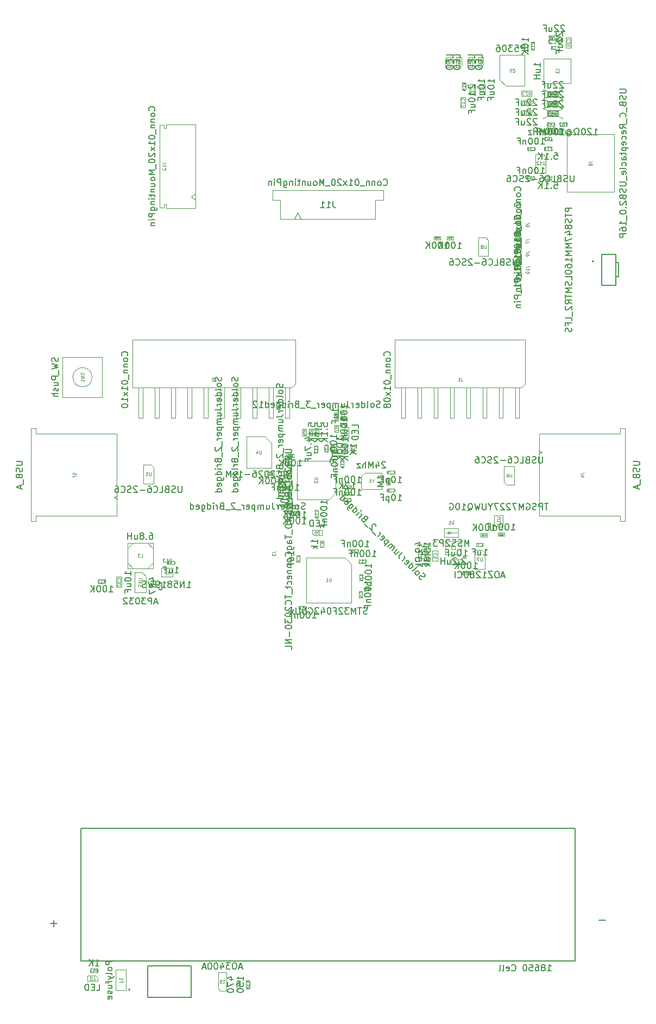
<source format=gbr>
%TF.GenerationSoftware,KiCad,Pcbnew,9.0.4*%
%TF.CreationDate,2025-09-18T15:00:00+02:00*%
%TF.ProjectId,blackpants,626c6163-6b70-4616-9e74-732e6b696361,V2.5*%
%TF.SameCoordinates,Original*%
%TF.FileFunction,AssemblyDrawing,Bot*%
%FSLAX46Y46*%
G04 Gerber Fmt 4.6, Leading zero omitted, Abs format (unit mm)*
G04 Created by KiCad (PCBNEW 9.0.4) date 2025-09-18 15:00:00*
%MOMM*%
%LPD*%
G01*
G04 APERTURE LIST*
%ADD10C,0.150000*%
%ADD11C,0.040000*%
%ADD12C,0.125000*%
%ADD13C,0.060000*%
%ADD14C,0.120000*%
%ADD15C,0.070000*%
%ADD16C,0.075000*%
%ADD17C,0.090000*%
%ADD18C,0.100000*%
%ADD19C,0.127000*%
%ADD20C,0.200000*%
G04 APERTURE END LIST*
D10*
X70256666Y-96924819D02*
X70828094Y-96924819D01*
X70542380Y-96924819D02*
X70542380Y-95924819D01*
X70542380Y-95924819D02*
X70637618Y-96067676D01*
X70637618Y-96067676D02*
X70732856Y-96162914D01*
X70732856Y-96162914D02*
X70828094Y-96210533D01*
X69637618Y-95924819D02*
X69542380Y-95924819D01*
X69542380Y-95924819D02*
X69447142Y-95972438D01*
X69447142Y-95972438D02*
X69399523Y-96020057D01*
X69399523Y-96020057D02*
X69351904Y-96115295D01*
X69351904Y-96115295D02*
X69304285Y-96305771D01*
X69304285Y-96305771D02*
X69304285Y-96543866D01*
X69304285Y-96543866D02*
X69351904Y-96734342D01*
X69351904Y-96734342D02*
X69399523Y-96829580D01*
X69399523Y-96829580D02*
X69447142Y-96877200D01*
X69447142Y-96877200D02*
X69542380Y-96924819D01*
X69542380Y-96924819D02*
X69637618Y-96924819D01*
X69637618Y-96924819D02*
X69732856Y-96877200D01*
X69732856Y-96877200D02*
X69780475Y-96829580D01*
X69780475Y-96829580D02*
X69828094Y-96734342D01*
X69828094Y-96734342D02*
X69875713Y-96543866D01*
X69875713Y-96543866D02*
X69875713Y-96305771D01*
X69875713Y-96305771D02*
X69828094Y-96115295D01*
X69828094Y-96115295D02*
X69780475Y-96020057D01*
X69780475Y-96020057D02*
X69732856Y-95972438D01*
X69732856Y-95972438D02*
X69637618Y-95924819D01*
X68685237Y-95924819D02*
X68589999Y-95924819D01*
X68589999Y-95924819D02*
X68494761Y-95972438D01*
X68494761Y-95972438D02*
X68447142Y-96020057D01*
X68447142Y-96020057D02*
X68399523Y-96115295D01*
X68399523Y-96115295D02*
X68351904Y-96305771D01*
X68351904Y-96305771D02*
X68351904Y-96543866D01*
X68351904Y-96543866D02*
X68399523Y-96734342D01*
X68399523Y-96734342D02*
X68447142Y-96829580D01*
X68447142Y-96829580D02*
X68494761Y-96877200D01*
X68494761Y-96877200D02*
X68589999Y-96924819D01*
X68589999Y-96924819D02*
X68685237Y-96924819D01*
X68685237Y-96924819D02*
X68780475Y-96877200D01*
X68780475Y-96877200D02*
X68828094Y-96829580D01*
X68828094Y-96829580D02*
X68875713Y-96734342D01*
X68875713Y-96734342D02*
X68923332Y-96543866D01*
X68923332Y-96543866D02*
X68923332Y-96305771D01*
X68923332Y-96305771D02*
X68875713Y-96115295D01*
X68875713Y-96115295D02*
X68828094Y-96020057D01*
X68828094Y-96020057D02*
X68780475Y-95972438D01*
X68780475Y-95972438D02*
X68685237Y-95924819D01*
X67923332Y-96924819D02*
X67923332Y-95924819D01*
X67351904Y-96924819D02*
X67780475Y-96353390D01*
X67351904Y-95924819D02*
X67923332Y-96496247D01*
D11*
X69257142Y-95418200D02*
X69343809Y-95294391D01*
X69405714Y-95418200D02*
X69405714Y-95158200D01*
X69405714Y-95158200D02*
X69306666Y-95158200D01*
X69306666Y-95158200D02*
X69281904Y-95170581D01*
X69281904Y-95170581D02*
X69269523Y-95182962D01*
X69269523Y-95182962D02*
X69257142Y-95207724D01*
X69257142Y-95207724D02*
X69257142Y-95244867D01*
X69257142Y-95244867D02*
X69269523Y-95269629D01*
X69269523Y-95269629D02*
X69281904Y-95282010D01*
X69281904Y-95282010D02*
X69306666Y-95294391D01*
X69306666Y-95294391D02*
X69405714Y-95294391D01*
X69158095Y-95182962D02*
X69145714Y-95170581D01*
X69145714Y-95170581D02*
X69120952Y-95158200D01*
X69120952Y-95158200D02*
X69059047Y-95158200D01*
X69059047Y-95158200D02*
X69034285Y-95170581D01*
X69034285Y-95170581D02*
X69021904Y-95182962D01*
X69021904Y-95182962D02*
X69009523Y-95207724D01*
X69009523Y-95207724D02*
X69009523Y-95232486D01*
X69009523Y-95232486D02*
X69021904Y-95269629D01*
X69021904Y-95269629D02*
X69170476Y-95418200D01*
X69170476Y-95418200D02*
X69009523Y-95418200D01*
X68860952Y-95269629D02*
X68885714Y-95257248D01*
X68885714Y-95257248D02*
X68898095Y-95244867D01*
X68898095Y-95244867D02*
X68910476Y-95220105D01*
X68910476Y-95220105D02*
X68910476Y-95207724D01*
X68910476Y-95207724D02*
X68898095Y-95182962D01*
X68898095Y-95182962D02*
X68885714Y-95170581D01*
X68885714Y-95170581D02*
X68860952Y-95158200D01*
X68860952Y-95158200D02*
X68811428Y-95158200D01*
X68811428Y-95158200D02*
X68786666Y-95170581D01*
X68786666Y-95170581D02*
X68774285Y-95182962D01*
X68774285Y-95182962D02*
X68761904Y-95207724D01*
X68761904Y-95207724D02*
X68761904Y-95220105D01*
X68761904Y-95220105D02*
X68774285Y-95244867D01*
X68774285Y-95244867D02*
X68786666Y-95257248D01*
X68786666Y-95257248D02*
X68811428Y-95269629D01*
X68811428Y-95269629D02*
X68860952Y-95269629D01*
X68860952Y-95269629D02*
X68885714Y-95282010D01*
X68885714Y-95282010D02*
X68898095Y-95294391D01*
X68898095Y-95294391D02*
X68910476Y-95319153D01*
X68910476Y-95319153D02*
X68910476Y-95368677D01*
X68910476Y-95368677D02*
X68898095Y-95393439D01*
X68898095Y-95393439D02*
X68885714Y-95405820D01*
X68885714Y-95405820D02*
X68860952Y-95418200D01*
X68860952Y-95418200D02*
X68811428Y-95418200D01*
X68811428Y-95418200D02*
X68786666Y-95405820D01*
X68786666Y-95405820D02*
X68774285Y-95393439D01*
X68774285Y-95393439D02*
X68761904Y-95368677D01*
X68761904Y-95368677D02*
X68761904Y-95319153D01*
X68761904Y-95319153D02*
X68774285Y-95294391D01*
X68774285Y-95294391D02*
X68786666Y-95282010D01*
X68786666Y-95282010D02*
X68811428Y-95269629D01*
D10*
X67156666Y-99724819D02*
X67728094Y-99724819D01*
X67442380Y-99724819D02*
X67442380Y-98724819D01*
X67442380Y-98724819D02*
X67537618Y-98867676D01*
X67537618Y-98867676D02*
X67632856Y-98962914D01*
X67632856Y-98962914D02*
X67728094Y-99010533D01*
X66537618Y-98724819D02*
X66442380Y-98724819D01*
X66442380Y-98724819D02*
X66347142Y-98772438D01*
X66347142Y-98772438D02*
X66299523Y-98820057D01*
X66299523Y-98820057D02*
X66251904Y-98915295D01*
X66251904Y-98915295D02*
X66204285Y-99105771D01*
X66204285Y-99105771D02*
X66204285Y-99343866D01*
X66204285Y-99343866D02*
X66251904Y-99534342D01*
X66251904Y-99534342D02*
X66299523Y-99629580D01*
X66299523Y-99629580D02*
X66347142Y-99677200D01*
X66347142Y-99677200D02*
X66442380Y-99724819D01*
X66442380Y-99724819D02*
X66537618Y-99724819D01*
X66537618Y-99724819D02*
X66632856Y-99677200D01*
X66632856Y-99677200D02*
X66680475Y-99629580D01*
X66680475Y-99629580D02*
X66728094Y-99534342D01*
X66728094Y-99534342D02*
X66775713Y-99343866D01*
X66775713Y-99343866D02*
X66775713Y-99105771D01*
X66775713Y-99105771D02*
X66728094Y-98915295D01*
X66728094Y-98915295D02*
X66680475Y-98820057D01*
X66680475Y-98820057D02*
X66632856Y-98772438D01*
X66632856Y-98772438D02*
X66537618Y-98724819D01*
X65585237Y-98724819D02*
X65489999Y-98724819D01*
X65489999Y-98724819D02*
X65394761Y-98772438D01*
X65394761Y-98772438D02*
X65347142Y-98820057D01*
X65347142Y-98820057D02*
X65299523Y-98915295D01*
X65299523Y-98915295D02*
X65251904Y-99105771D01*
X65251904Y-99105771D02*
X65251904Y-99343866D01*
X65251904Y-99343866D02*
X65299523Y-99534342D01*
X65299523Y-99534342D02*
X65347142Y-99629580D01*
X65347142Y-99629580D02*
X65394761Y-99677200D01*
X65394761Y-99677200D02*
X65489999Y-99724819D01*
X65489999Y-99724819D02*
X65585237Y-99724819D01*
X65585237Y-99724819D02*
X65680475Y-99677200D01*
X65680475Y-99677200D02*
X65728094Y-99629580D01*
X65728094Y-99629580D02*
X65775713Y-99534342D01*
X65775713Y-99534342D02*
X65823332Y-99343866D01*
X65823332Y-99343866D02*
X65823332Y-99105771D01*
X65823332Y-99105771D02*
X65775713Y-98915295D01*
X65775713Y-98915295D02*
X65728094Y-98820057D01*
X65728094Y-98820057D02*
X65680475Y-98772438D01*
X65680475Y-98772438D02*
X65585237Y-98724819D01*
X64823332Y-99724819D02*
X64823332Y-98724819D01*
X64251904Y-99724819D02*
X64680475Y-99153390D01*
X64251904Y-98724819D02*
X64823332Y-99296247D01*
D11*
X66157142Y-98218200D02*
X66243809Y-98094391D01*
X66305714Y-98218200D02*
X66305714Y-97958200D01*
X66305714Y-97958200D02*
X66206666Y-97958200D01*
X66206666Y-97958200D02*
X66181904Y-97970581D01*
X66181904Y-97970581D02*
X66169523Y-97982962D01*
X66169523Y-97982962D02*
X66157142Y-98007724D01*
X66157142Y-98007724D02*
X66157142Y-98044867D01*
X66157142Y-98044867D02*
X66169523Y-98069629D01*
X66169523Y-98069629D02*
X66181904Y-98082010D01*
X66181904Y-98082010D02*
X66206666Y-98094391D01*
X66206666Y-98094391D02*
X66305714Y-98094391D01*
X66058095Y-97982962D02*
X66045714Y-97970581D01*
X66045714Y-97970581D02*
X66020952Y-97958200D01*
X66020952Y-97958200D02*
X65959047Y-97958200D01*
X65959047Y-97958200D02*
X65934285Y-97970581D01*
X65934285Y-97970581D02*
X65921904Y-97982962D01*
X65921904Y-97982962D02*
X65909523Y-98007724D01*
X65909523Y-98007724D02*
X65909523Y-98032486D01*
X65909523Y-98032486D02*
X65921904Y-98069629D01*
X65921904Y-98069629D02*
X66070476Y-98218200D01*
X66070476Y-98218200D02*
X65909523Y-98218200D01*
X65822857Y-97958200D02*
X65649523Y-97958200D01*
X65649523Y-97958200D02*
X65760952Y-98218200D01*
D10*
X110857619Y-45254819D02*
X111429047Y-45254819D01*
X111143333Y-45254819D02*
X111143333Y-44254819D01*
X111143333Y-44254819D02*
X111238571Y-44397676D01*
X111238571Y-44397676D02*
X111333809Y-44492914D01*
X111333809Y-44492914D02*
X111429047Y-44540533D01*
X110238571Y-44254819D02*
X110143333Y-44254819D01*
X110143333Y-44254819D02*
X110048095Y-44302438D01*
X110048095Y-44302438D02*
X110000476Y-44350057D01*
X110000476Y-44350057D02*
X109952857Y-44445295D01*
X109952857Y-44445295D02*
X109905238Y-44635771D01*
X109905238Y-44635771D02*
X109905238Y-44873866D01*
X109905238Y-44873866D02*
X109952857Y-45064342D01*
X109952857Y-45064342D02*
X110000476Y-45159580D01*
X110000476Y-45159580D02*
X110048095Y-45207200D01*
X110048095Y-45207200D02*
X110143333Y-45254819D01*
X110143333Y-45254819D02*
X110238571Y-45254819D01*
X110238571Y-45254819D02*
X110333809Y-45207200D01*
X110333809Y-45207200D02*
X110381428Y-45159580D01*
X110381428Y-45159580D02*
X110429047Y-45064342D01*
X110429047Y-45064342D02*
X110476666Y-44873866D01*
X110476666Y-44873866D02*
X110476666Y-44635771D01*
X110476666Y-44635771D02*
X110429047Y-44445295D01*
X110429047Y-44445295D02*
X110381428Y-44350057D01*
X110381428Y-44350057D02*
X110333809Y-44302438D01*
X110333809Y-44302438D02*
X110238571Y-44254819D01*
X109286190Y-44254819D02*
X109190952Y-44254819D01*
X109190952Y-44254819D02*
X109095714Y-44302438D01*
X109095714Y-44302438D02*
X109048095Y-44350057D01*
X109048095Y-44350057D02*
X109000476Y-44445295D01*
X109000476Y-44445295D02*
X108952857Y-44635771D01*
X108952857Y-44635771D02*
X108952857Y-44873866D01*
X108952857Y-44873866D02*
X109000476Y-45064342D01*
X109000476Y-45064342D02*
X109048095Y-45159580D01*
X109048095Y-45159580D02*
X109095714Y-45207200D01*
X109095714Y-45207200D02*
X109190952Y-45254819D01*
X109190952Y-45254819D02*
X109286190Y-45254819D01*
X109286190Y-45254819D02*
X109381428Y-45207200D01*
X109381428Y-45207200D02*
X109429047Y-45159580D01*
X109429047Y-45159580D02*
X109476666Y-45064342D01*
X109476666Y-45064342D02*
X109524285Y-44873866D01*
X109524285Y-44873866D02*
X109524285Y-44635771D01*
X109524285Y-44635771D02*
X109476666Y-44445295D01*
X109476666Y-44445295D02*
X109429047Y-44350057D01*
X109429047Y-44350057D02*
X109381428Y-44302438D01*
X109381428Y-44302438D02*
X109286190Y-44254819D01*
X108524285Y-44588152D02*
X108524285Y-45254819D01*
X108524285Y-44683390D02*
X108476666Y-44635771D01*
X108476666Y-44635771D02*
X108381428Y-44588152D01*
X108381428Y-44588152D02*
X108238571Y-44588152D01*
X108238571Y-44588152D02*
X108143333Y-44635771D01*
X108143333Y-44635771D02*
X108095714Y-44731009D01*
X108095714Y-44731009D02*
X108095714Y-45254819D01*
X107286190Y-44731009D02*
X107619523Y-44731009D01*
X107619523Y-45254819D02*
X107619523Y-44254819D01*
X107619523Y-44254819D02*
X107143333Y-44254819D01*
D12*
X108988571Y-45782809D02*
X108964762Y-45759000D01*
X108964762Y-45759000D02*
X108893333Y-45735190D01*
X108893333Y-45735190D02*
X108845714Y-45735190D01*
X108845714Y-45735190D02*
X108774286Y-45759000D01*
X108774286Y-45759000D02*
X108726667Y-45806619D01*
X108726667Y-45806619D02*
X108702857Y-45854238D01*
X108702857Y-45854238D02*
X108679048Y-45949476D01*
X108679048Y-45949476D02*
X108679048Y-46020904D01*
X108679048Y-46020904D02*
X108702857Y-46116142D01*
X108702857Y-46116142D02*
X108726667Y-46163761D01*
X108726667Y-46163761D02*
X108774286Y-46211380D01*
X108774286Y-46211380D02*
X108845714Y-46235190D01*
X108845714Y-46235190D02*
X108893333Y-46235190D01*
X108893333Y-46235190D02*
X108964762Y-46211380D01*
X108964762Y-46211380D02*
X108988571Y-46187571D01*
X109417143Y-46068523D02*
X109417143Y-45735190D01*
X109298095Y-46259000D02*
X109179048Y-45901857D01*
X109179048Y-45901857D02*
X109488571Y-45901857D01*
X109631428Y-46235190D02*
X109964761Y-46235190D01*
X109964761Y-46235190D02*
X109750476Y-45735190D01*
D10*
X107542856Y-42880057D02*
X107495237Y-42832438D01*
X107495237Y-42832438D02*
X107399999Y-42784819D01*
X107399999Y-42784819D02*
X107161904Y-42784819D01*
X107161904Y-42784819D02*
X107066666Y-42832438D01*
X107066666Y-42832438D02*
X107019047Y-42880057D01*
X107019047Y-42880057D02*
X106971428Y-42975295D01*
X106971428Y-42975295D02*
X106971428Y-43070533D01*
X106971428Y-43070533D02*
X107019047Y-43213390D01*
X107019047Y-43213390D02*
X107590475Y-43784819D01*
X107590475Y-43784819D02*
X106971428Y-43784819D01*
X106590475Y-42880057D02*
X106542856Y-42832438D01*
X106542856Y-42832438D02*
X106447618Y-42784819D01*
X106447618Y-42784819D02*
X106209523Y-42784819D01*
X106209523Y-42784819D02*
X106114285Y-42832438D01*
X106114285Y-42832438D02*
X106066666Y-42880057D01*
X106066666Y-42880057D02*
X106019047Y-42975295D01*
X106019047Y-42975295D02*
X106019047Y-43070533D01*
X106019047Y-43070533D02*
X106066666Y-43213390D01*
X106066666Y-43213390D02*
X106638094Y-43784819D01*
X106638094Y-43784819D02*
X106019047Y-43784819D01*
X105161904Y-43118152D02*
X105161904Y-43784819D01*
X105590475Y-43118152D02*
X105590475Y-43641961D01*
X105590475Y-43641961D02*
X105542856Y-43737200D01*
X105542856Y-43737200D02*
X105447618Y-43784819D01*
X105447618Y-43784819D02*
X105304761Y-43784819D01*
X105304761Y-43784819D02*
X105209523Y-43737200D01*
X105209523Y-43737200D02*
X105161904Y-43689580D01*
X104352380Y-43261009D02*
X104685713Y-43261009D01*
X104685713Y-43784819D02*
X104685713Y-42784819D01*
X104685713Y-42784819D02*
X104209523Y-42784819D01*
D12*
X105578571Y-41722809D02*
X105554762Y-41699000D01*
X105554762Y-41699000D02*
X105483333Y-41675190D01*
X105483333Y-41675190D02*
X105435714Y-41675190D01*
X105435714Y-41675190D02*
X105364286Y-41699000D01*
X105364286Y-41699000D02*
X105316667Y-41746619D01*
X105316667Y-41746619D02*
X105292857Y-41794238D01*
X105292857Y-41794238D02*
X105269048Y-41889476D01*
X105269048Y-41889476D02*
X105269048Y-41960904D01*
X105269048Y-41960904D02*
X105292857Y-42056142D01*
X105292857Y-42056142D02*
X105316667Y-42103761D01*
X105316667Y-42103761D02*
X105364286Y-42151380D01*
X105364286Y-42151380D02*
X105435714Y-42175190D01*
X105435714Y-42175190D02*
X105483333Y-42175190D01*
X105483333Y-42175190D02*
X105554762Y-42151380D01*
X105554762Y-42151380D02*
X105578571Y-42127571D01*
X106054762Y-41675190D02*
X105769048Y-41675190D01*
X105911905Y-41675190D02*
X105911905Y-42175190D01*
X105911905Y-42175190D02*
X105864286Y-42103761D01*
X105864286Y-42103761D02*
X105816667Y-42056142D01*
X105816667Y-42056142D02*
X105769048Y-42032333D01*
X106292857Y-41675190D02*
X106388095Y-41675190D01*
X106388095Y-41675190D02*
X106435714Y-41699000D01*
X106435714Y-41699000D02*
X106459523Y-41722809D01*
X106459523Y-41722809D02*
X106507142Y-41794238D01*
X106507142Y-41794238D02*
X106530952Y-41889476D01*
X106530952Y-41889476D02*
X106530952Y-42079952D01*
X106530952Y-42079952D02*
X106507142Y-42127571D01*
X106507142Y-42127571D02*
X106483333Y-42151380D01*
X106483333Y-42151380D02*
X106435714Y-42175190D01*
X106435714Y-42175190D02*
X106340476Y-42175190D01*
X106340476Y-42175190D02*
X106292857Y-42151380D01*
X106292857Y-42151380D02*
X106269047Y-42127571D01*
X106269047Y-42127571D02*
X106245238Y-42079952D01*
X106245238Y-42079952D02*
X106245238Y-41960904D01*
X106245238Y-41960904D02*
X106269047Y-41913285D01*
X106269047Y-41913285D02*
X106292857Y-41889476D01*
X106292857Y-41889476D02*
X106340476Y-41865666D01*
X106340476Y-41865666D02*
X106435714Y-41865666D01*
X106435714Y-41865666D02*
X106483333Y-41889476D01*
X106483333Y-41889476D02*
X106507142Y-41913285D01*
X106507142Y-41913285D02*
X106530952Y-41960904D01*
D10*
X97884819Y-39228571D02*
X97884819Y-38657143D01*
X97884819Y-38942857D02*
X96884819Y-38942857D01*
X96884819Y-38942857D02*
X97027676Y-38847619D01*
X97027676Y-38847619D02*
X97122914Y-38752381D01*
X97122914Y-38752381D02*
X97170533Y-38657143D01*
X96884819Y-39847619D02*
X96884819Y-39942857D01*
X96884819Y-39942857D02*
X96932438Y-40038095D01*
X96932438Y-40038095D02*
X96980057Y-40085714D01*
X96980057Y-40085714D02*
X97075295Y-40133333D01*
X97075295Y-40133333D02*
X97265771Y-40180952D01*
X97265771Y-40180952D02*
X97503866Y-40180952D01*
X97503866Y-40180952D02*
X97694342Y-40133333D01*
X97694342Y-40133333D02*
X97789580Y-40085714D01*
X97789580Y-40085714D02*
X97837200Y-40038095D01*
X97837200Y-40038095D02*
X97884819Y-39942857D01*
X97884819Y-39942857D02*
X97884819Y-39847619D01*
X97884819Y-39847619D02*
X97837200Y-39752381D01*
X97837200Y-39752381D02*
X97789580Y-39704762D01*
X97789580Y-39704762D02*
X97694342Y-39657143D01*
X97694342Y-39657143D02*
X97503866Y-39609524D01*
X97503866Y-39609524D02*
X97265771Y-39609524D01*
X97265771Y-39609524D02*
X97075295Y-39657143D01*
X97075295Y-39657143D02*
X96980057Y-39704762D01*
X96980057Y-39704762D02*
X96932438Y-39752381D01*
X96932438Y-39752381D02*
X96884819Y-39847619D01*
X97218152Y-41038095D02*
X97884819Y-41038095D01*
X97218152Y-40609524D02*
X97741961Y-40609524D01*
X97741961Y-40609524D02*
X97837200Y-40657143D01*
X97837200Y-40657143D02*
X97884819Y-40752381D01*
X97884819Y-40752381D02*
X97884819Y-40895238D01*
X97884819Y-40895238D02*
X97837200Y-40990476D01*
X97837200Y-40990476D02*
X97789580Y-41038095D01*
X97361009Y-41847619D02*
X97361009Y-41514286D01*
X97884819Y-41514286D02*
X96884819Y-41514286D01*
X96884819Y-41514286D02*
X96884819Y-41990476D01*
D12*
X96177190Y-39978571D02*
X96201000Y-39954762D01*
X96201000Y-39954762D02*
X96224809Y-39883333D01*
X96224809Y-39883333D02*
X96224809Y-39835714D01*
X96224809Y-39835714D02*
X96201000Y-39764286D01*
X96201000Y-39764286D02*
X96153380Y-39716667D01*
X96153380Y-39716667D02*
X96105761Y-39692857D01*
X96105761Y-39692857D02*
X96010523Y-39669048D01*
X96010523Y-39669048D02*
X95939095Y-39669048D01*
X95939095Y-39669048D02*
X95843857Y-39692857D01*
X95843857Y-39692857D02*
X95796238Y-39716667D01*
X95796238Y-39716667D02*
X95748619Y-39764286D01*
X95748619Y-39764286D02*
X95724809Y-39835714D01*
X95724809Y-39835714D02*
X95724809Y-39883333D01*
X95724809Y-39883333D02*
X95748619Y-39954762D01*
X95748619Y-39954762D02*
X95772428Y-39978571D01*
X96224809Y-40454762D02*
X96224809Y-40169048D01*
X96224809Y-40311905D02*
X95724809Y-40311905D01*
X95724809Y-40311905D02*
X95796238Y-40264286D01*
X95796238Y-40264286D02*
X95843857Y-40216667D01*
X95843857Y-40216667D02*
X95867666Y-40169048D01*
X95724809Y-40621428D02*
X95724809Y-40954761D01*
X95724809Y-40954761D02*
X96224809Y-40740476D01*
D10*
X69644819Y-110784761D02*
X69644819Y-110213333D01*
X69644819Y-110499047D02*
X68644819Y-110499047D01*
X68644819Y-110499047D02*
X68787676Y-110403809D01*
X68787676Y-110403809D02*
X68882914Y-110308571D01*
X68882914Y-110308571D02*
X68930533Y-110213333D01*
X68978152Y-111641904D02*
X69644819Y-111641904D01*
X68978152Y-111213333D02*
X69501961Y-111213333D01*
X69501961Y-111213333D02*
X69597200Y-111260952D01*
X69597200Y-111260952D02*
X69644819Y-111356190D01*
X69644819Y-111356190D02*
X69644819Y-111499047D01*
X69644819Y-111499047D02*
X69597200Y-111594285D01*
X69597200Y-111594285D02*
X69549580Y-111641904D01*
X69121009Y-112451428D02*
X69121009Y-112118095D01*
X69644819Y-112118095D02*
X68644819Y-112118095D01*
X68644819Y-112118095D02*
X68644819Y-112594285D01*
D11*
X70531610Y-111296666D02*
X70555420Y-111272857D01*
X70555420Y-111272857D02*
X70579229Y-111201428D01*
X70579229Y-111201428D02*
X70579229Y-111153809D01*
X70579229Y-111153809D02*
X70555420Y-111082381D01*
X70555420Y-111082381D02*
X70507800Y-111034762D01*
X70507800Y-111034762D02*
X70460181Y-111010952D01*
X70460181Y-111010952D02*
X70364943Y-110987143D01*
X70364943Y-110987143D02*
X70293515Y-110987143D01*
X70293515Y-110987143D02*
X70198277Y-111010952D01*
X70198277Y-111010952D02*
X70150658Y-111034762D01*
X70150658Y-111034762D02*
X70103039Y-111082381D01*
X70103039Y-111082381D02*
X70079229Y-111153809D01*
X70079229Y-111153809D02*
X70079229Y-111201428D01*
X70079229Y-111201428D02*
X70103039Y-111272857D01*
X70103039Y-111272857D02*
X70126848Y-111296666D01*
X70079229Y-111463333D02*
X70079229Y-111796666D01*
X70079229Y-111796666D02*
X70579229Y-111582381D01*
D10*
X104929580Y-58540475D02*
X104977200Y-58492856D01*
X104977200Y-58492856D02*
X105024819Y-58349999D01*
X105024819Y-58349999D02*
X105024819Y-58254761D01*
X105024819Y-58254761D02*
X104977200Y-58111904D01*
X104977200Y-58111904D02*
X104881961Y-58016666D01*
X104881961Y-58016666D02*
X104786723Y-57969047D01*
X104786723Y-57969047D02*
X104596247Y-57921428D01*
X104596247Y-57921428D02*
X104453390Y-57921428D01*
X104453390Y-57921428D02*
X104262914Y-57969047D01*
X104262914Y-57969047D02*
X104167676Y-58016666D01*
X104167676Y-58016666D02*
X104072438Y-58111904D01*
X104072438Y-58111904D02*
X104024819Y-58254761D01*
X104024819Y-58254761D02*
X104024819Y-58349999D01*
X104024819Y-58349999D02*
X104072438Y-58492856D01*
X104072438Y-58492856D02*
X104120057Y-58540475D01*
X105024819Y-59111904D02*
X104977200Y-59016666D01*
X104977200Y-59016666D02*
X104929580Y-58969047D01*
X104929580Y-58969047D02*
X104834342Y-58921428D01*
X104834342Y-58921428D02*
X104548628Y-58921428D01*
X104548628Y-58921428D02*
X104453390Y-58969047D01*
X104453390Y-58969047D02*
X104405771Y-59016666D01*
X104405771Y-59016666D02*
X104358152Y-59111904D01*
X104358152Y-59111904D02*
X104358152Y-59254761D01*
X104358152Y-59254761D02*
X104405771Y-59349999D01*
X104405771Y-59349999D02*
X104453390Y-59397618D01*
X104453390Y-59397618D02*
X104548628Y-59445237D01*
X104548628Y-59445237D02*
X104834342Y-59445237D01*
X104834342Y-59445237D02*
X104929580Y-59397618D01*
X104929580Y-59397618D02*
X104977200Y-59349999D01*
X104977200Y-59349999D02*
X105024819Y-59254761D01*
X105024819Y-59254761D02*
X105024819Y-59111904D01*
X104358152Y-59873809D02*
X105024819Y-59873809D01*
X104453390Y-59873809D02*
X104405771Y-59921428D01*
X104405771Y-59921428D02*
X104358152Y-60016666D01*
X104358152Y-60016666D02*
X104358152Y-60159523D01*
X104358152Y-60159523D02*
X104405771Y-60254761D01*
X104405771Y-60254761D02*
X104501009Y-60302380D01*
X104501009Y-60302380D02*
X105024819Y-60302380D01*
X104358152Y-60778571D02*
X105024819Y-60778571D01*
X104453390Y-60778571D02*
X104405771Y-60826190D01*
X104405771Y-60826190D02*
X104358152Y-60921428D01*
X104358152Y-60921428D02*
X104358152Y-61064285D01*
X104358152Y-61064285D02*
X104405771Y-61159523D01*
X104405771Y-61159523D02*
X104501009Y-61207142D01*
X104501009Y-61207142D02*
X105024819Y-61207142D01*
X105120057Y-61445238D02*
X105120057Y-62207142D01*
X104024819Y-62635714D02*
X104024819Y-62730952D01*
X104024819Y-62730952D02*
X104072438Y-62826190D01*
X104072438Y-62826190D02*
X104120057Y-62873809D01*
X104120057Y-62873809D02*
X104215295Y-62921428D01*
X104215295Y-62921428D02*
X104405771Y-62969047D01*
X104405771Y-62969047D02*
X104643866Y-62969047D01*
X104643866Y-62969047D02*
X104834342Y-62921428D01*
X104834342Y-62921428D02*
X104929580Y-62873809D01*
X104929580Y-62873809D02*
X104977200Y-62826190D01*
X104977200Y-62826190D02*
X105024819Y-62730952D01*
X105024819Y-62730952D02*
X105024819Y-62635714D01*
X105024819Y-62635714D02*
X104977200Y-62540476D01*
X104977200Y-62540476D02*
X104929580Y-62492857D01*
X104929580Y-62492857D02*
X104834342Y-62445238D01*
X104834342Y-62445238D02*
X104643866Y-62397619D01*
X104643866Y-62397619D02*
X104405771Y-62397619D01*
X104405771Y-62397619D02*
X104215295Y-62445238D01*
X104215295Y-62445238D02*
X104120057Y-62492857D01*
X104120057Y-62492857D02*
X104072438Y-62540476D01*
X104072438Y-62540476D02*
X104024819Y-62635714D01*
X105024819Y-63921428D02*
X105024819Y-63350000D01*
X105024819Y-63635714D02*
X104024819Y-63635714D01*
X104024819Y-63635714D02*
X104167676Y-63540476D01*
X104167676Y-63540476D02*
X104262914Y-63445238D01*
X104262914Y-63445238D02*
X104310533Y-63350000D01*
X105024819Y-64254762D02*
X104358152Y-64778571D01*
X104358152Y-64254762D02*
X105024819Y-64778571D01*
X104024819Y-65350000D02*
X104024819Y-65445238D01*
X104024819Y-65445238D02*
X104072438Y-65540476D01*
X104072438Y-65540476D02*
X104120057Y-65588095D01*
X104120057Y-65588095D02*
X104215295Y-65635714D01*
X104215295Y-65635714D02*
X104405771Y-65683333D01*
X104405771Y-65683333D02*
X104643866Y-65683333D01*
X104643866Y-65683333D02*
X104834342Y-65635714D01*
X104834342Y-65635714D02*
X104929580Y-65588095D01*
X104929580Y-65588095D02*
X104977200Y-65540476D01*
X104977200Y-65540476D02*
X105024819Y-65445238D01*
X105024819Y-65445238D02*
X105024819Y-65350000D01*
X105024819Y-65350000D02*
X104977200Y-65254762D01*
X104977200Y-65254762D02*
X104929580Y-65207143D01*
X104929580Y-65207143D02*
X104834342Y-65159524D01*
X104834342Y-65159524D02*
X104643866Y-65111905D01*
X104643866Y-65111905D02*
X104405771Y-65111905D01*
X104405771Y-65111905D02*
X104215295Y-65159524D01*
X104215295Y-65159524D02*
X104120057Y-65207143D01*
X104120057Y-65207143D02*
X104072438Y-65254762D01*
X104072438Y-65254762D02*
X104024819Y-65350000D01*
X105024819Y-66635714D02*
X105024819Y-66064286D01*
X105024819Y-66350000D02*
X104024819Y-66350000D01*
X104024819Y-66350000D02*
X104167676Y-66254762D01*
X104167676Y-66254762D02*
X104262914Y-66159524D01*
X104262914Y-66159524D02*
X104310533Y-66064286D01*
X105120057Y-66826191D02*
X105120057Y-67588095D01*
X105024819Y-67826191D02*
X104024819Y-67826191D01*
X104024819Y-67826191D02*
X104024819Y-68207143D01*
X104024819Y-68207143D02*
X104072438Y-68302381D01*
X104072438Y-68302381D02*
X104120057Y-68350000D01*
X104120057Y-68350000D02*
X104215295Y-68397619D01*
X104215295Y-68397619D02*
X104358152Y-68397619D01*
X104358152Y-68397619D02*
X104453390Y-68350000D01*
X104453390Y-68350000D02*
X104501009Y-68302381D01*
X104501009Y-68302381D02*
X104548628Y-68207143D01*
X104548628Y-68207143D02*
X104548628Y-67826191D01*
X105024819Y-68826191D02*
X104358152Y-68826191D01*
X104024819Y-68826191D02*
X104072438Y-68778572D01*
X104072438Y-68778572D02*
X104120057Y-68826191D01*
X104120057Y-68826191D02*
X104072438Y-68873810D01*
X104072438Y-68873810D02*
X104024819Y-68826191D01*
X104024819Y-68826191D02*
X104120057Y-68826191D01*
X104358152Y-69302381D02*
X105024819Y-69302381D01*
X104453390Y-69302381D02*
X104405771Y-69350000D01*
X104405771Y-69350000D02*
X104358152Y-69445238D01*
X104358152Y-69445238D02*
X104358152Y-69588095D01*
X104358152Y-69588095D02*
X104405771Y-69683333D01*
X104405771Y-69683333D02*
X104501009Y-69730952D01*
X104501009Y-69730952D02*
X105024819Y-69730952D01*
D12*
X105794809Y-63683333D02*
X106151952Y-63683333D01*
X106151952Y-63683333D02*
X106223380Y-63659524D01*
X106223380Y-63659524D02*
X106271000Y-63611905D01*
X106271000Y-63611905D02*
X106294809Y-63540476D01*
X106294809Y-63540476D02*
X106294809Y-63492857D01*
X106294809Y-63945238D02*
X106294809Y-64040476D01*
X106294809Y-64040476D02*
X106271000Y-64088095D01*
X106271000Y-64088095D02*
X106247190Y-64111904D01*
X106247190Y-64111904D02*
X106175761Y-64159523D01*
X106175761Y-64159523D02*
X106080523Y-64183333D01*
X106080523Y-64183333D02*
X105890047Y-64183333D01*
X105890047Y-64183333D02*
X105842428Y-64159523D01*
X105842428Y-64159523D02*
X105818619Y-64135714D01*
X105818619Y-64135714D02*
X105794809Y-64088095D01*
X105794809Y-64088095D02*
X105794809Y-63992857D01*
X105794809Y-63992857D02*
X105818619Y-63945238D01*
X105818619Y-63945238D02*
X105842428Y-63921428D01*
X105842428Y-63921428D02*
X105890047Y-63897619D01*
X105890047Y-63897619D02*
X106009095Y-63897619D01*
X106009095Y-63897619D02*
X106056714Y-63921428D01*
X106056714Y-63921428D02*
X106080523Y-63945238D01*
X106080523Y-63945238D02*
X106104333Y-63992857D01*
X106104333Y-63992857D02*
X106104333Y-64088095D01*
X106104333Y-64088095D02*
X106080523Y-64135714D01*
X106080523Y-64135714D02*
X106056714Y-64159523D01*
X106056714Y-64159523D02*
X106009095Y-64183333D01*
D10*
X120464819Y-38236189D02*
X121274342Y-38236189D01*
X121274342Y-38236189D02*
X121369580Y-38283808D01*
X121369580Y-38283808D02*
X121417200Y-38331427D01*
X121417200Y-38331427D02*
X121464819Y-38426665D01*
X121464819Y-38426665D02*
X121464819Y-38617141D01*
X121464819Y-38617141D02*
X121417200Y-38712379D01*
X121417200Y-38712379D02*
X121369580Y-38759998D01*
X121369580Y-38759998D02*
X121274342Y-38807617D01*
X121274342Y-38807617D02*
X120464819Y-38807617D01*
X121417200Y-39236189D02*
X121464819Y-39379046D01*
X121464819Y-39379046D02*
X121464819Y-39617141D01*
X121464819Y-39617141D02*
X121417200Y-39712379D01*
X121417200Y-39712379D02*
X121369580Y-39759998D01*
X121369580Y-39759998D02*
X121274342Y-39807617D01*
X121274342Y-39807617D02*
X121179104Y-39807617D01*
X121179104Y-39807617D02*
X121083866Y-39759998D01*
X121083866Y-39759998D02*
X121036247Y-39712379D01*
X121036247Y-39712379D02*
X120988628Y-39617141D01*
X120988628Y-39617141D02*
X120941009Y-39426665D01*
X120941009Y-39426665D02*
X120893390Y-39331427D01*
X120893390Y-39331427D02*
X120845771Y-39283808D01*
X120845771Y-39283808D02*
X120750533Y-39236189D01*
X120750533Y-39236189D02*
X120655295Y-39236189D01*
X120655295Y-39236189D02*
X120560057Y-39283808D01*
X120560057Y-39283808D02*
X120512438Y-39331427D01*
X120512438Y-39331427D02*
X120464819Y-39426665D01*
X120464819Y-39426665D02*
X120464819Y-39664760D01*
X120464819Y-39664760D02*
X120512438Y-39807617D01*
X120941009Y-40569522D02*
X120988628Y-40712379D01*
X120988628Y-40712379D02*
X121036247Y-40759998D01*
X121036247Y-40759998D02*
X121131485Y-40807617D01*
X121131485Y-40807617D02*
X121274342Y-40807617D01*
X121274342Y-40807617D02*
X121369580Y-40759998D01*
X121369580Y-40759998D02*
X121417200Y-40712379D01*
X121417200Y-40712379D02*
X121464819Y-40617141D01*
X121464819Y-40617141D02*
X121464819Y-40236189D01*
X121464819Y-40236189D02*
X120464819Y-40236189D01*
X120464819Y-40236189D02*
X120464819Y-40569522D01*
X120464819Y-40569522D02*
X120512438Y-40664760D01*
X120512438Y-40664760D02*
X120560057Y-40712379D01*
X120560057Y-40712379D02*
X120655295Y-40759998D01*
X120655295Y-40759998D02*
X120750533Y-40759998D01*
X120750533Y-40759998D02*
X120845771Y-40712379D01*
X120845771Y-40712379D02*
X120893390Y-40664760D01*
X120893390Y-40664760D02*
X120941009Y-40569522D01*
X120941009Y-40569522D02*
X120941009Y-40236189D01*
X121560057Y-40998094D02*
X121560057Y-41759998D01*
X121369580Y-42569522D02*
X121417200Y-42521903D01*
X121417200Y-42521903D02*
X121464819Y-42379046D01*
X121464819Y-42379046D02*
X121464819Y-42283808D01*
X121464819Y-42283808D02*
X121417200Y-42140951D01*
X121417200Y-42140951D02*
X121321961Y-42045713D01*
X121321961Y-42045713D02*
X121226723Y-41998094D01*
X121226723Y-41998094D02*
X121036247Y-41950475D01*
X121036247Y-41950475D02*
X120893390Y-41950475D01*
X120893390Y-41950475D02*
X120702914Y-41998094D01*
X120702914Y-41998094D02*
X120607676Y-42045713D01*
X120607676Y-42045713D02*
X120512438Y-42140951D01*
X120512438Y-42140951D02*
X120464819Y-42283808D01*
X120464819Y-42283808D02*
X120464819Y-42379046D01*
X120464819Y-42379046D02*
X120512438Y-42521903D01*
X120512438Y-42521903D02*
X120560057Y-42569522D01*
X121560057Y-42759999D02*
X121560057Y-43521903D01*
X121464819Y-44331427D02*
X120988628Y-43998094D01*
X121464819Y-43759999D02*
X120464819Y-43759999D01*
X120464819Y-43759999D02*
X120464819Y-44140951D01*
X120464819Y-44140951D02*
X120512438Y-44236189D01*
X120512438Y-44236189D02*
X120560057Y-44283808D01*
X120560057Y-44283808D02*
X120655295Y-44331427D01*
X120655295Y-44331427D02*
X120798152Y-44331427D01*
X120798152Y-44331427D02*
X120893390Y-44283808D01*
X120893390Y-44283808D02*
X120941009Y-44236189D01*
X120941009Y-44236189D02*
X120988628Y-44140951D01*
X120988628Y-44140951D02*
X120988628Y-43759999D01*
X121417200Y-45140951D02*
X121464819Y-45045713D01*
X121464819Y-45045713D02*
X121464819Y-44855237D01*
X121464819Y-44855237D02*
X121417200Y-44759999D01*
X121417200Y-44759999D02*
X121321961Y-44712380D01*
X121321961Y-44712380D02*
X120941009Y-44712380D01*
X120941009Y-44712380D02*
X120845771Y-44759999D01*
X120845771Y-44759999D02*
X120798152Y-44855237D01*
X120798152Y-44855237D02*
X120798152Y-45045713D01*
X120798152Y-45045713D02*
X120845771Y-45140951D01*
X120845771Y-45140951D02*
X120941009Y-45188570D01*
X120941009Y-45188570D02*
X121036247Y-45188570D01*
X121036247Y-45188570D02*
X121131485Y-44712380D01*
X121417200Y-46045713D02*
X121464819Y-45950475D01*
X121464819Y-45950475D02*
X121464819Y-45759999D01*
X121464819Y-45759999D02*
X121417200Y-45664761D01*
X121417200Y-45664761D02*
X121369580Y-45617142D01*
X121369580Y-45617142D02*
X121274342Y-45569523D01*
X121274342Y-45569523D02*
X120988628Y-45569523D01*
X120988628Y-45569523D02*
X120893390Y-45617142D01*
X120893390Y-45617142D02*
X120845771Y-45664761D01*
X120845771Y-45664761D02*
X120798152Y-45759999D01*
X120798152Y-45759999D02*
X120798152Y-45950475D01*
X120798152Y-45950475D02*
X120845771Y-46045713D01*
X121417200Y-46855237D02*
X121464819Y-46759999D01*
X121464819Y-46759999D02*
X121464819Y-46569523D01*
X121464819Y-46569523D02*
X121417200Y-46474285D01*
X121417200Y-46474285D02*
X121321961Y-46426666D01*
X121321961Y-46426666D02*
X120941009Y-46426666D01*
X120941009Y-46426666D02*
X120845771Y-46474285D01*
X120845771Y-46474285D02*
X120798152Y-46569523D01*
X120798152Y-46569523D02*
X120798152Y-46759999D01*
X120798152Y-46759999D02*
X120845771Y-46855237D01*
X120845771Y-46855237D02*
X120941009Y-46902856D01*
X120941009Y-46902856D02*
X121036247Y-46902856D01*
X121036247Y-46902856D02*
X121131485Y-46426666D01*
X120798152Y-47331428D02*
X121798152Y-47331428D01*
X120845771Y-47331428D02*
X120798152Y-47426666D01*
X120798152Y-47426666D02*
X120798152Y-47617142D01*
X120798152Y-47617142D02*
X120845771Y-47712380D01*
X120845771Y-47712380D02*
X120893390Y-47759999D01*
X120893390Y-47759999D02*
X120988628Y-47807618D01*
X120988628Y-47807618D02*
X121274342Y-47807618D01*
X121274342Y-47807618D02*
X121369580Y-47759999D01*
X121369580Y-47759999D02*
X121417200Y-47712380D01*
X121417200Y-47712380D02*
X121464819Y-47617142D01*
X121464819Y-47617142D02*
X121464819Y-47426666D01*
X121464819Y-47426666D02*
X121417200Y-47331428D01*
X120798152Y-48093333D02*
X120798152Y-48474285D01*
X120464819Y-48236190D02*
X121321961Y-48236190D01*
X121321961Y-48236190D02*
X121417200Y-48283809D01*
X121417200Y-48283809D02*
X121464819Y-48379047D01*
X121464819Y-48379047D02*
X121464819Y-48474285D01*
X121464819Y-49236190D02*
X120941009Y-49236190D01*
X120941009Y-49236190D02*
X120845771Y-49188571D01*
X120845771Y-49188571D02*
X120798152Y-49093333D01*
X120798152Y-49093333D02*
X120798152Y-48902857D01*
X120798152Y-48902857D02*
X120845771Y-48807619D01*
X121417200Y-49236190D02*
X121464819Y-49140952D01*
X121464819Y-49140952D02*
X121464819Y-48902857D01*
X121464819Y-48902857D02*
X121417200Y-48807619D01*
X121417200Y-48807619D02*
X121321961Y-48760000D01*
X121321961Y-48760000D02*
X121226723Y-48760000D01*
X121226723Y-48760000D02*
X121131485Y-48807619D01*
X121131485Y-48807619D02*
X121083866Y-48902857D01*
X121083866Y-48902857D02*
X121083866Y-49140952D01*
X121083866Y-49140952D02*
X121036247Y-49236190D01*
X121417200Y-50140952D02*
X121464819Y-50045714D01*
X121464819Y-50045714D02*
X121464819Y-49855238D01*
X121464819Y-49855238D02*
X121417200Y-49760000D01*
X121417200Y-49760000D02*
X121369580Y-49712381D01*
X121369580Y-49712381D02*
X121274342Y-49664762D01*
X121274342Y-49664762D02*
X120988628Y-49664762D01*
X120988628Y-49664762D02*
X120893390Y-49712381D01*
X120893390Y-49712381D02*
X120845771Y-49760000D01*
X120845771Y-49760000D02*
X120798152Y-49855238D01*
X120798152Y-49855238D02*
X120798152Y-50045714D01*
X120798152Y-50045714D02*
X120845771Y-50140952D01*
X121464819Y-50712381D02*
X121417200Y-50617143D01*
X121417200Y-50617143D02*
X121321961Y-50569524D01*
X121321961Y-50569524D02*
X120464819Y-50569524D01*
X121417200Y-51474286D02*
X121464819Y-51379048D01*
X121464819Y-51379048D02*
X121464819Y-51188572D01*
X121464819Y-51188572D02*
X121417200Y-51093334D01*
X121417200Y-51093334D02*
X121321961Y-51045715D01*
X121321961Y-51045715D02*
X120941009Y-51045715D01*
X120941009Y-51045715D02*
X120845771Y-51093334D01*
X120845771Y-51093334D02*
X120798152Y-51188572D01*
X120798152Y-51188572D02*
X120798152Y-51379048D01*
X120798152Y-51379048D02*
X120845771Y-51474286D01*
X120845771Y-51474286D02*
X120941009Y-51521905D01*
X120941009Y-51521905D02*
X121036247Y-51521905D01*
X121036247Y-51521905D02*
X121131485Y-51045715D01*
X121560057Y-51712382D02*
X121560057Y-52474286D01*
X120464819Y-52712382D02*
X121274342Y-52712382D01*
X121274342Y-52712382D02*
X121369580Y-52760001D01*
X121369580Y-52760001D02*
X121417200Y-52807620D01*
X121417200Y-52807620D02*
X121464819Y-52902858D01*
X121464819Y-52902858D02*
X121464819Y-53093334D01*
X121464819Y-53093334D02*
X121417200Y-53188572D01*
X121417200Y-53188572D02*
X121369580Y-53236191D01*
X121369580Y-53236191D02*
X121274342Y-53283810D01*
X121274342Y-53283810D02*
X120464819Y-53283810D01*
X121417200Y-53712382D02*
X121464819Y-53855239D01*
X121464819Y-53855239D02*
X121464819Y-54093334D01*
X121464819Y-54093334D02*
X121417200Y-54188572D01*
X121417200Y-54188572D02*
X121369580Y-54236191D01*
X121369580Y-54236191D02*
X121274342Y-54283810D01*
X121274342Y-54283810D02*
X121179104Y-54283810D01*
X121179104Y-54283810D02*
X121083866Y-54236191D01*
X121083866Y-54236191D02*
X121036247Y-54188572D01*
X121036247Y-54188572D02*
X120988628Y-54093334D01*
X120988628Y-54093334D02*
X120941009Y-53902858D01*
X120941009Y-53902858D02*
X120893390Y-53807620D01*
X120893390Y-53807620D02*
X120845771Y-53760001D01*
X120845771Y-53760001D02*
X120750533Y-53712382D01*
X120750533Y-53712382D02*
X120655295Y-53712382D01*
X120655295Y-53712382D02*
X120560057Y-53760001D01*
X120560057Y-53760001D02*
X120512438Y-53807620D01*
X120512438Y-53807620D02*
X120464819Y-53902858D01*
X120464819Y-53902858D02*
X120464819Y-54140953D01*
X120464819Y-54140953D02*
X120512438Y-54283810D01*
X120941009Y-55045715D02*
X120988628Y-55188572D01*
X120988628Y-55188572D02*
X121036247Y-55236191D01*
X121036247Y-55236191D02*
X121131485Y-55283810D01*
X121131485Y-55283810D02*
X121274342Y-55283810D01*
X121274342Y-55283810D02*
X121369580Y-55236191D01*
X121369580Y-55236191D02*
X121417200Y-55188572D01*
X121417200Y-55188572D02*
X121464819Y-55093334D01*
X121464819Y-55093334D02*
X121464819Y-54712382D01*
X121464819Y-54712382D02*
X120464819Y-54712382D01*
X120464819Y-54712382D02*
X120464819Y-55045715D01*
X120464819Y-55045715D02*
X120512438Y-55140953D01*
X120512438Y-55140953D02*
X120560057Y-55188572D01*
X120560057Y-55188572D02*
X120655295Y-55236191D01*
X120655295Y-55236191D02*
X120750533Y-55236191D01*
X120750533Y-55236191D02*
X120845771Y-55188572D01*
X120845771Y-55188572D02*
X120893390Y-55140953D01*
X120893390Y-55140953D02*
X120941009Y-55045715D01*
X120941009Y-55045715D02*
X120941009Y-54712382D01*
X120560057Y-55664763D02*
X120512438Y-55712382D01*
X120512438Y-55712382D02*
X120464819Y-55807620D01*
X120464819Y-55807620D02*
X120464819Y-56045715D01*
X120464819Y-56045715D02*
X120512438Y-56140953D01*
X120512438Y-56140953D02*
X120560057Y-56188572D01*
X120560057Y-56188572D02*
X120655295Y-56236191D01*
X120655295Y-56236191D02*
X120750533Y-56236191D01*
X120750533Y-56236191D02*
X120893390Y-56188572D01*
X120893390Y-56188572D02*
X121464819Y-55617144D01*
X121464819Y-55617144D02*
X121464819Y-56236191D01*
X121369580Y-56664763D02*
X121417200Y-56712382D01*
X121417200Y-56712382D02*
X121464819Y-56664763D01*
X121464819Y-56664763D02*
X121417200Y-56617144D01*
X121417200Y-56617144D02*
X121369580Y-56664763D01*
X121369580Y-56664763D02*
X121464819Y-56664763D01*
X120464819Y-57331429D02*
X120464819Y-57426667D01*
X120464819Y-57426667D02*
X120512438Y-57521905D01*
X120512438Y-57521905D02*
X120560057Y-57569524D01*
X120560057Y-57569524D02*
X120655295Y-57617143D01*
X120655295Y-57617143D02*
X120845771Y-57664762D01*
X120845771Y-57664762D02*
X121083866Y-57664762D01*
X121083866Y-57664762D02*
X121274342Y-57617143D01*
X121274342Y-57617143D02*
X121369580Y-57569524D01*
X121369580Y-57569524D02*
X121417200Y-57521905D01*
X121417200Y-57521905D02*
X121464819Y-57426667D01*
X121464819Y-57426667D02*
X121464819Y-57331429D01*
X121464819Y-57331429D02*
X121417200Y-57236191D01*
X121417200Y-57236191D02*
X121369580Y-57188572D01*
X121369580Y-57188572D02*
X121274342Y-57140953D01*
X121274342Y-57140953D02*
X121083866Y-57093334D01*
X121083866Y-57093334D02*
X120845771Y-57093334D01*
X120845771Y-57093334D02*
X120655295Y-57140953D01*
X120655295Y-57140953D02*
X120560057Y-57188572D01*
X120560057Y-57188572D02*
X120512438Y-57236191D01*
X120512438Y-57236191D02*
X120464819Y-57331429D01*
X121560057Y-57855239D02*
X121560057Y-58617143D01*
X121464819Y-59379048D02*
X121464819Y-58807620D01*
X121464819Y-59093334D02*
X120464819Y-59093334D01*
X120464819Y-59093334D02*
X120607676Y-58998096D01*
X120607676Y-58998096D02*
X120702914Y-58902858D01*
X120702914Y-58902858D02*
X120750533Y-58807620D01*
X120464819Y-60236191D02*
X120464819Y-60045715D01*
X120464819Y-60045715D02*
X120512438Y-59950477D01*
X120512438Y-59950477D02*
X120560057Y-59902858D01*
X120560057Y-59902858D02*
X120702914Y-59807620D01*
X120702914Y-59807620D02*
X120893390Y-59760001D01*
X120893390Y-59760001D02*
X121274342Y-59760001D01*
X121274342Y-59760001D02*
X121369580Y-59807620D01*
X121369580Y-59807620D02*
X121417200Y-59855239D01*
X121417200Y-59855239D02*
X121464819Y-59950477D01*
X121464819Y-59950477D02*
X121464819Y-60140953D01*
X121464819Y-60140953D02*
X121417200Y-60236191D01*
X121417200Y-60236191D02*
X121369580Y-60283810D01*
X121369580Y-60283810D02*
X121274342Y-60331429D01*
X121274342Y-60331429D02*
X121036247Y-60331429D01*
X121036247Y-60331429D02*
X120941009Y-60283810D01*
X120941009Y-60283810D02*
X120893390Y-60236191D01*
X120893390Y-60236191D02*
X120845771Y-60140953D01*
X120845771Y-60140953D02*
X120845771Y-59950477D01*
X120845771Y-59950477D02*
X120893390Y-59855239D01*
X120893390Y-59855239D02*
X120941009Y-59807620D01*
X120941009Y-59807620D02*
X121036247Y-59760001D01*
X121464819Y-60760001D02*
X120464819Y-60760001D01*
X120464819Y-60760001D02*
X120464819Y-61140953D01*
X120464819Y-61140953D02*
X120512438Y-61236191D01*
X120512438Y-61236191D02*
X120560057Y-61283810D01*
X120560057Y-61283810D02*
X120655295Y-61331429D01*
X120655295Y-61331429D02*
X120798152Y-61331429D01*
X120798152Y-61331429D02*
X120893390Y-61283810D01*
X120893390Y-61283810D02*
X120941009Y-61236191D01*
X120941009Y-61236191D02*
X120988628Y-61140953D01*
X120988628Y-61140953D02*
X120988628Y-60760001D01*
D12*
X115634809Y-49593333D02*
X115991952Y-49593333D01*
X115991952Y-49593333D02*
X116063380Y-49569524D01*
X116063380Y-49569524D02*
X116111000Y-49521905D01*
X116111000Y-49521905D02*
X116134809Y-49450476D01*
X116134809Y-49450476D02*
X116134809Y-49402857D01*
X115849095Y-49902857D02*
X115825285Y-49855238D01*
X115825285Y-49855238D02*
X115801476Y-49831428D01*
X115801476Y-49831428D02*
X115753857Y-49807619D01*
X115753857Y-49807619D02*
X115730047Y-49807619D01*
X115730047Y-49807619D02*
X115682428Y-49831428D01*
X115682428Y-49831428D02*
X115658619Y-49855238D01*
X115658619Y-49855238D02*
X115634809Y-49902857D01*
X115634809Y-49902857D02*
X115634809Y-49998095D01*
X115634809Y-49998095D02*
X115658619Y-50045714D01*
X115658619Y-50045714D02*
X115682428Y-50069523D01*
X115682428Y-50069523D02*
X115730047Y-50093333D01*
X115730047Y-50093333D02*
X115753857Y-50093333D01*
X115753857Y-50093333D02*
X115801476Y-50069523D01*
X115801476Y-50069523D02*
X115825285Y-50045714D01*
X115825285Y-50045714D02*
X115849095Y-49998095D01*
X115849095Y-49998095D02*
X115849095Y-49902857D01*
X115849095Y-49902857D02*
X115872904Y-49855238D01*
X115872904Y-49855238D02*
X115896714Y-49831428D01*
X115896714Y-49831428D02*
X115944333Y-49807619D01*
X115944333Y-49807619D02*
X116039571Y-49807619D01*
X116039571Y-49807619D02*
X116087190Y-49831428D01*
X116087190Y-49831428D02*
X116111000Y-49855238D01*
X116111000Y-49855238D02*
X116134809Y-49902857D01*
X116134809Y-49902857D02*
X116134809Y-49998095D01*
X116134809Y-49998095D02*
X116111000Y-50045714D01*
X116111000Y-50045714D02*
X116087190Y-50069523D01*
X116087190Y-50069523D02*
X116039571Y-50093333D01*
X116039571Y-50093333D02*
X115944333Y-50093333D01*
X115944333Y-50093333D02*
X115896714Y-50069523D01*
X115896714Y-50069523D02*
X115872904Y-50045714D01*
X115872904Y-50045714D02*
X115849095Y-49998095D01*
D10*
X104929580Y-61040475D02*
X104977200Y-60992856D01*
X104977200Y-60992856D02*
X105024819Y-60849999D01*
X105024819Y-60849999D02*
X105024819Y-60754761D01*
X105024819Y-60754761D02*
X104977200Y-60611904D01*
X104977200Y-60611904D02*
X104881961Y-60516666D01*
X104881961Y-60516666D02*
X104786723Y-60469047D01*
X104786723Y-60469047D02*
X104596247Y-60421428D01*
X104596247Y-60421428D02*
X104453390Y-60421428D01*
X104453390Y-60421428D02*
X104262914Y-60469047D01*
X104262914Y-60469047D02*
X104167676Y-60516666D01*
X104167676Y-60516666D02*
X104072438Y-60611904D01*
X104072438Y-60611904D02*
X104024819Y-60754761D01*
X104024819Y-60754761D02*
X104024819Y-60849999D01*
X104024819Y-60849999D02*
X104072438Y-60992856D01*
X104072438Y-60992856D02*
X104120057Y-61040475D01*
X105024819Y-61611904D02*
X104977200Y-61516666D01*
X104977200Y-61516666D02*
X104929580Y-61469047D01*
X104929580Y-61469047D02*
X104834342Y-61421428D01*
X104834342Y-61421428D02*
X104548628Y-61421428D01*
X104548628Y-61421428D02*
X104453390Y-61469047D01*
X104453390Y-61469047D02*
X104405771Y-61516666D01*
X104405771Y-61516666D02*
X104358152Y-61611904D01*
X104358152Y-61611904D02*
X104358152Y-61754761D01*
X104358152Y-61754761D02*
X104405771Y-61849999D01*
X104405771Y-61849999D02*
X104453390Y-61897618D01*
X104453390Y-61897618D02*
X104548628Y-61945237D01*
X104548628Y-61945237D02*
X104834342Y-61945237D01*
X104834342Y-61945237D02*
X104929580Y-61897618D01*
X104929580Y-61897618D02*
X104977200Y-61849999D01*
X104977200Y-61849999D02*
X105024819Y-61754761D01*
X105024819Y-61754761D02*
X105024819Y-61611904D01*
X104358152Y-62373809D02*
X105024819Y-62373809D01*
X104453390Y-62373809D02*
X104405771Y-62421428D01*
X104405771Y-62421428D02*
X104358152Y-62516666D01*
X104358152Y-62516666D02*
X104358152Y-62659523D01*
X104358152Y-62659523D02*
X104405771Y-62754761D01*
X104405771Y-62754761D02*
X104501009Y-62802380D01*
X104501009Y-62802380D02*
X105024819Y-62802380D01*
X104358152Y-63278571D02*
X105024819Y-63278571D01*
X104453390Y-63278571D02*
X104405771Y-63326190D01*
X104405771Y-63326190D02*
X104358152Y-63421428D01*
X104358152Y-63421428D02*
X104358152Y-63564285D01*
X104358152Y-63564285D02*
X104405771Y-63659523D01*
X104405771Y-63659523D02*
X104501009Y-63707142D01*
X104501009Y-63707142D02*
X105024819Y-63707142D01*
X105120057Y-63945238D02*
X105120057Y-64707142D01*
X104024819Y-65135714D02*
X104024819Y-65230952D01*
X104024819Y-65230952D02*
X104072438Y-65326190D01*
X104072438Y-65326190D02*
X104120057Y-65373809D01*
X104120057Y-65373809D02*
X104215295Y-65421428D01*
X104215295Y-65421428D02*
X104405771Y-65469047D01*
X104405771Y-65469047D02*
X104643866Y-65469047D01*
X104643866Y-65469047D02*
X104834342Y-65421428D01*
X104834342Y-65421428D02*
X104929580Y-65373809D01*
X104929580Y-65373809D02*
X104977200Y-65326190D01*
X104977200Y-65326190D02*
X105024819Y-65230952D01*
X105024819Y-65230952D02*
X105024819Y-65135714D01*
X105024819Y-65135714D02*
X104977200Y-65040476D01*
X104977200Y-65040476D02*
X104929580Y-64992857D01*
X104929580Y-64992857D02*
X104834342Y-64945238D01*
X104834342Y-64945238D02*
X104643866Y-64897619D01*
X104643866Y-64897619D02*
X104405771Y-64897619D01*
X104405771Y-64897619D02*
X104215295Y-64945238D01*
X104215295Y-64945238D02*
X104120057Y-64992857D01*
X104120057Y-64992857D02*
X104072438Y-65040476D01*
X104072438Y-65040476D02*
X104024819Y-65135714D01*
X105024819Y-66421428D02*
X105024819Y-65850000D01*
X105024819Y-66135714D02*
X104024819Y-66135714D01*
X104024819Y-66135714D02*
X104167676Y-66040476D01*
X104167676Y-66040476D02*
X104262914Y-65945238D01*
X104262914Y-65945238D02*
X104310533Y-65850000D01*
X105024819Y-66754762D02*
X104358152Y-67278571D01*
X104358152Y-66754762D02*
X105024819Y-67278571D01*
X104024819Y-67850000D02*
X104024819Y-67945238D01*
X104024819Y-67945238D02*
X104072438Y-68040476D01*
X104072438Y-68040476D02*
X104120057Y-68088095D01*
X104120057Y-68088095D02*
X104215295Y-68135714D01*
X104215295Y-68135714D02*
X104405771Y-68183333D01*
X104405771Y-68183333D02*
X104643866Y-68183333D01*
X104643866Y-68183333D02*
X104834342Y-68135714D01*
X104834342Y-68135714D02*
X104929580Y-68088095D01*
X104929580Y-68088095D02*
X104977200Y-68040476D01*
X104977200Y-68040476D02*
X105024819Y-67945238D01*
X105024819Y-67945238D02*
X105024819Y-67850000D01*
X105024819Y-67850000D02*
X104977200Y-67754762D01*
X104977200Y-67754762D02*
X104929580Y-67707143D01*
X104929580Y-67707143D02*
X104834342Y-67659524D01*
X104834342Y-67659524D02*
X104643866Y-67611905D01*
X104643866Y-67611905D02*
X104405771Y-67611905D01*
X104405771Y-67611905D02*
X104215295Y-67659524D01*
X104215295Y-67659524D02*
X104120057Y-67707143D01*
X104120057Y-67707143D02*
X104072438Y-67754762D01*
X104072438Y-67754762D02*
X104024819Y-67850000D01*
X105024819Y-69135714D02*
X105024819Y-68564286D01*
X105024819Y-68850000D02*
X104024819Y-68850000D01*
X104024819Y-68850000D02*
X104167676Y-68754762D01*
X104167676Y-68754762D02*
X104262914Y-68659524D01*
X104262914Y-68659524D02*
X104310533Y-68564286D01*
X105120057Y-69326191D02*
X105120057Y-70088095D01*
X105024819Y-70326191D02*
X104024819Y-70326191D01*
X104024819Y-70326191D02*
X104024819Y-70707143D01*
X104024819Y-70707143D02*
X104072438Y-70802381D01*
X104072438Y-70802381D02*
X104120057Y-70850000D01*
X104120057Y-70850000D02*
X104215295Y-70897619D01*
X104215295Y-70897619D02*
X104358152Y-70897619D01*
X104358152Y-70897619D02*
X104453390Y-70850000D01*
X104453390Y-70850000D02*
X104501009Y-70802381D01*
X104501009Y-70802381D02*
X104548628Y-70707143D01*
X104548628Y-70707143D02*
X104548628Y-70326191D01*
X105024819Y-71326191D02*
X104358152Y-71326191D01*
X104024819Y-71326191D02*
X104072438Y-71278572D01*
X104072438Y-71278572D02*
X104120057Y-71326191D01*
X104120057Y-71326191D02*
X104072438Y-71373810D01*
X104072438Y-71373810D02*
X104024819Y-71326191D01*
X104024819Y-71326191D02*
X104120057Y-71326191D01*
X104358152Y-71802381D02*
X105024819Y-71802381D01*
X104453390Y-71802381D02*
X104405771Y-71850000D01*
X104405771Y-71850000D02*
X104358152Y-71945238D01*
X104358152Y-71945238D02*
X104358152Y-72088095D01*
X104358152Y-72088095D02*
X104405771Y-72183333D01*
X104405771Y-72183333D02*
X104501009Y-72230952D01*
X104501009Y-72230952D02*
X105024819Y-72230952D01*
D12*
X105794809Y-65945238D02*
X106151952Y-65945238D01*
X106151952Y-65945238D02*
X106223380Y-65921429D01*
X106223380Y-65921429D02*
X106271000Y-65873810D01*
X106271000Y-65873810D02*
X106294809Y-65802381D01*
X106294809Y-65802381D02*
X106294809Y-65754762D01*
X106294809Y-66445238D02*
X106294809Y-66159524D01*
X106294809Y-66302381D02*
X105794809Y-66302381D01*
X105794809Y-66302381D02*
X105866238Y-66254762D01*
X105866238Y-66254762D02*
X105913857Y-66207143D01*
X105913857Y-66207143D02*
X105937666Y-66159524D01*
X105794809Y-66754761D02*
X105794809Y-66802380D01*
X105794809Y-66802380D02*
X105818619Y-66849999D01*
X105818619Y-66849999D02*
X105842428Y-66873809D01*
X105842428Y-66873809D02*
X105890047Y-66897618D01*
X105890047Y-66897618D02*
X105985285Y-66921428D01*
X105985285Y-66921428D02*
X106104333Y-66921428D01*
X106104333Y-66921428D02*
X106199571Y-66897618D01*
X106199571Y-66897618D02*
X106247190Y-66873809D01*
X106247190Y-66873809D02*
X106271000Y-66849999D01*
X106271000Y-66849999D02*
X106294809Y-66802380D01*
X106294809Y-66802380D02*
X106294809Y-66754761D01*
X106294809Y-66754761D02*
X106271000Y-66707142D01*
X106271000Y-66707142D02*
X106247190Y-66683333D01*
X106247190Y-66683333D02*
X106199571Y-66659523D01*
X106199571Y-66659523D02*
X106104333Y-66635714D01*
X106104333Y-66635714D02*
X105985285Y-66635714D01*
X105985285Y-66635714D02*
X105890047Y-66659523D01*
X105890047Y-66659523D02*
X105842428Y-66683333D01*
X105842428Y-66683333D02*
X105818619Y-66707142D01*
X105818619Y-66707142D02*
X105794809Y-66754761D01*
D10*
X76594819Y-88504761D02*
X76594819Y-87933333D01*
X76594819Y-88219047D02*
X75594819Y-88219047D01*
X75594819Y-88219047D02*
X75737676Y-88123809D01*
X75737676Y-88123809D02*
X75832914Y-88028571D01*
X75832914Y-88028571D02*
X75880533Y-87933333D01*
X75928152Y-89361904D02*
X76594819Y-89361904D01*
X75928152Y-88933333D02*
X76451961Y-88933333D01*
X76451961Y-88933333D02*
X76547200Y-88980952D01*
X76547200Y-88980952D02*
X76594819Y-89076190D01*
X76594819Y-89076190D02*
X76594819Y-89219047D01*
X76594819Y-89219047D02*
X76547200Y-89314285D01*
X76547200Y-89314285D02*
X76499580Y-89361904D01*
X76071009Y-90171428D02*
X76071009Y-89838095D01*
X76594819Y-89838095D02*
X75594819Y-89838095D01*
X75594819Y-89838095D02*
X75594819Y-90314285D01*
D11*
X77481610Y-88778571D02*
X77505420Y-88754762D01*
X77505420Y-88754762D02*
X77529229Y-88683333D01*
X77529229Y-88683333D02*
X77529229Y-88635714D01*
X77529229Y-88635714D02*
X77505420Y-88564286D01*
X77505420Y-88564286D02*
X77457800Y-88516667D01*
X77457800Y-88516667D02*
X77410181Y-88492857D01*
X77410181Y-88492857D02*
X77314943Y-88469048D01*
X77314943Y-88469048D02*
X77243515Y-88469048D01*
X77243515Y-88469048D02*
X77148277Y-88492857D01*
X77148277Y-88492857D02*
X77100658Y-88516667D01*
X77100658Y-88516667D02*
X77053039Y-88564286D01*
X77053039Y-88564286D02*
X77029229Y-88635714D01*
X77029229Y-88635714D02*
X77029229Y-88683333D01*
X77029229Y-88683333D02*
X77053039Y-88754762D01*
X77053039Y-88754762D02*
X77076848Y-88778571D01*
X77029229Y-88945238D02*
X77029229Y-89254762D01*
X77029229Y-89254762D02*
X77219705Y-89088095D01*
X77219705Y-89088095D02*
X77219705Y-89159524D01*
X77219705Y-89159524D02*
X77243515Y-89207143D01*
X77243515Y-89207143D02*
X77267324Y-89230952D01*
X77267324Y-89230952D02*
X77314943Y-89254762D01*
X77314943Y-89254762D02*
X77433991Y-89254762D01*
X77433991Y-89254762D02*
X77481610Y-89230952D01*
X77481610Y-89230952D02*
X77505420Y-89207143D01*
X77505420Y-89207143D02*
X77529229Y-89159524D01*
X77529229Y-89159524D02*
X77529229Y-89016667D01*
X77529229Y-89016667D02*
X77505420Y-88969048D01*
X77505420Y-88969048D02*
X77481610Y-88945238D01*
X77029229Y-89564285D02*
X77029229Y-89611904D01*
X77029229Y-89611904D02*
X77053039Y-89659523D01*
X77053039Y-89659523D02*
X77076848Y-89683333D01*
X77076848Y-89683333D02*
X77124467Y-89707142D01*
X77124467Y-89707142D02*
X77219705Y-89730952D01*
X77219705Y-89730952D02*
X77338753Y-89730952D01*
X77338753Y-89730952D02*
X77433991Y-89707142D01*
X77433991Y-89707142D02*
X77481610Y-89683333D01*
X77481610Y-89683333D02*
X77505420Y-89659523D01*
X77505420Y-89659523D02*
X77529229Y-89611904D01*
X77529229Y-89611904D02*
X77529229Y-89564285D01*
X77529229Y-89564285D02*
X77505420Y-89516666D01*
X77505420Y-89516666D02*
X77481610Y-89492857D01*
X77481610Y-89492857D02*
X77433991Y-89469047D01*
X77433991Y-89469047D02*
X77338753Y-89445238D01*
X77338753Y-89445238D02*
X77219705Y-89445238D01*
X77219705Y-89445238D02*
X77124467Y-89469047D01*
X77124467Y-89469047D02*
X77076848Y-89492857D01*
X77076848Y-89492857D02*
X77053039Y-89516666D01*
X77053039Y-89516666D02*
X77029229Y-89564285D01*
D10*
X108390475Y-95454819D02*
X108390475Y-96264342D01*
X108390475Y-96264342D02*
X108342856Y-96359580D01*
X108342856Y-96359580D02*
X108295237Y-96407200D01*
X108295237Y-96407200D02*
X108199999Y-96454819D01*
X108199999Y-96454819D02*
X108009523Y-96454819D01*
X108009523Y-96454819D02*
X107914285Y-96407200D01*
X107914285Y-96407200D02*
X107866666Y-96359580D01*
X107866666Y-96359580D02*
X107819047Y-96264342D01*
X107819047Y-96264342D02*
X107819047Y-95454819D01*
X107390475Y-96407200D02*
X107247618Y-96454819D01*
X107247618Y-96454819D02*
X107009523Y-96454819D01*
X107009523Y-96454819D02*
X106914285Y-96407200D01*
X106914285Y-96407200D02*
X106866666Y-96359580D01*
X106866666Y-96359580D02*
X106819047Y-96264342D01*
X106819047Y-96264342D02*
X106819047Y-96169104D01*
X106819047Y-96169104D02*
X106866666Y-96073866D01*
X106866666Y-96073866D02*
X106914285Y-96026247D01*
X106914285Y-96026247D02*
X107009523Y-95978628D01*
X107009523Y-95978628D02*
X107199999Y-95931009D01*
X107199999Y-95931009D02*
X107295237Y-95883390D01*
X107295237Y-95883390D02*
X107342856Y-95835771D01*
X107342856Y-95835771D02*
X107390475Y-95740533D01*
X107390475Y-95740533D02*
X107390475Y-95645295D01*
X107390475Y-95645295D02*
X107342856Y-95550057D01*
X107342856Y-95550057D02*
X107295237Y-95502438D01*
X107295237Y-95502438D02*
X107199999Y-95454819D01*
X107199999Y-95454819D02*
X106961904Y-95454819D01*
X106961904Y-95454819D02*
X106819047Y-95502438D01*
X106057142Y-95931009D02*
X105914285Y-95978628D01*
X105914285Y-95978628D02*
X105866666Y-96026247D01*
X105866666Y-96026247D02*
X105819047Y-96121485D01*
X105819047Y-96121485D02*
X105819047Y-96264342D01*
X105819047Y-96264342D02*
X105866666Y-96359580D01*
X105866666Y-96359580D02*
X105914285Y-96407200D01*
X105914285Y-96407200D02*
X106009523Y-96454819D01*
X106009523Y-96454819D02*
X106390475Y-96454819D01*
X106390475Y-96454819D02*
X106390475Y-95454819D01*
X106390475Y-95454819D02*
X106057142Y-95454819D01*
X106057142Y-95454819D02*
X105961904Y-95502438D01*
X105961904Y-95502438D02*
X105914285Y-95550057D01*
X105914285Y-95550057D02*
X105866666Y-95645295D01*
X105866666Y-95645295D02*
X105866666Y-95740533D01*
X105866666Y-95740533D02*
X105914285Y-95835771D01*
X105914285Y-95835771D02*
X105961904Y-95883390D01*
X105961904Y-95883390D02*
X106057142Y-95931009D01*
X106057142Y-95931009D02*
X106390475Y-95931009D01*
X104914285Y-96454819D02*
X105390475Y-96454819D01*
X105390475Y-96454819D02*
X105390475Y-95454819D01*
X104009523Y-96359580D02*
X104057142Y-96407200D01*
X104057142Y-96407200D02*
X104199999Y-96454819D01*
X104199999Y-96454819D02*
X104295237Y-96454819D01*
X104295237Y-96454819D02*
X104438094Y-96407200D01*
X104438094Y-96407200D02*
X104533332Y-96311961D01*
X104533332Y-96311961D02*
X104580951Y-96216723D01*
X104580951Y-96216723D02*
X104628570Y-96026247D01*
X104628570Y-96026247D02*
X104628570Y-95883390D01*
X104628570Y-95883390D02*
X104580951Y-95692914D01*
X104580951Y-95692914D02*
X104533332Y-95597676D01*
X104533332Y-95597676D02*
X104438094Y-95502438D01*
X104438094Y-95502438D02*
X104295237Y-95454819D01*
X104295237Y-95454819D02*
X104199999Y-95454819D01*
X104199999Y-95454819D02*
X104057142Y-95502438D01*
X104057142Y-95502438D02*
X104009523Y-95550057D01*
X103152380Y-95454819D02*
X103342856Y-95454819D01*
X103342856Y-95454819D02*
X103438094Y-95502438D01*
X103438094Y-95502438D02*
X103485713Y-95550057D01*
X103485713Y-95550057D02*
X103580951Y-95692914D01*
X103580951Y-95692914D02*
X103628570Y-95883390D01*
X103628570Y-95883390D02*
X103628570Y-96264342D01*
X103628570Y-96264342D02*
X103580951Y-96359580D01*
X103580951Y-96359580D02*
X103533332Y-96407200D01*
X103533332Y-96407200D02*
X103438094Y-96454819D01*
X103438094Y-96454819D02*
X103247618Y-96454819D01*
X103247618Y-96454819D02*
X103152380Y-96407200D01*
X103152380Y-96407200D02*
X103104761Y-96359580D01*
X103104761Y-96359580D02*
X103057142Y-96264342D01*
X103057142Y-96264342D02*
X103057142Y-96026247D01*
X103057142Y-96026247D02*
X103104761Y-95931009D01*
X103104761Y-95931009D02*
X103152380Y-95883390D01*
X103152380Y-95883390D02*
X103247618Y-95835771D01*
X103247618Y-95835771D02*
X103438094Y-95835771D01*
X103438094Y-95835771D02*
X103533332Y-95883390D01*
X103533332Y-95883390D02*
X103580951Y-95931009D01*
X103580951Y-95931009D02*
X103628570Y-96026247D01*
X102628570Y-96073866D02*
X101866666Y-96073866D01*
X101438094Y-95550057D02*
X101390475Y-95502438D01*
X101390475Y-95502438D02*
X101295237Y-95454819D01*
X101295237Y-95454819D02*
X101057142Y-95454819D01*
X101057142Y-95454819D02*
X100961904Y-95502438D01*
X100961904Y-95502438D02*
X100914285Y-95550057D01*
X100914285Y-95550057D02*
X100866666Y-95645295D01*
X100866666Y-95645295D02*
X100866666Y-95740533D01*
X100866666Y-95740533D02*
X100914285Y-95883390D01*
X100914285Y-95883390D02*
X101485713Y-96454819D01*
X101485713Y-96454819D02*
X100866666Y-96454819D01*
X100485713Y-96407200D02*
X100342856Y-96454819D01*
X100342856Y-96454819D02*
X100104761Y-96454819D01*
X100104761Y-96454819D02*
X100009523Y-96407200D01*
X100009523Y-96407200D02*
X99961904Y-96359580D01*
X99961904Y-96359580D02*
X99914285Y-96264342D01*
X99914285Y-96264342D02*
X99914285Y-96169104D01*
X99914285Y-96169104D02*
X99961904Y-96073866D01*
X99961904Y-96073866D02*
X100009523Y-96026247D01*
X100009523Y-96026247D02*
X100104761Y-95978628D01*
X100104761Y-95978628D02*
X100295237Y-95931009D01*
X100295237Y-95931009D02*
X100390475Y-95883390D01*
X100390475Y-95883390D02*
X100438094Y-95835771D01*
X100438094Y-95835771D02*
X100485713Y-95740533D01*
X100485713Y-95740533D02*
X100485713Y-95645295D01*
X100485713Y-95645295D02*
X100438094Y-95550057D01*
X100438094Y-95550057D02*
X100390475Y-95502438D01*
X100390475Y-95502438D02*
X100295237Y-95454819D01*
X100295237Y-95454819D02*
X100057142Y-95454819D01*
X100057142Y-95454819D02*
X99914285Y-95502438D01*
X98914285Y-96359580D02*
X98961904Y-96407200D01*
X98961904Y-96407200D02*
X99104761Y-96454819D01*
X99104761Y-96454819D02*
X99199999Y-96454819D01*
X99199999Y-96454819D02*
X99342856Y-96407200D01*
X99342856Y-96407200D02*
X99438094Y-96311961D01*
X99438094Y-96311961D02*
X99485713Y-96216723D01*
X99485713Y-96216723D02*
X99533332Y-96026247D01*
X99533332Y-96026247D02*
X99533332Y-95883390D01*
X99533332Y-95883390D02*
X99485713Y-95692914D01*
X99485713Y-95692914D02*
X99438094Y-95597676D01*
X99438094Y-95597676D02*
X99342856Y-95502438D01*
X99342856Y-95502438D02*
X99199999Y-95454819D01*
X99199999Y-95454819D02*
X99104761Y-95454819D01*
X99104761Y-95454819D02*
X98961904Y-95502438D01*
X98961904Y-95502438D02*
X98914285Y-95550057D01*
X98057142Y-95454819D02*
X98247618Y-95454819D01*
X98247618Y-95454819D02*
X98342856Y-95502438D01*
X98342856Y-95502438D02*
X98390475Y-95550057D01*
X98390475Y-95550057D02*
X98485713Y-95692914D01*
X98485713Y-95692914D02*
X98533332Y-95883390D01*
X98533332Y-95883390D02*
X98533332Y-96264342D01*
X98533332Y-96264342D02*
X98485713Y-96359580D01*
X98485713Y-96359580D02*
X98438094Y-96407200D01*
X98438094Y-96407200D02*
X98342856Y-96454819D01*
X98342856Y-96454819D02*
X98152380Y-96454819D01*
X98152380Y-96454819D02*
X98057142Y-96407200D01*
X98057142Y-96407200D02*
X98009523Y-96359580D01*
X98009523Y-96359580D02*
X97961904Y-96264342D01*
X97961904Y-96264342D02*
X97961904Y-96026247D01*
X97961904Y-96026247D02*
X98009523Y-95931009D01*
X98009523Y-95931009D02*
X98057142Y-95883390D01*
X98057142Y-95883390D02*
X98152380Y-95835771D01*
X98152380Y-95835771D02*
X98342856Y-95835771D01*
X98342856Y-95835771D02*
X98438094Y-95883390D01*
X98438094Y-95883390D02*
X98485713Y-95931009D01*
X98485713Y-95931009D02*
X98533332Y-96026247D01*
D13*
X103580952Y-98128189D02*
X103580952Y-98532951D01*
X103580952Y-98532951D02*
X103557142Y-98580570D01*
X103557142Y-98580570D02*
X103533333Y-98604380D01*
X103533333Y-98604380D02*
X103485714Y-98628189D01*
X103485714Y-98628189D02*
X103390476Y-98628189D01*
X103390476Y-98628189D02*
X103342857Y-98604380D01*
X103342857Y-98604380D02*
X103319047Y-98580570D01*
X103319047Y-98580570D02*
X103295238Y-98532951D01*
X103295238Y-98532951D02*
X103295238Y-98128189D01*
X102842856Y-98128189D02*
X102938094Y-98128189D01*
X102938094Y-98128189D02*
X102985713Y-98151999D01*
X102985713Y-98151999D02*
X103009523Y-98175808D01*
X103009523Y-98175808D02*
X103057142Y-98247237D01*
X103057142Y-98247237D02*
X103080951Y-98342475D01*
X103080951Y-98342475D02*
X103080951Y-98532951D01*
X103080951Y-98532951D02*
X103057142Y-98580570D01*
X103057142Y-98580570D02*
X103033332Y-98604380D01*
X103033332Y-98604380D02*
X102985713Y-98628189D01*
X102985713Y-98628189D02*
X102890475Y-98628189D01*
X102890475Y-98628189D02*
X102842856Y-98604380D01*
X102842856Y-98604380D02*
X102819047Y-98580570D01*
X102819047Y-98580570D02*
X102795237Y-98532951D01*
X102795237Y-98532951D02*
X102795237Y-98413903D01*
X102795237Y-98413903D02*
X102819047Y-98366284D01*
X102819047Y-98366284D02*
X102842856Y-98342475D01*
X102842856Y-98342475D02*
X102890475Y-98318665D01*
X102890475Y-98318665D02*
X102985713Y-98318665D01*
X102985713Y-98318665D02*
X103033332Y-98342475D01*
X103033332Y-98342475D02*
X103057142Y-98366284D01*
X103057142Y-98366284D02*
X103080951Y-98413903D01*
D10*
X79537619Y-101494819D02*
X80109047Y-101494819D01*
X79823333Y-101494819D02*
X79823333Y-100494819D01*
X79823333Y-100494819D02*
X79918571Y-100637676D01*
X79918571Y-100637676D02*
X80013809Y-100732914D01*
X80013809Y-100732914D02*
X80109047Y-100780533D01*
X78918571Y-100494819D02*
X78823333Y-100494819D01*
X78823333Y-100494819D02*
X78728095Y-100542438D01*
X78728095Y-100542438D02*
X78680476Y-100590057D01*
X78680476Y-100590057D02*
X78632857Y-100685295D01*
X78632857Y-100685295D02*
X78585238Y-100875771D01*
X78585238Y-100875771D02*
X78585238Y-101113866D01*
X78585238Y-101113866D02*
X78632857Y-101304342D01*
X78632857Y-101304342D02*
X78680476Y-101399580D01*
X78680476Y-101399580D02*
X78728095Y-101447200D01*
X78728095Y-101447200D02*
X78823333Y-101494819D01*
X78823333Y-101494819D02*
X78918571Y-101494819D01*
X78918571Y-101494819D02*
X79013809Y-101447200D01*
X79013809Y-101447200D02*
X79061428Y-101399580D01*
X79061428Y-101399580D02*
X79109047Y-101304342D01*
X79109047Y-101304342D02*
X79156666Y-101113866D01*
X79156666Y-101113866D02*
X79156666Y-100875771D01*
X79156666Y-100875771D02*
X79109047Y-100685295D01*
X79109047Y-100685295D02*
X79061428Y-100590057D01*
X79061428Y-100590057D02*
X79013809Y-100542438D01*
X79013809Y-100542438D02*
X78918571Y-100494819D01*
X77966190Y-100494819D02*
X77870952Y-100494819D01*
X77870952Y-100494819D02*
X77775714Y-100542438D01*
X77775714Y-100542438D02*
X77728095Y-100590057D01*
X77728095Y-100590057D02*
X77680476Y-100685295D01*
X77680476Y-100685295D02*
X77632857Y-100875771D01*
X77632857Y-100875771D02*
X77632857Y-101113866D01*
X77632857Y-101113866D02*
X77680476Y-101304342D01*
X77680476Y-101304342D02*
X77728095Y-101399580D01*
X77728095Y-101399580D02*
X77775714Y-101447200D01*
X77775714Y-101447200D02*
X77870952Y-101494819D01*
X77870952Y-101494819D02*
X77966190Y-101494819D01*
X77966190Y-101494819D02*
X78061428Y-101447200D01*
X78061428Y-101447200D02*
X78109047Y-101399580D01*
X78109047Y-101399580D02*
X78156666Y-101304342D01*
X78156666Y-101304342D02*
X78204285Y-101113866D01*
X78204285Y-101113866D02*
X78204285Y-100875771D01*
X78204285Y-100875771D02*
X78156666Y-100685295D01*
X78156666Y-100685295D02*
X78109047Y-100590057D01*
X78109047Y-100590057D02*
X78061428Y-100542438D01*
X78061428Y-100542438D02*
X77966190Y-100494819D01*
X77204285Y-100828152D02*
X77204285Y-101494819D01*
X77204285Y-100923390D02*
X77156666Y-100875771D01*
X77156666Y-100875771D02*
X77061428Y-100828152D01*
X77061428Y-100828152D02*
X76918571Y-100828152D01*
X76918571Y-100828152D02*
X76823333Y-100875771D01*
X76823333Y-100875771D02*
X76775714Y-100971009D01*
X76775714Y-100971009D02*
X76775714Y-101494819D01*
X75966190Y-100971009D02*
X76299523Y-100971009D01*
X76299523Y-101494819D02*
X76299523Y-100494819D01*
X76299523Y-100494819D02*
X75823333Y-100494819D01*
D11*
X78311428Y-102381610D02*
X78335237Y-102405420D01*
X78335237Y-102405420D02*
X78406666Y-102429229D01*
X78406666Y-102429229D02*
X78454285Y-102429229D01*
X78454285Y-102429229D02*
X78525713Y-102405420D01*
X78525713Y-102405420D02*
X78573332Y-102357800D01*
X78573332Y-102357800D02*
X78597142Y-102310181D01*
X78597142Y-102310181D02*
X78620951Y-102214943D01*
X78620951Y-102214943D02*
X78620951Y-102143515D01*
X78620951Y-102143515D02*
X78597142Y-102048277D01*
X78597142Y-102048277D02*
X78573332Y-102000658D01*
X78573332Y-102000658D02*
X78525713Y-101953039D01*
X78525713Y-101953039D02*
X78454285Y-101929229D01*
X78454285Y-101929229D02*
X78406666Y-101929229D01*
X78406666Y-101929229D02*
X78335237Y-101953039D01*
X78335237Y-101953039D02*
X78311428Y-101976848D01*
X77835237Y-102429229D02*
X78120951Y-102429229D01*
X77978094Y-102429229D02*
X77978094Y-101929229D01*
X77978094Y-101929229D02*
X78025713Y-102000658D01*
X78025713Y-102000658D02*
X78073332Y-102048277D01*
X78073332Y-102048277D02*
X78120951Y-102072086D01*
X77668571Y-101929229D02*
X77359047Y-101929229D01*
X77359047Y-101929229D02*
X77525714Y-102119705D01*
X77525714Y-102119705D02*
X77454285Y-102119705D01*
X77454285Y-102119705D02*
X77406666Y-102143515D01*
X77406666Y-102143515D02*
X77382857Y-102167324D01*
X77382857Y-102167324D02*
X77359047Y-102214943D01*
X77359047Y-102214943D02*
X77359047Y-102333991D01*
X77359047Y-102333991D02*
X77382857Y-102381610D01*
X77382857Y-102381610D02*
X77406666Y-102405420D01*
X77406666Y-102405420D02*
X77454285Y-102429229D01*
X77454285Y-102429229D02*
X77597142Y-102429229D01*
X77597142Y-102429229D02*
X77644761Y-102405420D01*
X77644761Y-102405420D02*
X77668571Y-102381610D01*
D10*
X41324819Y-174071428D02*
X40324819Y-174071428D01*
X40324819Y-174071428D02*
X40324819Y-174452380D01*
X40324819Y-174452380D02*
X40372438Y-174547618D01*
X40372438Y-174547618D02*
X40420057Y-174595237D01*
X40420057Y-174595237D02*
X40515295Y-174642856D01*
X40515295Y-174642856D02*
X40658152Y-174642856D01*
X40658152Y-174642856D02*
X40753390Y-174595237D01*
X40753390Y-174595237D02*
X40801009Y-174547618D01*
X40801009Y-174547618D02*
X40848628Y-174452380D01*
X40848628Y-174452380D02*
X40848628Y-174071428D01*
X41324819Y-175214285D02*
X41277200Y-175119047D01*
X41277200Y-175119047D02*
X41229580Y-175071428D01*
X41229580Y-175071428D02*
X41134342Y-175023809D01*
X41134342Y-175023809D02*
X40848628Y-175023809D01*
X40848628Y-175023809D02*
X40753390Y-175071428D01*
X40753390Y-175071428D02*
X40705771Y-175119047D01*
X40705771Y-175119047D02*
X40658152Y-175214285D01*
X40658152Y-175214285D02*
X40658152Y-175357142D01*
X40658152Y-175357142D02*
X40705771Y-175452380D01*
X40705771Y-175452380D02*
X40753390Y-175499999D01*
X40753390Y-175499999D02*
X40848628Y-175547618D01*
X40848628Y-175547618D02*
X41134342Y-175547618D01*
X41134342Y-175547618D02*
X41229580Y-175499999D01*
X41229580Y-175499999D02*
X41277200Y-175452380D01*
X41277200Y-175452380D02*
X41324819Y-175357142D01*
X41324819Y-175357142D02*
X41324819Y-175214285D01*
X41324819Y-176119047D02*
X41277200Y-176023809D01*
X41277200Y-176023809D02*
X41181961Y-175976190D01*
X41181961Y-175976190D02*
X40324819Y-175976190D01*
X40658152Y-176404762D02*
X41324819Y-176642857D01*
X40658152Y-176880952D02*
X41324819Y-176642857D01*
X41324819Y-176642857D02*
X41562914Y-176547619D01*
X41562914Y-176547619D02*
X41610533Y-176500000D01*
X41610533Y-176500000D02*
X41658152Y-176404762D01*
X40658152Y-177119048D02*
X40658152Y-177500000D01*
X41324819Y-177261905D02*
X40467676Y-177261905D01*
X40467676Y-177261905D02*
X40372438Y-177309524D01*
X40372438Y-177309524D02*
X40324819Y-177404762D01*
X40324819Y-177404762D02*
X40324819Y-177500000D01*
X40658152Y-178261905D02*
X41324819Y-178261905D01*
X40658152Y-177833334D02*
X41181961Y-177833334D01*
X41181961Y-177833334D02*
X41277200Y-177880953D01*
X41277200Y-177880953D02*
X41324819Y-177976191D01*
X41324819Y-177976191D02*
X41324819Y-178119048D01*
X41324819Y-178119048D02*
X41277200Y-178214286D01*
X41277200Y-178214286D02*
X41229580Y-178261905D01*
X41277200Y-178690477D02*
X41324819Y-178785715D01*
X41324819Y-178785715D02*
X41324819Y-178976191D01*
X41324819Y-178976191D02*
X41277200Y-179071429D01*
X41277200Y-179071429D02*
X41181961Y-179119048D01*
X41181961Y-179119048D02*
X41134342Y-179119048D01*
X41134342Y-179119048D02*
X41039104Y-179071429D01*
X41039104Y-179071429D02*
X40991485Y-178976191D01*
X40991485Y-178976191D02*
X40991485Y-178833334D01*
X40991485Y-178833334D02*
X40943866Y-178738096D01*
X40943866Y-178738096D02*
X40848628Y-178690477D01*
X40848628Y-178690477D02*
X40801009Y-178690477D01*
X40801009Y-178690477D02*
X40705771Y-178738096D01*
X40705771Y-178738096D02*
X40658152Y-178833334D01*
X40658152Y-178833334D02*
X40658152Y-178976191D01*
X40658152Y-178976191D02*
X40705771Y-179071429D01*
X41277200Y-179928572D02*
X41324819Y-179833334D01*
X41324819Y-179833334D02*
X41324819Y-179642858D01*
X41324819Y-179642858D02*
X41277200Y-179547620D01*
X41277200Y-179547620D02*
X41181961Y-179500001D01*
X41181961Y-179500001D02*
X40801009Y-179500001D01*
X40801009Y-179500001D02*
X40705771Y-179547620D01*
X40705771Y-179547620D02*
X40658152Y-179642858D01*
X40658152Y-179642858D02*
X40658152Y-179833334D01*
X40658152Y-179833334D02*
X40705771Y-179928572D01*
X40705771Y-179928572D02*
X40801009Y-179976191D01*
X40801009Y-179976191D02*
X40896247Y-179976191D01*
X40896247Y-179976191D02*
X40991485Y-179500001D01*
D12*
X42737095Y-177166665D02*
X42737095Y-177333332D01*
X42475190Y-177333332D02*
X42975190Y-177333332D01*
X42975190Y-177333332D02*
X42975190Y-177095237D01*
X42475190Y-176642856D02*
X42475190Y-176928570D01*
X42475190Y-176785713D02*
X42975190Y-176785713D01*
X42975190Y-176785713D02*
X42903761Y-176833332D01*
X42903761Y-176833332D02*
X42856142Y-176880951D01*
X42856142Y-176880951D02*
X42832333Y-176928570D01*
D10*
X61595237Y-175019104D02*
X61119047Y-175019104D01*
X61690475Y-175304819D02*
X61357142Y-174304819D01*
X61357142Y-174304819D02*
X61023809Y-175304819D01*
X60499999Y-174304819D02*
X60309523Y-174304819D01*
X60309523Y-174304819D02*
X60214285Y-174352438D01*
X60214285Y-174352438D02*
X60119047Y-174447676D01*
X60119047Y-174447676D02*
X60071428Y-174638152D01*
X60071428Y-174638152D02*
X60071428Y-174971485D01*
X60071428Y-174971485D02*
X60119047Y-175161961D01*
X60119047Y-175161961D02*
X60214285Y-175257200D01*
X60214285Y-175257200D02*
X60309523Y-175304819D01*
X60309523Y-175304819D02*
X60499999Y-175304819D01*
X60499999Y-175304819D02*
X60595237Y-175257200D01*
X60595237Y-175257200D02*
X60690475Y-175161961D01*
X60690475Y-175161961D02*
X60738094Y-174971485D01*
X60738094Y-174971485D02*
X60738094Y-174638152D01*
X60738094Y-174638152D02*
X60690475Y-174447676D01*
X60690475Y-174447676D02*
X60595237Y-174352438D01*
X60595237Y-174352438D02*
X60499999Y-174304819D01*
X59738094Y-174304819D02*
X59119047Y-174304819D01*
X59119047Y-174304819D02*
X59452380Y-174685771D01*
X59452380Y-174685771D02*
X59309523Y-174685771D01*
X59309523Y-174685771D02*
X59214285Y-174733390D01*
X59214285Y-174733390D02*
X59166666Y-174781009D01*
X59166666Y-174781009D02*
X59119047Y-174876247D01*
X59119047Y-174876247D02*
X59119047Y-175114342D01*
X59119047Y-175114342D02*
X59166666Y-175209580D01*
X59166666Y-175209580D02*
X59214285Y-175257200D01*
X59214285Y-175257200D02*
X59309523Y-175304819D01*
X59309523Y-175304819D02*
X59595237Y-175304819D01*
X59595237Y-175304819D02*
X59690475Y-175257200D01*
X59690475Y-175257200D02*
X59738094Y-175209580D01*
X58261904Y-174638152D02*
X58261904Y-175304819D01*
X58499999Y-174257200D02*
X58738094Y-174971485D01*
X58738094Y-174971485D02*
X58119047Y-174971485D01*
X57547618Y-174304819D02*
X57452380Y-174304819D01*
X57452380Y-174304819D02*
X57357142Y-174352438D01*
X57357142Y-174352438D02*
X57309523Y-174400057D01*
X57309523Y-174400057D02*
X57261904Y-174495295D01*
X57261904Y-174495295D02*
X57214285Y-174685771D01*
X57214285Y-174685771D02*
X57214285Y-174923866D01*
X57214285Y-174923866D02*
X57261904Y-175114342D01*
X57261904Y-175114342D02*
X57309523Y-175209580D01*
X57309523Y-175209580D02*
X57357142Y-175257200D01*
X57357142Y-175257200D02*
X57452380Y-175304819D01*
X57452380Y-175304819D02*
X57547618Y-175304819D01*
X57547618Y-175304819D02*
X57642856Y-175257200D01*
X57642856Y-175257200D02*
X57690475Y-175209580D01*
X57690475Y-175209580D02*
X57738094Y-175114342D01*
X57738094Y-175114342D02*
X57785713Y-174923866D01*
X57785713Y-174923866D02*
X57785713Y-174685771D01*
X57785713Y-174685771D02*
X57738094Y-174495295D01*
X57738094Y-174495295D02*
X57690475Y-174400057D01*
X57690475Y-174400057D02*
X57642856Y-174352438D01*
X57642856Y-174352438D02*
X57547618Y-174304819D01*
X56595237Y-174304819D02*
X56499999Y-174304819D01*
X56499999Y-174304819D02*
X56404761Y-174352438D01*
X56404761Y-174352438D02*
X56357142Y-174400057D01*
X56357142Y-174400057D02*
X56309523Y-174495295D01*
X56309523Y-174495295D02*
X56261904Y-174685771D01*
X56261904Y-174685771D02*
X56261904Y-174923866D01*
X56261904Y-174923866D02*
X56309523Y-175114342D01*
X56309523Y-175114342D02*
X56357142Y-175209580D01*
X56357142Y-175209580D02*
X56404761Y-175257200D01*
X56404761Y-175257200D02*
X56499999Y-175304819D01*
X56499999Y-175304819D02*
X56595237Y-175304819D01*
X56595237Y-175304819D02*
X56690475Y-175257200D01*
X56690475Y-175257200D02*
X56738094Y-175209580D01*
X56738094Y-175209580D02*
X56785713Y-175114342D01*
X56785713Y-175114342D02*
X56833332Y-174923866D01*
X56833332Y-174923866D02*
X56833332Y-174685771D01*
X56833332Y-174685771D02*
X56785713Y-174495295D01*
X56785713Y-174495295D02*
X56738094Y-174400057D01*
X56738094Y-174400057D02*
X56690475Y-174352438D01*
X56690475Y-174352438D02*
X56595237Y-174304819D01*
X55880951Y-175019104D02*
X55404761Y-175019104D01*
X55976189Y-175304819D02*
X55642856Y-174304819D01*
X55642856Y-174304819D02*
X55309523Y-175304819D01*
D12*
X58452380Y-176977571D02*
X58404761Y-177001380D01*
X58404761Y-177001380D02*
X58357142Y-177049000D01*
X58357142Y-177049000D02*
X58285714Y-177120428D01*
X58285714Y-177120428D02*
X58238095Y-177144238D01*
X58238095Y-177144238D02*
X58190476Y-177144238D01*
X58214285Y-177025190D02*
X58166666Y-177049000D01*
X58166666Y-177049000D02*
X58119047Y-177096619D01*
X58119047Y-177096619D02*
X58095238Y-177191857D01*
X58095238Y-177191857D02*
X58095238Y-177358523D01*
X58095238Y-177358523D02*
X58119047Y-177453761D01*
X58119047Y-177453761D02*
X58166666Y-177501380D01*
X58166666Y-177501380D02*
X58214285Y-177525190D01*
X58214285Y-177525190D02*
X58309523Y-177525190D01*
X58309523Y-177525190D02*
X58357142Y-177501380D01*
X58357142Y-177501380D02*
X58404761Y-177453761D01*
X58404761Y-177453761D02*
X58428571Y-177358523D01*
X58428571Y-177358523D02*
X58428571Y-177191857D01*
X58428571Y-177191857D02*
X58404761Y-177096619D01*
X58404761Y-177096619D02*
X58357142Y-177049000D01*
X58357142Y-177049000D02*
X58309523Y-177025190D01*
X58309523Y-177025190D02*
X58214285Y-177025190D01*
X58904762Y-177025190D02*
X58619048Y-177025190D01*
X58761905Y-177025190D02*
X58761905Y-177525190D01*
X58761905Y-177525190D02*
X58714286Y-177453761D01*
X58714286Y-177453761D02*
X58666667Y-177406142D01*
X58666667Y-177406142D02*
X58619048Y-177382333D01*
D10*
X83930475Y-96350057D02*
X83882856Y-96302438D01*
X83882856Y-96302438D02*
X83787618Y-96254819D01*
X83787618Y-96254819D02*
X83549523Y-96254819D01*
X83549523Y-96254819D02*
X83454285Y-96302438D01*
X83454285Y-96302438D02*
X83406666Y-96350057D01*
X83406666Y-96350057D02*
X83359047Y-96445295D01*
X83359047Y-96445295D02*
X83359047Y-96540533D01*
X83359047Y-96540533D02*
X83406666Y-96683390D01*
X83406666Y-96683390D02*
X83978094Y-97254819D01*
X83978094Y-97254819D02*
X83359047Y-97254819D01*
X82501904Y-96588152D02*
X82501904Y-97254819D01*
X82739999Y-96207200D02*
X82978094Y-96921485D01*
X82978094Y-96921485D02*
X82359047Y-96921485D01*
X81978094Y-97254819D02*
X81978094Y-96254819D01*
X81978094Y-96254819D02*
X81644761Y-96969104D01*
X81644761Y-96969104D02*
X81311428Y-96254819D01*
X81311428Y-96254819D02*
X81311428Y-97254819D01*
X80835237Y-97254819D02*
X80835237Y-96254819D01*
X80406666Y-97254819D02*
X80406666Y-96731009D01*
X80406666Y-96731009D02*
X80454285Y-96635771D01*
X80454285Y-96635771D02*
X80549523Y-96588152D01*
X80549523Y-96588152D02*
X80692380Y-96588152D01*
X80692380Y-96588152D02*
X80787618Y-96635771D01*
X80787618Y-96635771D02*
X80835237Y-96683390D01*
X80025713Y-96588152D02*
X79501904Y-96588152D01*
X79501904Y-96588152D02*
X80025713Y-97254819D01*
X80025713Y-97254819D02*
X79501904Y-97254819D01*
D14*
X81978094Y-99236974D02*
X81978094Y-99475069D01*
X82144760Y-98975069D02*
X81978094Y-99236974D01*
X81978094Y-99236974D02*
X81811427Y-98975069D01*
X81382856Y-99475069D02*
X81668570Y-99475069D01*
X81525713Y-99475069D02*
X81525713Y-98975069D01*
X81525713Y-98975069D02*
X81573332Y-99046498D01*
X81573332Y-99046498D02*
X81620951Y-99094117D01*
X81620951Y-99094117D02*
X81668570Y-99117926D01*
D10*
X81664819Y-115402380D02*
X81664819Y-114830952D01*
X81664819Y-115116666D02*
X80664819Y-115116666D01*
X80664819Y-115116666D02*
X80807676Y-115021428D01*
X80807676Y-115021428D02*
X80902914Y-114926190D01*
X80902914Y-114926190D02*
X80950533Y-114830952D01*
X80664819Y-116021428D02*
X80664819Y-116116666D01*
X80664819Y-116116666D02*
X80712438Y-116211904D01*
X80712438Y-116211904D02*
X80760057Y-116259523D01*
X80760057Y-116259523D02*
X80855295Y-116307142D01*
X80855295Y-116307142D02*
X81045771Y-116354761D01*
X81045771Y-116354761D02*
X81283866Y-116354761D01*
X81283866Y-116354761D02*
X81474342Y-116307142D01*
X81474342Y-116307142D02*
X81569580Y-116259523D01*
X81569580Y-116259523D02*
X81617200Y-116211904D01*
X81617200Y-116211904D02*
X81664819Y-116116666D01*
X81664819Y-116116666D02*
X81664819Y-116021428D01*
X81664819Y-116021428D02*
X81617200Y-115926190D01*
X81617200Y-115926190D02*
X81569580Y-115878571D01*
X81569580Y-115878571D02*
X81474342Y-115830952D01*
X81474342Y-115830952D02*
X81283866Y-115783333D01*
X81283866Y-115783333D02*
X81045771Y-115783333D01*
X81045771Y-115783333D02*
X80855295Y-115830952D01*
X80855295Y-115830952D02*
X80760057Y-115878571D01*
X80760057Y-115878571D02*
X80712438Y-115926190D01*
X80712438Y-115926190D02*
X80664819Y-116021428D01*
X80664819Y-116973809D02*
X80664819Y-117069047D01*
X80664819Y-117069047D02*
X80712438Y-117164285D01*
X80712438Y-117164285D02*
X80760057Y-117211904D01*
X80760057Y-117211904D02*
X80855295Y-117259523D01*
X80855295Y-117259523D02*
X81045771Y-117307142D01*
X81045771Y-117307142D02*
X81283866Y-117307142D01*
X81283866Y-117307142D02*
X81474342Y-117259523D01*
X81474342Y-117259523D02*
X81569580Y-117211904D01*
X81569580Y-117211904D02*
X81617200Y-117164285D01*
X81617200Y-117164285D02*
X81664819Y-117069047D01*
X81664819Y-117069047D02*
X81664819Y-116973809D01*
X81664819Y-116973809D02*
X81617200Y-116878571D01*
X81617200Y-116878571D02*
X81569580Y-116830952D01*
X81569580Y-116830952D02*
X81474342Y-116783333D01*
X81474342Y-116783333D02*
X81283866Y-116735714D01*
X81283866Y-116735714D02*
X81045771Y-116735714D01*
X81045771Y-116735714D02*
X80855295Y-116783333D01*
X80855295Y-116783333D02*
X80760057Y-116830952D01*
X80760057Y-116830952D02*
X80712438Y-116878571D01*
X80712438Y-116878571D02*
X80664819Y-116973809D01*
X80998152Y-117735714D02*
X81664819Y-117735714D01*
X81093390Y-117735714D02*
X81045771Y-117783333D01*
X81045771Y-117783333D02*
X80998152Y-117878571D01*
X80998152Y-117878571D02*
X80998152Y-118021428D01*
X80998152Y-118021428D02*
X81045771Y-118116666D01*
X81045771Y-118116666D02*
X81141009Y-118164285D01*
X81141009Y-118164285D02*
X81664819Y-118164285D01*
X81141009Y-118973809D02*
X81141009Y-118640476D01*
X81664819Y-118640476D02*
X80664819Y-118640476D01*
X80664819Y-118640476D02*
X80664819Y-119116666D01*
D11*
X80231610Y-116866666D02*
X80255420Y-116842857D01*
X80255420Y-116842857D02*
X80279229Y-116771428D01*
X80279229Y-116771428D02*
X80279229Y-116723809D01*
X80279229Y-116723809D02*
X80255420Y-116652381D01*
X80255420Y-116652381D02*
X80207800Y-116604762D01*
X80207800Y-116604762D02*
X80160181Y-116580952D01*
X80160181Y-116580952D02*
X80064943Y-116557143D01*
X80064943Y-116557143D02*
X79993515Y-116557143D01*
X79993515Y-116557143D02*
X79898277Y-116580952D01*
X79898277Y-116580952D02*
X79850658Y-116604762D01*
X79850658Y-116604762D02*
X79803039Y-116652381D01*
X79803039Y-116652381D02*
X79779229Y-116723809D01*
X79779229Y-116723809D02*
X79779229Y-116771428D01*
X79779229Y-116771428D02*
X79803039Y-116842857D01*
X79803039Y-116842857D02*
X79826848Y-116866666D01*
X80279229Y-117104762D02*
X80279229Y-117200000D01*
X80279229Y-117200000D02*
X80255420Y-117247619D01*
X80255420Y-117247619D02*
X80231610Y-117271428D01*
X80231610Y-117271428D02*
X80160181Y-117319047D01*
X80160181Y-117319047D02*
X80064943Y-117342857D01*
X80064943Y-117342857D02*
X79874467Y-117342857D01*
X79874467Y-117342857D02*
X79826848Y-117319047D01*
X79826848Y-117319047D02*
X79803039Y-117295238D01*
X79803039Y-117295238D02*
X79779229Y-117247619D01*
X79779229Y-117247619D02*
X79779229Y-117152381D01*
X79779229Y-117152381D02*
X79803039Y-117104762D01*
X79803039Y-117104762D02*
X79826848Y-117080952D01*
X79826848Y-117080952D02*
X79874467Y-117057143D01*
X79874467Y-117057143D02*
X79993515Y-117057143D01*
X79993515Y-117057143D02*
X80041134Y-117080952D01*
X80041134Y-117080952D02*
X80064943Y-117104762D01*
X80064943Y-117104762D02*
X80088753Y-117152381D01*
X80088753Y-117152381D02*
X80088753Y-117247619D01*
X80088753Y-117247619D02*
X80064943Y-117295238D01*
X80064943Y-117295238D02*
X80041134Y-117319047D01*
X80041134Y-117319047D02*
X79993515Y-117342857D01*
D10*
X89545478Y-114634339D02*
X89410790Y-114566996D01*
X89410790Y-114566996D02*
X89242432Y-114398637D01*
X89242432Y-114398637D02*
X89208760Y-114297622D01*
X89208760Y-114297622D02*
X89208760Y-114230278D01*
X89208760Y-114230278D02*
X89242432Y-114129263D01*
X89242432Y-114129263D02*
X89309775Y-114061919D01*
X89309775Y-114061919D02*
X89410790Y-114028248D01*
X89410790Y-114028248D02*
X89478134Y-114028248D01*
X89478134Y-114028248D02*
X89579149Y-114061919D01*
X89579149Y-114061919D02*
X89747508Y-114162935D01*
X89747508Y-114162935D02*
X89848523Y-114196606D01*
X89848523Y-114196606D02*
X89915867Y-114196606D01*
X89915867Y-114196606D02*
X90016882Y-114162935D01*
X90016882Y-114162935D02*
X90084226Y-114095591D01*
X90084226Y-114095591D02*
X90117897Y-113994576D01*
X90117897Y-113994576D02*
X90117897Y-113927232D01*
X90117897Y-113927232D02*
X90084226Y-113826217D01*
X90084226Y-113826217D02*
X89915867Y-113657858D01*
X89915867Y-113657858D02*
X89781180Y-113590515D01*
X88703684Y-113859889D02*
X88804699Y-113893561D01*
X88804699Y-113893561D02*
X88872042Y-113893561D01*
X88872042Y-113893561D02*
X88973058Y-113859889D01*
X88973058Y-113859889D02*
X89175088Y-113657858D01*
X89175088Y-113657858D02*
X89208760Y-113556843D01*
X89208760Y-113556843D02*
X89208760Y-113489500D01*
X89208760Y-113489500D02*
X89175088Y-113388484D01*
X89175088Y-113388484D02*
X89074073Y-113287469D01*
X89074073Y-113287469D02*
X88973058Y-113253797D01*
X88973058Y-113253797D02*
X88905714Y-113253797D01*
X88905714Y-113253797D02*
X88804699Y-113287469D01*
X88804699Y-113287469D02*
X88602668Y-113489500D01*
X88602668Y-113489500D02*
X88568997Y-113590515D01*
X88568997Y-113590515D02*
X88568997Y-113657858D01*
X88568997Y-113657858D02*
X88602668Y-113758874D01*
X88602668Y-113758874D02*
X88703684Y-113859889D01*
X88063920Y-113220126D02*
X88164936Y-113253797D01*
X88164936Y-113253797D02*
X88265951Y-113220126D01*
X88265951Y-113220126D02*
X88872042Y-112614034D01*
X87491500Y-112647705D02*
X88198607Y-111940599D01*
X87525172Y-112614034D02*
X87558844Y-112715049D01*
X87558844Y-112715049D02*
X87693531Y-112849736D01*
X87693531Y-112849736D02*
X87794546Y-112883408D01*
X87794546Y-112883408D02*
X87861889Y-112883408D01*
X87861889Y-112883408D02*
X87962905Y-112849736D01*
X87962905Y-112849736D02*
X88164935Y-112647705D01*
X88164935Y-112647705D02*
X88198607Y-112546690D01*
X88198607Y-112546690D02*
X88198607Y-112479347D01*
X88198607Y-112479347D02*
X88164935Y-112378331D01*
X88164935Y-112378331D02*
X88030248Y-112243644D01*
X88030248Y-112243644D02*
X87929233Y-112209973D01*
X86919080Y-112007942D02*
X86952752Y-112108957D01*
X86952752Y-112108957D02*
X87087439Y-112243644D01*
X87087439Y-112243644D02*
X87188454Y-112277316D01*
X87188454Y-112277316D02*
X87289470Y-112243644D01*
X87289470Y-112243644D02*
X87558844Y-111974270D01*
X87558844Y-111974270D02*
X87592515Y-111873255D01*
X87592515Y-111873255D02*
X87558844Y-111772240D01*
X87558844Y-111772240D02*
X87424157Y-111637553D01*
X87424157Y-111637553D02*
X87323141Y-111603881D01*
X87323141Y-111603881D02*
X87222126Y-111637553D01*
X87222126Y-111637553D02*
X87154783Y-111704896D01*
X87154783Y-111704896D02*
X87424157Y-112108957D01*
X86548691Y-111704896D02*
X87020096Y-111233492D01*
X86885409Y-111368179D02*
X86919080Y-111267164D01*
X86919080Y-111267164D02*
X86919080Y-111199820D01*
X86919080Y-111199820D02*
X86885409Y-111098805D01*
X86885409Y-111098805D02*
X86818065Y-111031461D01*
X86616034Y-110358026D02*
X86110958Y-110863102D01*
X86110958Y-110863102D02*
X86043614Y-110997789D01*
X86043614Y-110997789D02*
X86043614Y-111132476D01*
X86043614Y-111132476D02*
X86110958Y-111267163D01*
X86110958Y-111267163D02*
X86178301Y-111334507D01*
X85740569Y-109953965D02*
X85269164Y-110425369D01*
X86043614Y-110257011D02*
X85673225Y-110627400D01*
X85673225Y-110627400D02*
X85572210Y-110661072D01*
X85572210Y-110661072D02*
X85471195Y-110627400D01*
X85471195Y-110627400D02*
X85370179Y-110526385D01*
X85370179Y-110526385D02*
X85336508Y-110425369D01*
X85336508Y-110425369D02*
X85336508Y-110358026D01*
X84932446Y-110088652D02*
X85403851Y-109617247D01*
X85336507Y-109684591D02*
X85336507Y-109617247D01*
X85336507Y-109617247D02*
X85302836Y-109516232D01*
X85302836Y-109516232D02*
X85201820Y-109415217D01*
X85201820Y-109415217D02*
X85100805Y-109381545D01*
X85100805Y-109381545D02*
X84999790Y-109415217D01*
X84999790Y-109415217D02*
X84629401Y-109785606D01*
X84999790Y-109415217D02*
X85033462Y-109314201D01*
X85033462Y-109314201D02*
X84999790Y-109213186D01*
X84999790Y-109213186D02*
X84898775Y-109112171D01*
X84898775Y-109112171D02*
X84797759Y-109078499D01*
X84797759Y-109078499D02*
X84696744Y-109112171D01*
X84696744Y-109112171D02*
X84326355Y-109482560D01*
X84461042Y-108674438D02*
X83753935Y-109381545D01*
X84427370Y-108708110D02*
X84393699Y-108607095D01*
X84393699Y-108607095D02*
X84259012Y-108472408D01*
X84259012Y-108472408D02*
X84157996Y-108438736D01*
X84157996Y-108438736D02*
X84090653Y-108438736D01*
X84090653Y-108438736D02*
X83989638Y-108472408D01*
X83989638Y-108472408D02*
X83787607Y-108674438D01*
X83787607Y-108674438D02*
X83753935Y-108775454D01*
X83753935Y-108775454D02*
X83753935Y-108842797D01*
X83753935Y-108842797D02*
X83787607Y-108943812D01*
X83787607Y-108943812D02*
X83922294Y-109078499D01*
X83922294Y-109078499D02*
X84023309Y-109112171D01*
X83114172Y-108203034D02*
X83147844Y-108304049D01*
X83147844Y-108304049D02*
X83282531Y-108438736D01*
X83282531Y-108438736D02*
X83383546Y-108472408D01*
X83383546Y-108472408D02*
X83484561Y-108438736D01*
X83484561Y-108438736D02*
X83753935Y-108169362D01*
X83753935Y-108169362D02*
X83787607Y-108068347D01*
X83787607Y-108068347D02*
X83753935Y-107967332D01*
X83753935Y-107967332D02*
X83619248Y-107832645D01*
X83619248Y-107832645D02*
X83518233Y-107798973D01*
X83518233Y-107798973D02*
X83417218Y-107832645D01*
X83417218Y-107832645D02*
X83349874Y-107899988D01*
X83349874Y-107899988D02*
X83619248Y-108304049D01*
X82743783Y-107899988D02*
X83215187Y-107428583D01*
X83080500Y-107563270D02*
X83114172Y-107462255D01*
X83114172Y-107462255D02*
X83114172Y-107394912D01*
X83114172Y-107394912D02*
X83080500Y-107293896D01*
X83080500Y-107293896D02*
X83013157Y-107226553D01*
X82407065Y-107697957D02*
X81868317Y-107159209D01*
X82440736Y-106317415D02*
X82440736Y-106250072D01*
X82440736Y-106250072D02*
X82407065Y-106149056D01*
X82407065Y-106149056D02*
X82238706Y-105980698D01*
X82238706Y-105980698D02*
X82137691Y-105947026D01*
X82137691Y-105947026D02*
X82070347Y-105947026D01*
X82070347Y-105947026D02*
X81969332Y-105980698D01*
X81969332Y-105980698D02*
X81901988Y-106048041D01*
X81901988Y-106048041D02*
X81834645Y-106182728D01*
X81834645Y-106182728D02*
X81834645Y-106990850D01*
X81834645Y-106990850D02*
X81396912Y-106553117D01*
X81194882Y-106485774D02*
X80656134Y-105947026D01*
X80689805Y-105105232D02*
X80555118Y-105037888D01*
X80555118Y-105037888D02*
X80487775Y-105037888D01*
X80487775Y-105037888D02*
X80386759Y-105071560D01*
X80386759Y-105071560D02*
X80285744Y-105172575D01*
X80285744Y-105172575D02*
X80252072Y-105273591D01*
X80252072Y-105273591D02*
X80252072Y-105340934D01*
X80252072Y-105340934D02*
X80285744Y-105441949D01*
X80285744Y-105441949D02*
X80555118Y-105711323D01*
X80555118Y-105711323D02*
X81262225Y-105004217D01*
X81262225Y-105004217D02*
X81026523Y-104768514D01*
X81026523Y-104768514D02*
X80925507Y-104734843D01*
X80925507Y-104734843D02*
X80858164Y-104734843D01*
X80858164Y-104734843D02*
X80757149Y-104768514D01*
X80757149Y-104768514D02*
X80689805Y-104835858D01*
X80689805Y-104835858D02*
X80656133Y-104936873D01*
X80656133Y-104936873D02*
X80656133Y-105004217D01*
X80656133Y-105004217D02*
X80689805Y-105105232D01*
X80689805Y-105105232D02*
X80925507Y-105340934D01*
X79848011Y-105004217D02*
X80319416Y-104532812D01*
X80184729Y-104667499D02*
X80218401Y-104566484D01*
X80218401Y-104566484D02*
X80218401Y-104499140D01*
X80218401Y-104499140D02*
X80184729Y-104398125D01*
X80184729Y-104398125D02*
X80117385Y-104330782D01*
X79410278Y-104566484D02*
X79881683Y-104095079D01*
X80117385Y-103859377D02*
X80117385Y-103926720D01*
X80117385Y-103926720D02*
X80050042Y-103926720D01*
X80050042Y-103926720D02*
X80050042Y-103859377D01*
X80050042Y-103859377D02*
X80117385Y-103859377D01*
X80117385Y-103859377D02*
X80050042Y-103926720D01*
X78770515Y-103926721D02*
X79477622Y-103219614D01*
X78804187Y-103893049D02*
X78837859Y-103994064D01*
X78837859Y-103994064D02*
X78972546Y-104128751D01*
X78972546Y-104128751D02*
X79073561Y-104162423D01*
X79073561Y-104162423D02*
X79140905Y-104162423D01*
X79140905Y-104162423D02*
X79241920Y-104128751D01*
X79241920Y-104128751D02*
X79443950Y-103926721D01*
X79443950Y-103926721D02*
X79477622Y-103825705D01*
X79477622Y-103825705D02*
X79477622Y-103758362D01*
X79477622Y-103758362D02*
X79443950Y-103657347D01*
X79443950Y-103657347D02*
X79309263Y-103522660D01*
X79309263Y-103522660D02*
X79208248Y-103488988D01*
X78602157Y-102815553D02*
X78029737Y-103387973D01*
X78029737Y-103387973D02*
X77996065Y-103488988D01*
X77996065Y-103488988D02*
X77996065Y-103556331D01*
X77996065Y-103556331D02*
X78029737Y-103657347D01*
X78029737Y-103657347D02*
X78130752Y-103758362D01*
X78130752Y-103758362D02*
X78231767Y-103792034D01*
X78164424Y-103253286D02*
X78198096Y-103354301D01*
X78198096Y-103354301D02*
X78332783Y-103488988D01*
X78332783Y-103488988D02*
X78433798Y-103522660D01*
X78433798Y-103522660D02*
X78501141Y-103522660D01*
X78501141Y-103522660D02*
X78602157Y-103488988D01*
X78602157Y-103488988D02*
X78804187Y-103286957D01*
X78804187Y-103286957D02*
X78837859Y-103185942D01*
X78837859Y-103185942D02*
X78837859Y-103118599D01*
X78837859Y-103118599D02*
X78804187Y-103017583D01*
X78804187Y-103017583D02*
X78669500Y-102882896D01*
X78669500Y-102882896D02*
X78568485Y-102849225D01*
X77558332Y-102647194D02*
X77592004Y-102748209D01*
X77592004Y-102748209D02*
X77726691Y-102882896D01*
X77726691Y-102882896D02*
X77827706Y-102916568D01*
X77827706Y-102916568D02*
X77928721Y-102882896D01*
X77928721Y-102882896D02*
X78198096Y-102613522D01*
X78198096Y-102613522D02*
X78231767Y-102512507D01*
X78231767Y-102512507D02*
X78198096Y-102411492D01*
X78198096Y-102411492D02*
X78063408Y-102276805D01*
X78063408Y-102276805D02*
X77962393Y-102243133D01*
X77962393Y-102243133D02*
X77861378Y-102276805D01*
X77861378Y-102276805D02*
X77794034Y-102344148D01*
X77794034Y-102344148D02*
X78063408Y-102748209D01*
X76884897Y-102041102D02*
X77592004Y-101333996D01*
X76918569Y-102007431D02*
X76952241Y-102108446D01*
X76952241Y-102108446D02*
X77086928Y-102243133D01*
X77086928Y-102243133D02*
X77187943Y-102276805D01*
X77187943Y-102276805D02*
X77255286Y-102276805D01*
X77255286Y-102276805D02*
X77356302Y-102243133D01*
X77356302Y-102243133D02*
X77558332Y-102041102D01*
X77558332Y-102041102D02*
X77592004Y-101940087D01*
X77592004Y-101940087D02*
X77592004Y-101872744D01*
X77592004Y-101872744D02*
X77558332Y-101771728D01*
X77558332Y-101771728D02*
X77423645Y-101637041D01*
X77423645Y-101637041D02*
X77322630Y-101603370D01*
X81052380Y-119937200D02*
X80909523Y-119984819D01*
X80909523Y-119984819D02*
X80671428Y-119984819D01*
X80671428Y-119984819D02*
X80576190Y-119937200D01*
X80576190Y-119937200D02*
X80528571Y-119889580D01*
X80528571Y-119889580D02*
X80480952Y-119794342D01*
X80480952Y-119794342D02*
X80480952Y-119699104D01*
X80480952Y-119699104D02*
X80528571Y-119603866D01*
X80528571Y-119603866D02*
X80576190Y-119556247D01*
X80576190Y-119556247D02*
X80671428Y-119508628D01*
X80671428Y-119508628D02*
X80861904Y-119461009D01*
X80861904Y-119461009D02*
X80957142Y-119413390D01*
X80957142Y-119413390D02*
X81004761Y-119365771D01*
X81004761Y-119365771D02*
X81052380Y-119270533D01*
X81052380Y-119270533D02*
X81052380Y-119175295D01*
X81052380Y-119175295D02*
X81004761Y-119080057D01*
X81004761Y-119080057D02*
X80957142Y-119032438D01*
X80957142Y-119032438D02*
X80861904Y-118984819D01*
X80861904Y-118984819D02*
X80623809Y-118984819D01*
X80623809Y-118984819D02*
X80480952Y-119032438D01*
X80195237Y-118984819D02*
X79623809Y-118984819D01*
X79909523Y-119984819D02*
X79909523Y-118984819D01*
X79290475Y-119984819D02*
X79290475Y-118984819D01*
X79290475Y-118984819D02*
X78957142Y-119699104D01*
X78957142Y-119699104D02*
X78623809Y-118984819D01*
X78623809Y-118984819D02*
X78623809Y-119984819D01*
X78242856Y-118984819D02*
X77623809Y-118984819D01*
X77623809Y-118984819D02*
X77957142Y-119365771D01*
X77957142Y-119365771D02*
X77814285Y-119365771D01*
X77814285Y-119365771D02*
X77719047Y-119413390D01*
X77719047Y-119413390D02*
X77671428Y-119461009D01*
X77671428Y-119461009D02*
X77623809Y-119556247D01*
X77623809Y-119556247D02*
X77623809Y-119794342D01*
X77623809Y-119794342D02*
X77671428Y-119889580D01*
X77671428Y-119889580D02*
X77719047Y-119937200D01*
X77719047Y-119937200D02*
X77814285Y-119984819D01*
X77814285Y-119984819D02*
X78099999Y-119984819D01*
X78099999Y-119984819D02*
X78195237Y-119937200D01*
X78195237Y-119937200D02*
X78242856Y-119889580D01*
X77242856Y-119080057D02*
X77195237Y-119032438D01*
X77195237Y-119032438D02*
X77099999Y-118984819D01*
X77099999Y-118984819D02*
X76861904Y-118984819D01*
X76861904Y-118984819D02*
X76766666Y-119032438D01*
X76766666Y-119032438D02*
X76719047Y-119080057D01*
X76719047Y-119080057D02*
X76671428Y-119175295D01*
X76671428Y-119175295D02*
X76671428Y-119270533D01*
X76671428Y-119270533D02*
X76719047Y-119413390D01*
X76719047Y-119413390D02*
X77290475Y-119984819D01*
X77290475Y-119984819D02*
X76671428Y-119984819D01*
X75909523Y-119461009D02*
X76242856Y-119461009D01*
X76242856Y-119984819D02*
X76242856Y-118984819D01*
X76242856Y-118984819D02*
X75766666Y-118984819D01*
X75195237Y-118984819D02*
X75099999Y-118984819D01*
X75099999Y-118984819D02*
X75004761Y-119032438D01*
X75004761Y-119032438D02*
X74957142Y-119080057D01*
X74957142Y-119080057D02*
X74909523Y-119175295D01*
X74909523Y-119175295D02*
X74861904Y-119365771D01*
X74861904Y-119365771D02*
X74861904Y-119603866D01*
X74861904Y-119603866D02*
X74909523Y-119794342D01*
X74909523Y-119794342D02*
X74957142Y-119889580D01*
X74957142Y-119889580D02*
X75004761Y-119937200D01*
X75004761Y-119937200D02*
X75099999Y-119984819D01*
X75099999Y-119984819D02*
X75195237Y-119984819D01*
X75195237Y-119984819D02*
X75290475Y-119937200D01*
X75290475Y-119937200D02*
X75338094Y-119889580D01*
X75338094Y-119889580D02*
X75385713Y-119794342D01*
X75385713Y-119794342D02*
X75433332Y-119603866D01*
X75433332Y-119603866D02*
X75433332Y-119365771D01*
X75433332Y-119365771D02*
X75385713Y-119175295D01*
X75385713Y-119175295D02*
X75338094Y-119080057D01*
X75338094Y-119080057D02*
X75290475Y-119032438D01*
X75290475Y-119032438D02*
X75195237Y-118984819D01*
X74004761Y-119318152D02*
X74004761Y-119984819D01*
X74242856Y-118937200D02*
X74480951Y-119651485D01*
X74480951Y-119651485D02*
X73861904Y-119651485D01*
X73528570Y-119080057D02*
X73480951Y-119032438D01*
X73480951Y-119032438D02*
X73385713Y-118984819D01*
X73385713Y-118984819D02*
X73147618Y-118984819D01*
X73147618Y-118984819D02*
X73052380Y-119032438D01*
X73052380Y-119032438D02*
X73004761Y-119080057D01*
X73004761Y-119080057D02*
X72957142Y-119175295D01*
X72957142Y-119175295D02*
X72957142Y-119270533D01*
X72957142Y-119270533D02*
X73004761Y-119413390D01*
X73004761Y-119413390D02*
X73576189Y-119984819D01*
X73576189Y-119984819D02*
X72957142Y-119984819D01*
X71957142Y-119889580D02*
X72004761Y-119937200D01*
X72004761Y-119937200D02*
X72147618Y-119984819D01*
X72147618Y-119984819D02*
X72242856Y-119984819D01*
X72242856Y-119984819D02*
X72385713Y-119937200D01*
X72385713Y-119937200D02*
X72480951Y-119841961D01*
X72480951Y-119841961D02*
X72528570Y-119746723D01*
X72528570Y-119746723D02*
X72576189Y-119556247D01*
X72576189Y-119556247D02*
X72576189Y-119413390D01*
X72576189Y-119413390D02*
X72528570Y-119222914D01*
X72528570Y-119222914D02*
X72480951Y-119127676D01*
X72480951Y-119127676D02*
X72385713Y-119032438D01*
X72385713Y-119032438D02*
X72242856Y-118984819D01*
X72242856Y-118984819D02*
X72147618Y-118984819D01*
X72147618Y-118984819D02*
X72004761Y-119032438D01*
X72004761Y-119032438D02*
X71957142Y-119080057D01*
X71099999Y-118984819D02*
X71290475Y-118984819D01*
X71290475Y-118984819D02*
X71385713Y-119032438D01*
X71385713Y-119032438D02*
X71433332Y-119080057D01*
X71433332Y-119080057D02*
X71528570Y-119222914D01*
X71528570Y-119222914D02*
X71576189Y-119413390D01*
X71576189Y-119413390D02*
X71576189Y-119794342D01*
X71576189Y-119794342D02*
X71528570Y-119889580D01*
X71528570Y-119889580D02*
X71480951Y-119937200D01*
X71480951Y-119937200D02*
X71385713Y-119984819D01*
X71385713Y-119984819D02*
X71195237Y-119984819D01*
X71195237Y-119984819D02*
X71099999Y-119937200D01*
X71099999Y-119937200D02*
X71052380Y-119889580D01*
X71052380Y-119889580D02*
X71004761Y-119794342D01*
X71004761Y-119794342D02*
X71004761Y-119556247D01*
X71004761Y-119556247D02*
X71052380Y-119461009D01*
X71052380Y-119461009D02*
X71099999Y-119413390D01*
X71099999Y-119413390D02*
X71195237Y-119365771D01*
X71195237Y-119365771D02*
X71385713Y-119365771D01*
X71385713Y-119365771D02*
X71480951Y-119413390D01*
X71480951Y-119413390D02*
X71528570Y-119461009D01*
X71528570Y-119461009D02*
X71576189Y-119556247D01*
X70576189Y-118984819D02*
X70576189Y-119794342D01*
X70576189Y-119794342D02*
X70528570Y-119889580D01*
X70528570Y-119889580D02*
X70480951Y-119937200D01*
X70480951Y-119937200D02*
X70385713Y-119984819D01*
X70385713Y-119984819D02*
X70195237Y-119984819D01*
X70195237Y-119984819D02*
X70099999Y-119937200D01*
X70099999Y-119937200D02*
X70052380Y-119889580D01*
X70052380Y-119889580D02*
X70004761Y-119794342D01*
X70004761Y-119794342D02*
X70004761Y-118984819D01*
X69623808Y-119984819D02*
X69099999Y-119318152D01*
X69623808Y-119318152D02*
X69099999Y-119984819D01*
D12*
X75480952Y-114424809D02*
X75480952Y-114829571D01*
X75480952Y-114829571D02*
X75457142Y-114877190D01*
X75457142Y-114877190D02*
X75433333Y-114901000D01*
X75433333Y-114901000D02*
X75385714Y-114924809D01*
X75385714Y-114924809D02*
X75290476Y-114924809D01*
X75290476Y-114924809D02*
X75242857Y-114901000D01*
X75242857Y-114901000D02*
X75219047Y-114877190D01*
X75219047Y-114877190D02*
X75195238Y-114829571D01*
X75195238Y-114829571D02*
X75195238Y-114424809D01*
X74695237Y-114924809D02*
X74980951Y-114924809D01*
X74838094Y-114924809D02*
X74838094Y-114424809D01*
X74838094Y-114424809D02*
X74885713Y-114496238D01*
X74885713Y-114496238D02*
X74933332Y-114543857D01*
X74933332Y-114543857D02*
X74980951Y-114567666D01*
D10*
X106104761Y-32354819D02*
X106104761Y-31354819D01*
X105628571Y-32354819D02*
X105628571Y-31354819D01*
X105628571Y-31354819D02*
X105247619Y-31354819D01*
X105247619Y-31354819D02*
X105152381Y-31402438D01*
X105152381Y-31402438D02*
X105104762Y-31450057D01*
X105104762Y-31450057D02*
X105057143Y-31545295D01*
X105057143Y-31545295D02*
X105057143Y-31688152D01*
X105057143Y-31688152D02*
X105104762Y-31783390D01*
X105104762Y-31783390D02*
X105152381Y-31831009D01*
X105152381Y-31831009D02*
X105247619Y-31878628D01*
X105247619Y-31878628D02*
X105628571Y-31878628D01*
X104152381Y-31354819D02*
X104628571Y-31354819D01*
X104628571Y-31354819D02*
X104676190Y-31831009D01*
X104676190Y-31831009D02*
X104628571Y-31783390D01*
X104628571Y-31783390D02*
X104533333Y-31735771D01*
X104533333Y-31735771D02*
X104295238Y-31735771D01*
X104295238Y-31735771D02*
X104200000Y-31783390D01*
X104200000Y-31783390D02*
X104152381Y-31831009D01*
X104152381Y-31831009D02*
X104104762Y-31926247D01*
X104104762Y-31926247D02*
X104104762Y-32164342D01*
X104104762Y-32164342D02*
X104152381Y-32259580D01*
X104152381Y-32259580D02*
X104200000Y-32307200D01*
X104200000Y-32307200D02*
X104295238Y-32354819D01*
X104295238Y-32354819D02*
X104533333Y-32354819D01*
X104533333Y-32354819D02*
X104628571Y-32307200D01*
X104628571Y-32307200D02*
X104676190Y-32259580D01*
X103771428Y-31354819D02*
X103152381Y-31354819D01*
X103152381Y-31354819D02*
X103485714Y-31735771D01*
X103485714Y-31735771D02*
X103342857Y-31735771D01*
X103342857Y-31735771D02*
X103247619Y-31783390D01*
X103247619Y-31783390D02*
X103200000Y-31831009D01*
X103200000Y-31831009D02*
X103152381Y-31926247D01*
X103152381Y-31926247D02*
X103152381Y-32164342D01*
X103152381Y-32164342D02*
X103200000Y-32259580D01*
X103200000Y-32259580D02*
X103247619Y-32307200D01*
X103247619Y-32307200D02*
X103342857Y-32354819D01*
X103342857Y-32354819D02*
X103628571Y-32354819D01*
X103628571Y-32354819D02*
X103723809Y-32307200D01*
X103723809Y-32307200D02*
X103771428Y-32259580D01*
X102533333Y-31354819D02*
X102438095Y-31354819D01*
X102438095Y-31354819D02*
X102342857Y-31402438D01*
X102342857Y-31402438D02*
X102295238Y-31450057D01*
X102295238Y-31450057D02*
X102247619Y-31545295D01*
X102247619Y-31545295D02*
X102200000Y-31735771D01*
X102200000Y-31735771D02*
X102200000Y-31973866D01*
X102200000Y-31973866D02*
X102247619Y-32164342D01*
X102247619Y-32164342D02*
X102295238Y-32259580D01*
X102295238Y-32259580D02*
X102342857Y-32307200D01*
X102342857Y-32307200D02*
X102438095Y-32354819D01*
X102438095Y-32354819D02*
X102533333Y-32354819D01*
X102533333Y-32354819D02*
X102628571Y-32307200D01*
X102628571Y-32307200D02*
X102676190Y-32259580D01*
X102676190Y-32259580D02*
X102723809Y-32164342D01*
X102723809Y-32164342D02*
X102771428Y-31973866D01*
X102771428Y-31973866D02*
X102771428Y-31735771D01*
X102771428Y-31735771D02*
X102723809Y-31545295D01*
X102723809Y-31545295D02*
X102676190Y-31450057D01*
X102676190Y-31450057D02*
X102628571Y-31402438D01*
X102628571Y-31402438D02*
X102533333Y-31354819D01*
X101342857Y-31354819D02*
X101533333Y-31354819D01*
X101533333Y-31354819D02*
X101628571Y-31402438D01*
X101628571Y-31402438D02*
X101676190Y-31450057D01*
X101676190Y-31450057D02*
X101771428Y-31592914D01*
X101771428Y-31592914D02*
X101819047Y-31783390D01*
X101819047Y-31783390D02*
X101819047Y-32164342D01*
X101819047Y-32164342D02*
X101771428Y-32259580D01*
X101771428Y-32259580D02*
X101723809Y-32307200D01*
X101723809Y-32307200D02*
X101628571Y-32354819D01*
X101628571Y-32354819D02*
X101438095Y-32354819D01*
X101438095Y-32354819D02*
X101342857Y-32307200D01*
X101342857Y-32307200D02*
X101295238Y-32259580D01*
X101295238Y-32259580D02*
X101247619Y-32164342D01*
X101247619Y-32164342D02*
X101247619Y-31926247D01*
X101247619Y-31926247D02*
X101295238Y-31831009D01*
X101295238Y-31831009D02*
X101342857Y-31783390D01*
X101342857Y-31783390D02*
X101438095Y-31735771D01*
X101438095Y-31735771D02*
X101628571Y-31735771D01*
X101628571Y-31735771D02*
X101723809Y-31783390D01*
X101723809Y-31783390D02*
X101771428Y-31831009D01*
X101771428Y-31831009D02*
X101819047Y-31926247D01*
D12*
X103319047Y-35575190D02*
X103319047Y-35170428D01*
X103319047Y-35170428D02*
X103342857Y-35122809D01*
X103342857Y-35122809D02*
X103366666Y-35099000D01*
X103366666Y-35099000D02*
X103414285Y-35075190D01*
X103414285Y-35075190D02*
X103509523Y-35075190D01*
X103509523Y-35075190D02*
X103557142Y-35099000D01*
X103557142Y-35099000D02*
X103580952Y-35122809D01*
X103580952Y-35122809D02*
X103604761Y-35170428D01*
X103604761Y-35170428D02*
X103604761Y-35575190D01*
X103819048Y-35527571D02*
X103842857Y-35551380D01*
X103842857Y-35551380D02*
X103890476Y-35575190D01*
X103890476Y-35575190D02*
X104009524Y-35575190D01*
X104009524Y-35575190D02*
X104057143Y-35551380D01*
X104057143Y-35551380D02*
X104080952Y-35527571D01*
X104080952Y-35527571D02*
X104104762Y-35479952D01*
X104104762Y-35479952D02*
X104104762Y-35432333D01*
X104104762Y-35432333D02*
X104080952Y-35360904D01*
X104080952Y-35360904D02*
X103795238Y-35075190D01*
X103795238Y-35075190D02*
X104104762Y-35075190D01*
D10*
X79537619Y-99494819D02*
X80109047Y-99494819D01*
X79823333Y-99494819D02*
X79823333Y-98494819D01*
X79823333Y-98494819D02*
X79918571Y-98637676D01*
X79918571Y-98637676D02*
X80013809Y-98732914D01*
X80013809Y-98732914D02*
X80109047Y-98780533D01*
X78918571Y-98494819D02*
X78823333Y-98494819D01*
X78823333Y-98494819D02*
X78728095Y-98542438D01*
X78728095Y-98542438D02*
X78680476Y-98590057D01*
X78680476Y-98590057D02*
X78632857Y-98685295D01*
X78632857Y-98685295D02*
X78585238Y-98875771D01*
X78585238Y-98875771D02*
X78585238Y-99113866D01*
X78585238Y-99113866D02*
X78632857Y-99304342D01*
X78632857Y-99304342D02*
X78680476Y-99399580D01*
X78680476Y-99399580D02*
X78728095Y-99447200D01*
X78728095Y-99447200D02*
X78823333Y-99494819D01*
X78823333Y-99494819D02*
X78918571Y-99494819D01*
X78918571Y-99494819D02*
X79013809Y-99447200D01*
X79013809Y-99447200D02*
X79061428Y-99399580D01*
X79061428Y-99399580D02*
X79109047Y-99304342D01*
X79109047Y-99304342D02*
X79156666Y-99113866D01*
X79156666Y-99113866D02*
X79156666Y-98875771D01*
X79156666Y-98875771D02*
X79109047Y-98685295D01*
X79109047Y-98685295D02*
X79061428Y-98590057D01*
X79061428Y-98590057D02*
X79013809Y-98542438D01*
X79013809Y-98542438D02*
X78918571Y-98494819D01*
X77966190Y-98494819D02*
X77870952Y-98494819D01*
X77870952Y-98494819D02*
X77775714Y-98542438D01*
X77775714Y-98542438D02*
X77728095Y-98590057D01*
X77728095Y-98590057D02*
X77680476Y-98685295D01*
X77680476Y-98685295D02*
X77632857Y-98875771D01*
X77632857Y-98875771D02*
X77632857Y-99113866D01*
X77632857Y-99113866D02*
X77680476Y-99304342D01*
X77680476Y-99304342D02*
X77728095Y-99399580D01*
X77728095Y-99399580D02*
X77775714Y-99447200D01*
X77775714Y-99447200D02*
X77870952Y-99494819D01*
X77870952Y-99494819D02*
X77966190Y-99494819D01*
X77966190Y-99494819D02*
X78061428Y-99447200D01*
X78061428Y-99447200D02*
X78109047Y-99399580D01*
X78109047Y-99399580D02*
X78156666Y-99304342D01*
X78156666Y-99304342D02*
X78204285Y-99113866D01*
X78204285Y-99113866D02*
X78204285Y-98875771D01*
X78204285Y-98875771D02*
X78156666Y-98685295D01*
X78156666Y-98685295D02*
X78109047Y-98590057D01*
X78109047Y-98590057D02*
X78061428Y-98542438D01*
X78061428Y-98542438D02*
X77966190Y-98494819D01*
X77204285Y-98828152D02*
X77204285Y-99494819D01*
X77204285Y-98923390D02*
X77156666Y-98875771D01*
X77156666Y-98875771D02*
X77061428Y-98828152D01*
X77061428Y-98828152D02*
X76918571Y-98828152D01*
X76918571Y-98828152D02*
X76823333Y-98875771D01*
X76823333Y-98875771D02*
X76775714Y-98971009D01*
X76775714Y-98971009D02*
X76775714Y-99494819D01*
X75966190Y-98971009D02*
X76299523Y-98971009D01*
X76299523Y-99494819D02*
X76299523Y-98494819D01*
X76299523Y-98494819D02*
X75823333Y-98494819D01*
D11*
X78311428Y-100381610D02*
X78335237Y-100405420D01*
X78335237Y-100405420D02*
X78406666Y-100429229D01*
X78406666Y-100429229D02*
X78454285Y-100429229D01*
X78454285Y-100429229D02*
X78525713Y-100405420D01*
X78525713Y-100405420D02*
X78573332Y-100357800D01*
X78573332Y-100357800D02*
X78597142Y-100310181D01*
X78597142Y-100310181D02*
X78620951Y-100214943D01*
X78620951Y-100214943D02*
X78620951Y-100143515D01*
X78620951Y-100143515D02*
X78597142Y-100048277D01*
X78597142Y-100048277D02*
X78573332Y-100000658D01*
X78573332Y-100000658D02*
X78525713Y-99953039D01*
X78525713Y-99953039D02*
X78454285Y-99929229D01*
X78454285Y-99929229D02*
X78406666Y-99929229D01*
X78406666Y-99929229D02*
X78335237Y-99953039D01*
X78335237Y-99953039D02*
X78311428Y-99976848D01*
X78120951Y-99976848D02*
X78097142Y-99953039D01*
X78097142Y-99953039D02*
X78049523Y-99929229D01*
X78049523Y-99929229D02*
X77930475Y-99929229D01*
X77930475Y-99929229D02*
X77882856Y-99953039D01*
X77882856Y-99953039D02*
X77859047Y-99976848D01*
X77859047Y-99976848D02*
X77835237Y-100024467D01*
X77835237Y-100024467D02*
X77835237Y-100072086D01*
X77835237Y-100072086D02*
X77859047Y-100143515D01*
X77859047Y-100143515D02*
X78144761Y-100429229D01*
X78144761Y-100429229D02*
X77835237Y-100429229D01*
X77668571Y-99929229D02*
X77359047Y-99929229D01*
X77359047Y-99929229D02*
X77525714Y-100119705D01*
X77525714Y-100119705D02*
X77454285Y-100119705D01*
X77454285Y-100119705D02*
X77406666Y-100143515D01*
X77406666Y-100143515D02*
X77382857Y-100167324D01*
X77382857Y-100167324D02*
X77359047Y-100214943D01*
X77359047Y-100214943D02*
X77359047Y-100333991D01*
X77359047Y-100333991D02*
X77382857Y-100381610D01*
X77382857Y-100381610D02*
X77406666Y-100405420D01*
X77406666Y-100405420D02*
X77454285Y-100429229D01*
X77454285Y-100429229D02*
X77597142Y-100429229D01*
X77597142Y-100429229D02*
X77644761Y-100405420D01*
X77644761Y-100405420D02*
X77668571Y-100381610D01*
D10*
X111642856Y-37120057D02*
X111595237Y-37072438D01*
X111595237Y-37072438D02*
X111499999Y-37024819D01*
X111499999Y-37024819D02*
X111261904Y-37024819D01*
X111261904Y-37024819D02*
X111166666Y-37072438D01*
X111166666Y-37072438D02*
X111119047Y-37120057D01*
X111119047Y-37120057D02*
X111071428Y-37215295D01*
X111071428Y-37215295D02*
X111071428Y-37310533D01*
X111071428Y-37310533D02*
X111119047Y-37453390D01*
X111119047Y-37453390D02*
X111690475Y-38024819D01*
X111690475Y-38024819D02*
X111071428Y-38024819D01*
X110690475Y-37120057D02*
X110642856Y-37072438D01*
X110642856Y-37072438D02*
X110547618Y-37024819D01*
X110547618Y-37024819D02*
X110309523Y-37024819D01*
X110309523Y-37024819D02*
X110214285Y-37072438D01*
X110214285Y-37072438D02*
X110166666Y-37120057D01*
X110166666Y-37120057D02*
X110119047Y-37215295D01*
X110119047Y-37215295D02*
X110119047Y-37310533D01*
X110119047Y-37310533D02*
X110166666Y-37453390D01*
X110166666Y-37453390D02*
X110738094Y-38024819D01*
X110738094Y-38024819D02*
X110119047Y-38024819D01*
X109261904Y-37358152D02*
X109261904Y-38024819D01*
X109690475Y-37358152D02*
X109690475Y-37881961D01*
X109690475Y-37881961D02*
X109642856Y-37977200D01*
X109642856Y-37977200D02*
X109547618Y-38024819D01*
X109547618Y-38024819D02*
X109404761Y-38024819D01*
X109404761Y-38024819D02*
X109309523Y-37977200D01*
X109309523Y-37977200D02*
X109261904Y-37929580D01*
X108452380Y-37501009D02*
X108785713Y-37501009D01*
X108785713Y-38024819D02*
X108785713Y-37024819D01*
X108785713Y-37024819D02*
X108309523Y-37024819D01*
D12*
X109678571Y-38822809D02*
X109654762Y-38799000D01*
X109654762Y-38799000D02*
X109583333Y-38775190D01*
X109583333Y-38775190D02*
X109535714Y-38775190D01*
X109535714Y-38775190D02*
X109464286Y-38799000D01*
X109464286Y-38799000D02*
X109416667Y-38846619D01*
X109416667Y-38846619D02*
X109392857Y-38894238D01*
X109392857Y-38894238D02*
X109369048Y-38989476D01*
X109369048Y-38989476D02*
X109369048Y-39060904D01*
X109369048Y-39060904D02*
X109392857Y-39156142D01*
X109392857Y-39156142D02*
X109416667Y-39203761D01*
X109416667Y-39203761D02*
X109464286Y-39251380D01*
X109464286Y-39251380D02*
X109535714Y-39275190D01*
X109535714Y-39275190D02*
X109583333Y-39275190D01*
X109583333Y-39275190D02*
X109654762Y-39251380D01*
X109654762Y-39251380D02*
X109678571Y-39227571D01*
X109869048Y-39227571D02*
X109892857Y-39251380D01*
X109892857Y-39251380D02*
X109940476Y-39275190D01*
X109940476Y-39275190D02*
X110059524Y-39275190D01*
X110059524Y-39275190D02*
X110107143Y-39251380D01*
X110107143Y-39251380D02*
X110130952Y-39227571D01*
X110130952Y-39227571D02*
X110154762Y-39179952D01*
X110154762Y-39179952D02*
X110154762Y-39132333D01*
X110154762Y-39132333D02*
X110130952Y-39060904D01*
X110130952Y-39060904D02*
X109845238Y-38775190D01*
X109845238Y-38775190D02*
X110154762Y-38775190D01*
X110607142Y-39275190D02*
X110369047Y-39275190D01*
X110369047Y-39275190D02*
X110345238Y-39037095D01*
X110345238Y-39037095D02*
X110369047Y-39060904D01*
X110369047Y-39060904D02*
X110416666Y-39084714D01*
X110416666Y-39084714D02*
X110535714Y-39084714D01*
X110535714Y-39084714D02*
X110583333Y-39060904D01*
X110583333Y-39060904D02*
X110607142Y-39037095D01*
X110607142Y-39037095D02*
X110630952Y-38989476D01*
X110630952Y-38989476D02*
X110630952Y-38870428D01*
X110630952Y-38870428D02*
X110607142Y-38822809D01*
X110607142Y-38822809D02*
X110583333Y-38799000D01*
X110583333Y-38799000D02*
X110535714Y-38775190D01*
X110535714Y-38775190D02*
X110416666Y-38775190D01*
X110416666Y-38775190D02*
X110369047Y-38799000D01*
X110369047Y-38799000D02*
X110345238Y-38822809D01*
X110818452Y-39026490D02*
X109181548Y-39026490D01*
D10*
X97666666Y-112884819D02*
X98238094Y-112884819D01*
X97952380Y-112884819D02*
X97952380Y-111884819D01*
X97952380Y-111884819D02*
X98047618Y-112027676D01*
X98047618Y-112027676D02*
X98142856Y-112122914D01*
X98142856Y-112122914D02*
X98238094Y-112170533D01*
X97047618Y-111884819D02*
X96952380Y-111884819D01*
X96952380Y-111884819D02*
X96857142Y-111932438D01*
X96857142Y-111932438D02*
X96809523Y-111980057D01*
X96809523Y-111980057D02*
X96761904Y-112075295D01*
X96761904Y-112075295D02*
X96714285Y-112265771D01*
X96714285Y-112265771D02*
X96714285Y-112503866D01*
X96714285Y-112503866D02*
X96761904Y-112694342D01*
X96761904Y-112694342D02*
X96809523Y-112789580D01*
X96809523Y-112789580D02*
X96857142Y-112837200D01*
X96857142Y-112837200D02*
X96952380Y-112884819D01*
X96952380Y-112884819D02*
X97047618Y-112884819D01*
X97047618Y-112884819D02*
X97142856Y-112837200D01*
X97142856Y-112837200D02*
X97190475Y-112789580D01*
X97190475Y-112789580D02*
X97238094Y-112694342D01*
X97238094Y-112694342D02*
X97285713Y-112503866D01*
X97285713Y-112503866D02*
X97285713Y-112265771D01*
X97285713Y-112265771D02*
X97238094Y-112075295D01*
X97238094Y-112075295D02*
X97190475Y-111980057D01*
X97190475Y-111980057D02*
X97142856Y-111932438D01*
X97142856Y-111932438D02*
X97047618Y-111884819D01*
X96095237Y-111884819D02*
X95999999Y-111884819D01*
X95999999Y-111884819D02*
X95904761Y-111932438D01*
X95904761Y-111932438D02*
X95857142Y-111980057D01*
X95857142Y-111980057D02*
X95809523Y-112075295D01*
X95809523Y-112075295D02*
X95761904Y-112265771D01*
X95761904Y-112265771D02*
X95761904Y-112503866D01*
X95761904Y-112503866D02*
X95809523Y-112694342D01*
X95809523Y-112694342D02*
X95857142Y-112789580D01*
X95857142Y-112789580D02*
X95904761Y-112837200D01*
X95904761Y-112837200D02*
X95999999Y-112884819D01*
X95999999Y-112884819D02*
X96095237Y-112884819D01*
X96095237Y-112884819D02*
X96190475Y-112837200D01*
X96190475Y-112837200D02*
X96238094Y-112789580D01*
X96238094Y-112789580D02*
X96285713Y-112694342D01*
X96285713Y-112694342D02*
X96333332Y-112503866D01*
X96333332Y-112503866D02*
X96333332Y-112265771D01*
X96333332Y-112265771D02*
X96285713Y-112075295D01*
X96285713Y-112075295D02*
X96238094Y-111980057D01*
X96238094Y-111980057D02*
X96190475Y-111932438D01*
X96190475Y-111932438D02*
X96095237Y-111884819D01*
X95333332Y-112884819D02*
X95333332Y-111884819D01*
X94761904Y-112884819D02*
X95190475Y-112313390D01*
X94761904Y-111884819D02*
X95333332Y-112456247D01*
D11*
X96821428Y-113829229D02*
X96988094Y-113591134D01*
X97107142Y-113829229D02*
X97107142Y-113329229D01*
X97107142Y-113329229D02*
X96916666Y-113329229D01*
X96916666Y-113329229D02*
X96869047Y-113353039D01*
X96869047Y-113353039D02*
X96845237Y-113376848D01*
X96845237Y-113376848D02*
X96821428Y-113424467D01*
X96821428Y-113424467D02*
X96821428Y-113495896D01*
X96821428Y-113495896D02*
X96845237Y-113543515D01*
X96845237Y-113543515D02*
X96869047Y-113567324D01*
X96869047Y-113567324D02*
X96916666Y-113591134D01*
X96916666Y-113591134D02*
X97107142Y-113591134D01*
X96345237Y-113829229D02*
X96630951Y-113829229D01*
X96488094Y-113829229D02*
X96488094Y-113329229D01*
X96488094Y-113329229D02*
X96535713Y-113400658D01*
X96535713Y-113400658D02*
X96583332Y-113448277D01*
X96583332Y-113448277D02*
X96630951Y-113472086D01*
X95916666Y-113329229D02*
X96011904Y-113329229D01*
X96011904Y-113329229D02*
X96059523Y-113353039D01*
X96059523Y-113353039D02*
X96083333Y-113376848D01*
X96083333Y-113376848D02*
X96130952Y-113448277D01*
X96130952Y-113448277D02*
X96154761Y-113543515D01*
X96154761Y-113543515D02*
X96154761Y-113733991D01*
X96154761Y-113733991D02*
X96130952Y-113781610D01*
X96130952Y-113781610D02*
X96107142Y-113805420D01*
X96107142Y-113805420D02*
X96059523Y-113829229D01*
X96059523Y-113829229D02*
X95964285Y-113829229D01*
X95964285Y-113829229D02*
X95916666Y-113805420D01*
X95916666Y-113805420D02*
X95892857Y-113781610D01*
X95892857Y-113781610D02*
X95869047Y-113733991D01*
X95869047Y-113733991D02*
X95869047Y-113614943D01*
X95869047Y-113614943D02*
X95892857Y-113567324D01*
X95892857Y-113567324D02*
X95916666Y-113543515D01*
X95916666Y-113543515D02*
X95964285Y-113519705D01*
X95964285Y-113519705D02*
X96059523Y-113519705D01*
X96059523Y-113519705D02*
X96107142Y-113543515D01*
X96107142Y-113543515D02*
X96130952Y-113567324D01*
X96130952Y-113567324D02*
X96154761Y-113614943D01*
D10*
X61784819Y-177033333D02*
X61784819Y-176461905D01*
X61784819Y-176747619D02*
X60784819Y-176747619D01*
X60784819Y-176747619D02*
X60927676Y-176652381D01*
X60927676Y-176652381D02*
X61022914Y-176557143D01*
X61022914Y-176557143D02*
X61070533Y-176461905D01*
X60784819Y-177938095D02*
X60784819Y-177461905D01*
X60784819Y-177461905D02*
X61261009Y-177414286D01*
X61261009Y-177414286D02*
X61213390Y-177461905D01*
X61213390Y-177461905D02*
X61165771Y-177557143D01*
X61165771Y-177557143D02*
X61165771Y-177795238D01*
X61165771Y-177795238D02*
X61213390Y-177890476D01*
X61213390Y-177890476D02*
X61261009Y-177938095D01*
X61261009Y-177938095D02*
X61356247Y-177985714D01*
X61356247Y-177985714D02*
X61594342Y-177985714D01*
X61594342Y-177985714D02*
X61689580Y-177938095D01*
X61689580Y-177938095D02*
X61737200Y-177890476D01*
X61737200Y-177890476D02*
X61784819Y-177795238D01*
X61784819Y-177795238D02*
X61784819Y-177557143D01*
X61784819Y-177557143D02*
X61737200Y-177461905D01*
X61737200Y-177461905D02*
X61689580Y-177414286D01*
X60784819Y-178604762D02*
X60784819Y-178700000D01*
X60784819Y-178700000D02*
X60832438Y-178795238D01*
X60832438Y-178795238D02*
X60880057Y-178842857D01*
X60880057Y-178842857D02*
X60975295Y-178890476D01*
X60975295Y-178890476D02*
X61165771Y-178938095D01*
X61165771Y-178938095D02*
X61403866Y-178938095D01*
X61403866Y-178938095D02*
X61594342Y-178890476D01*
X61594342Y-178890476D02*
X61689580Y-178842857D01*
X61689580Y-178842857D02*
X61737200Y-178795238D01*
X61737200Y-178795238D02*
X61784819Y-178700000D01*
X61784819Y-178700000D02*
X61784819Y-178604762D01*
X61784819Y-178604762D02*
X61737200Y-178509524D01*
X61737200Y-178509524D02*
X61689580Y-178461905D01*
X61689580Y-178461905D02*
X61594342Y-178414286D01*
X61594342Y-178414286D02*
X61403866Y-178366667D01*
X61403866Y-178366667D02*
X61165771Y-178366667D01*
X61165771Y-178366667D02*
X60975295Y-178414286D01*
X60975295Y-178414286D02*
X60880057Y-178461905D01*
X60880057Y-178461905D02*
X60832438Y-178509524D01*
X60832438Y-178509524D02*
X60784819Y-178604762D01*
D11*
X62729229Y-177378571D02*
X62491134Y-177211905D01*
X62729229Y-177092857D02*
X62229229Y-177092857D01*
X62229229Y-177092857D02*
X62229229Y-177283333D01*
X62229229Y-177283333D02*
X62253039Y-177330952D01*
X62253039Y-177330952D02*
X62276848Y-177354762D01*
X62276848Y-177354762D02*
X62324467Y-177378571D01*
X62324467Y-177378571D02*
X62395896Y-177378571D01*
X62395896Y-177378571D02*
X62443515Y-177354762D01*
X62443515Y-177354762D02*
X62467324Y-177330952D01*
X62467324Y-177330952D02*
X62491134Y-177283333D01*
X62491134Y-177283333D02*
X62491134Y-177092857D01*
X62229229Y-177545238D02*
X62229229Y-177854762D01*
X62229229Y-177854762D02*
X62419705Y-177688095D01*
X62419705Y-177688095D02*
X62419705Y-177759524D01*
X62419705Y-177759524D02*
X62443515Y-177807143D01*
X62443515Y-177807143D02*
X62467324Y-177830952D01*
X62467324Y-177830952D02*
X62514943Y-177854762D01*
X62514943Y-177854762D02*
X62633991Y-177854762D01*
X62633991Y-177854762D02*
X62681610Y-177830952D01*
X62681610Y-177830952D02*
X62705420Y-177807143D01*
X62705420Y-177807143D02*
X62729229Y-177759524D01*
X62729229Y-177759524D02*
X62729229Y-177616667D01*
X62729229Y-177616667D02*
X62705420Y-177569048D01*
X62705420Y-177569048D02*
X62681610Y-177545238D01*
X62443515Y-178140476D02*
X62419705Y-178092857D01*
X62419705Y-178092857D02*
X62395896Y-178069047D01*
X62395896Y-178069047D02*
X62348277Y-178045238D01*
X62348277Y-178045238D02*
X62324467Y-178045238D01*
X62324467Y-178045238D02*
X62276848Y-178069047D01*
X62276848Y-178069047D02*
X62253039Y-178092857D01*
X62253039Y-178092857D02*
X62229229Y-178140476D01*
X62229229Y-178140476D02*
X62229229Y-178235714D01*
X62229229Y-178235714D02*
X62253039Y-178283333D01*
X62253039Y-178283333D02*
X62276848Y-178307142D01*
X62276848Y-178307142D02*
X62324467Y-178330952D01*
X62324467Y-178330952D02*
X62348277Y-178330952D01*
X62348277Y-178330952D02*
X62395896Y-178307142D01*
X62395896Y-178307142D02*
X62419705Y-178283333D01*
X62419705Y-178283333D02*
X62443515Y-178235714D01*
X62443515Y-178235714D02*
X62443515Y-178140476D01*
X62443515Y-178140476D02*
X62467324Y-178092857D01*
X62467324Y-178092857D02*
X62491134Y-178069047D01*
X62491134Y-178069047D02*
X62538753Y-178045238D01*
X62538753Y-178045238D02*
X62633991Y-178045238D01*
X62633991Y-178045238D02*
X62681610Y-178069047D01*
X62681610Y-178069047D02*
X62705420Y-178092857D01*
X62705420Y-178092857D02*
X62729229Y-178140476D01*
X62729229Y-178140476D02*
X62729229Y-178235714D01*
X62729229Y-178235714D02*
X62705420Y-178283333D01*
X62705420Y-178283333D02*
X62681610Y-178307142D01*
X62681610Y-178307142D02*
X62633991Y-178330952D01*
X62633991Y-178330952D02*
X62538753Y-178330952D01*
X62538753Y-178330952D02*
X62491134Y-178307142D01*
X62491134Y-178307142D02*
X62467324Y-178283333D01*
X62467324Y-178283333D02*
X62443515Y-178235714D01*
D10*
X109300594Y-102754819D02*
X108729166Y-102754819D01*
X109014880Y-103754819D02*
X109014880Y-102754819D01*
X108395832Y-103754819D02*
X108395832Y-102754819D01*
X108395832Y-102754819D02*
X108014880Y-102754819D01*
X108014880Y-102754819D02*
X107919642Y-102802438D01*
X107919642Y-102802438D02*
X107872023Y-102850057D01*
X107872023Y-102850057D02*
X107824404Y-102945295D01*
X107824404Y-102945295D02*
X107824404Y-103088152D01*
X107824404Y-103088152D02*
X107872023Y-103183390D01*
X107872023Y-103183390D02*
X107919642Y-103231009D01*
X107919642Y-103231009D02*
X108014880Y-103278628D01*
X108014880Y-103278628D02*
X108395832Y-103278628D01*
X107443451Y-103707200D02*
X107300594Y-103754819D01*
X107300594Y-103754819D02*
X107062499Y-103754819D01*
X107062499Y-103754819D02*
X106967261Y-103707200D01*
X106967261Y-103707200D02*
X106919642Y-103659580D01*
X106919642Y-103659580D02*
X106872023Y-103564342D01*
X106872023Y-103564342D02*
X106872023Y-103469104D01*
X106872023Y-103469104D02*
X106919642Y-103373866D01*
X106919642Y-103373866D02*
X106967261Y-103326247D01*
X106967261Y-103326247D02*
X107062499Y-103278628D01*
X107062499Y-103278628D02*
X107252975Y-103231009D01*
X107252975Y-103231009D02*
X107348213Y-103183390D01*
X107348213Y-103183390D02*
X107395832Y-103135771D01*
X107395832Y-103135771D02*
X107443451Y-103040533D01*
X107443451Y-103040533D02*
X107443451Y-102945295D01*
X107443451Y-102945295D02*
X107395832Y-102850057D01*
X107395832Y-102850057D02*
X107348213Y-102802438D01*
X107348213Y-102802438D02*
X107252975Y-102754819D01*
X107252975Y-102754819D02*
X107014880Y-102754819D01*
X107014880Y-102754819D02*
X106872023Y-102802438D01*
X105919642Y-102802438D02*
X106014880Y-102754819D01*
X106014880Y-102754819D02*
X106157737Y-102754819D01*
X106157737Y-102754819D02*
X106300594Y-102802438D01*
X106300594Y-102802438D02*
X106395832Y-102897676D01*
X106395832Y-102897676D02*
X106443451Y-102992914D01*
X106443451Y-102992914D02*
X106491070Y-103183390D01*
X106491070Y-103183390D02*
X106491070Y-103326247D01*
X106491070Y-103326247D02*
X106443451Y-103516723D01*
X106443451Y-103516723D02*
X106395832Y-103611961D01*
X106395832Y-103611961D02*
X106300594Y-103707200D01*
X106300594Y-103707200D02*
X106157737Y-103754819D01*
X106157737Y-103754819D02*
X106062499Y-103754819D01*
X106062499Y-103754819D02*
X105919642Y-103707200D01*
X105919642Y-103707200D02*
X105872023Y-103659580D01*
X105872023Y-103659580D02*
X105872023Y-103326247D01*
X105872023Y-103326247D02*
X106062499Y-103326247D01*
X105443451Y-103754819D02*
X105443451Y-102754819D01*
X105443451Y-102754819D02*
X105110118Y-103469104D01*
X105110118Y-103469104D02*
X104776785Y-102754819D01*
X104776785Y-102754819D02*
X104776785Y-103754819D01*
X104395832Y-102754819D02*
X103729166Y-102754819D01*
X103729166Y-102754819D02*
X104157737Y-103754819D01*
X103395832Y-102850057D02*
X103348213Y-102802438D01*
X103348213Y-102802438D02*
X103252975Y-102754819D01*
X103252975Y-102754819D02*
X103014880Y-102754819D01*
X103014880Y-102754819D02*
X102919642Y-102802438D01*
X102919642Y-102802438D02*
X102872023Y-102850057D01*
X102872023Y-102850057D02*
X102824404Y-102945295D01*
X102824404Y-102945295D02*
X102824404Y-103040533D01*
X102824404Y-103040533D02*
X102872023Y-103183390D01*
X102872023Y-103183390D02*
X103443451Y-103754819D01*
X103443451Y-103754819D02*
X102824404Y-103754819D01*
X102443451Y-102850057D02*
X102395832Y-102802438D01*
X102395832Y-102802438D02*
X102300594Y-102754819D01*
X102300594Y-102754819D02*
X102062499Y-102754819D01*
X102062499Y-102754819D02*
X101967261Y-102802438D01*
X101967261Y-102802438D02*
X101919642Y-102850057D01*
X101919642Y-102850057D02*
X101872023Y-102945295D01*
X101872023Y-102945295D02*
X101872023Y-103040533D01*
X101872023Y-103040533D02*
X101919642Y-103183390D01*
X101919642Y-103183390D02*
X102491070Y-103754819D01*
X102491070Y-103754819D02*
X101872023Y-103754819D01*
X101538689Y-102754819D02*
X100872023Y-102754819D01*
X100872023Y-102754819D02*
X101300594Y-103754819D01*
X100300594Y-103278628D02*
X100300594Y-103754819D01*
X100633927Y-102754819D02*
X100300594Y-103278628D01*
X100300594Y-103278628D02*
X99967261Y-102754819D01*
X99633927Y-102754819D02*
X99633927Y-103564342D01*
X99633927Y-103564342D02*
X99586308Y-103659580D01*
X99586308Y-103659580D02*
X99538689Y-103707200D01*
X99538689Y-103707200D02*
X99443451Y-103754819D01*
X99443451Y-103754819D02*
X99252975Y-103754819D01*
X99252975Y-103754819D02*
X99157737Y-103707200D01*
X99157737Y-103707200D02*
X99110118Y-103659580D01*
X99110118Y-103659580D02*
X99062499Y-103564342D01*
X99062499Y-103564342D02*
X99062499Y-102754819D01*
X98681546Y-102754819D02*
X98443451Y-103754819D01*
X98443451Y-103754819D02*
X98252975Y-103040533D01*
X98252975Y-103040533D02*
X98062499Y-103754819D01*
X98062499Y-103754819D02*
X97824404Y-102754819D01*
X96776785Y-103850057D02*
X96872023Y-103802438D01*
X96872023Y-103802438D02*
X96967261Y-103707200D01*
X96967261Y-103707200D02*
X97110118Y-103564342D01*
X97110118Y-103564342D02*
X97205356Y-103516723D01*
X97205356Y-103516723D02*
X97300594Y-103516723D01*
X97252975Y-103754819D02*
X97348213Y-103707200D01*
X97348213Y-103707200D02*
X97443451Y-103611961D01*
X97443451Y-103611961D02*
X97491070Y-103421485D01*
X97491070Y-103421485D02*
X97491070Y-103088152D01*
X97491070Y-103088152D02*
X97443451Y-102897676D01*
X97443451Y-102897676D02*
X97348213Y-102802438D01*
X97348213Y-102802438D02*
X97252975Y-102754819D01*
X97252975Y-102754819D02*
X97062499Y-102754819D01*
X97062499Y-102754819D02*
X96967261Y-102802438D01*
X96967261Y-102802438D02*
X96872023Y-102897676D01*
X96872023Y-102897676D02*
X96824404Y-103088152D01*
X96824404Y-103088152D02*
X96824404Y-103421485D01*
X96824404Y-103421485D02*
X96872023Y-103611961D01*
X96872023Y-103611961D02*
X96967261Y-103707200D01*
X96967261Y-103707200D02*
X97062499Y-103754819D01*
X97062499Y-103754819D02*
X97252975Y-103754819D01*
X95872023Y-103754819D02*
X96443451Y-103754819D01*
X96157737Y-103754819D02*
X96157737Y-102754819D01*
X96157737Y-102754819D02*
X96252975Y-102897676D01*
X96252975Y-102897676D02*
X96348213Y-102992914D01*
X96348213Y-102992914D02*
X96443451Y-103040533D01*
X95252975Y-102754819D02*
X95157737Y-102754819D01*
X95157737Y-102754819D02*
X95062499Y-102802438D01*
X95062499Y-102802438D02*
X95014880Y-102850057D01*
X95014880Y-102850057D02*
X94967261Y-102945295D01*
X94967261Y-102945295D02*
X94919642Y-103135771D01*
X94919642Y-103135771D02*
X94919642Y-103373866D01*
X94919642Y-103373866D02*
X94967261Y-103564342D01*
X94967261Y-103564342D02*
X95014880Y-103659580D01*
X95014880Y-103659580D02*
X95062499Y-103707200D01*
X95062499Y-103707200D02*
X95157737Y-103754819D01*
X95157737Y-103754819D02*
X95252975Y-103754819D01*
X95252975Y-103754819D02*
X95348213Y-103707200D01*
X95348213Y-103707200D02*
X95395832Y-103659580D01*
X95395832Y-103659580D02*
X95443451Y-103564342D01*
X95443451Y-103564342D02*
X95491070Y-103373866D01*
X95491070Y-103373866D02*
X95491070Y-103135771D01*
X95491070Y-103135771D02*
X95443451Y-102945295D01*
X95443451Y-102945295D02*
X95395832Y-102850057D01*
X95395832Y-102850057D02*
X95348213Y-102802438D01*
X95348213Y-102802438D02*
X95252975Y-102754819D01*
X93967261Y-102802438D02*
X94062499Y-102754819D01*
X94062499Y-102754819D02*
X94205356Y-102754819D01*
X94205356Y-102754819D02*
X94348213Y-102802438D01*
X94348213Y-102802438D02*
X94443451Y-102897676D01*
X94443451Y-102897676D02*
X94491070Y-102992914D01*
X94491070Y-102992914D02*
X94538689Y-103183390D01*
X94538689Y-103183390D02*
X94538689Y-103326247D01*
X94538689Y-103326247D02*
X94491070Y-103516723D01*
X94491070Y-103516723D02*
X94443451Y-103611961D01*
X94443451Y-103611961D02*
X94348213Y-103707200D01*
X94348213Y-103707200D02*
X94205356Y-103754819D01*
X94205356Y-103754819D02*
X94110118Y-103754819D01*
X94110118Y-103754819D02*
X93967261Y-103707200D01*
X93967261Y-103707200D02*
X93919642Y-103659580D01*
X93919642Y-103659580D02*
X93919642Y-103326247D01*
X93919642Y-103326247D02*
X94110118Y-103326247D01*
D15*
X101290169Y-104880952D02*
X101694931Y-104880952D01*
X101694931Y-104880952D02*
X101742550Y-104904762D01*
X101742550Y-104904762D02*
X101766360Y-104928571D01*
X101766360Y-104928571D02*
X101790169Y-104976190D01*
X101790169Y-104976190D02*
X101790169Y-105071428D01*
X101790169Y-105071428D02*
X101766360Y-105119047D01*
X101766360Y-105119047D02*
X101742550Y-105142857D01*
X101742550Y-105142857D02*
X101694931Y-105166666D01*
X101694931Y-105166666D02*
X101290169Y-105166666D01*
X101790169Y-105666667D02*
X101790169Y-105380953D01*
X101790169Y-105523810D02*
X101290169Y-105523810D01*
X101290169Y-105523810D02*
X101361598Y-105476191D01*
X101361598Y-105476191D02*
X101409217Y-105428572D01*
X101409217Y-105428572D02*
X101433026Y-105380953D01*
X101790169Y-106142857D02*
X101790169Y-105857143D01*
X101790169Y-106000000D02*
X101290169Y-106000000D01*
X101290169Y-106000000D02*
X101361598Y-105952381D01*
X101361598Y-105952381D02*
X101409217Y-105904762D01*
X101409217Y-105904762D02*
X101433026Y-105857143D01*
D10*
X70976666Y-104924819D02*
X71548094Y-104924819D01*
X71262380Y-104924819D02*
X71262380Y-103924819D01*
X71262380Y-103924819D02*
X71357618Y-104067676D01*
X71357618Y-104067676D02*
X71452856Y-104162914D01*
X71452856Y-104162914D02*
X71548094Y-104210533D01*
X70357618Y-103924819D02*
X70262380Y-103924819D01*
X70262380Y-103924819D02*
X70167142Y-103972438D01*
X70167142Y-103972438D02*
X70119523Y-104020057D01*
X70119523Y-104020057D02*
X70071904Y-104115295D01*
X70071904Y-104115295D02*
X70024285Y-104305771D01*
X70024285Y-104305771D02*
X70024285Y-104543866D01*
X70024285Y-104543866D02*
X70071904Y-104734342D01*
X70071904Y-104734342D02*
X70119523Y-104829580D01*
X70119523Y-104829580D02*
X70167142Y-104877200D01*
X70167142Y-104877200D02*
X70262380Y-104924819D01*
X70262380Y-104924819D02*
X70357618Y-104924819D01*
X70357618Y-104924819D02*
X70452856Y-104877200D01*
X70452856Y-104877200D02*
X70500475Y-104829580D01*
X70500475Y-104829580D02*
X70548094Y-104734342D01*
X70548094Y-104734342D02*
X70595713Y-104543866D01*
X70595713Y-104543866D02*
X70595713Y-104305771D01*
X70595713Y-104305771D02*
X70548094Y-104115295D01*
X70548094Y-104115295D02*
X70500475Y-104020057D01*
X70500475Y-104020057D02*
X70452856Y-103972438D01*
X70452856Y-103972438D02*
X70357618Y-103924819D01*
X69405237Y-103924819D02*
X69309999Y-103924819D01*
X69309999Y-103924819D02*
X69214761Y-103972438D01*
X69214761Y-103972438D02*
X69167142Y-104020057D01*
X69167142Y-104020057D02*
X69119523Y-104115295D01*
X69119523Y-104115295D02*
X69071904Y-104305771D01*
X69071904Y-104305771D02*
X69071904Y-104543866D01*
X69071904Y-104543866D02*
X69119523Y-104734342D01*
X69119523Y-104734342D02*
X69167142Y-104829580D01*
X69167142Y-104829580D02*
X69214761Y-104877200D01*
X69214761Y-104877200D02*
X69309999Y-104924819D01*
X69309999Y-104924819D02*
X69405237Y-104924819D01*
X69405237Y-104924819D02*
X69500475Y-104877200D01*
X69500475Y-104877200D02*
X69548094Y-104829580D01*
X69548094Y-104829580D02*
X69595713Y-104734342D01*
X69595713Y-104734342D02*
X69643332Y-104543866D01*
X69643332Y-104543866D02*
X69643332Y-104305771D01*
X69643332Y-104305771D02*
X69595713Y-104115295D01*
X69595713Y-104115295D02*
X69548094Y-104020057D01*
X69548094Y-104020057D02*
X69500475Y-103972438D01*
X69500475Y-103972438D02*
X69405237Y-103924819D01*
X68643332Y-104924819D02*
X68643332Y-103924819D01*
X68071904Y-104924819D02*
X68500475Y-104353390D01*
X68071904Y-103924819D02*
X68643332Y-104496247D01*
D11*
X70131428Y-103529229D02*
X70298094Y-103291134D01*
X70417142Y-103529229D02*
X70417142Y-103029229D01*
X70417142Y-103029229D02*
X70226666Y-103029229D01*
X70226666Y-103029229D02*
X70179047Y-103053039D01*
X70179047Y-103053039D02*
X70155237Y-103076848D01*
X70155237Y-103076848D02*
X70131428Y-103124467D01*
X70131428Y-103124467D02*
X70131428Y-103195896D01*
X70131428Y-103195896D02*
X70155237Y-103243515D01*
X70155237Y-103243515D02*
X70179047Y-103267324D01*
X70179047Y-103267324D02*
X70226666Y-103291134D01*
X70226666Y-103291134D02*
X70417142Y-103291134D01*
X69940951Y-103076848D02*
X69917142Y-103053039D01*
X69917142Y-103053039D02*
X69869523Y-103029229D01*
X69869523Y-103029229D02*
X69750475Y-103029229D01*
X69750475Y-103029229D02*
X69702856Y-103053039D01*
X69702856Y-103053039D02*
X69679047Y-103076848D01*
X69679047Y-103076848D02*
X69655237Y-103124467D01*
X69655237Y-103124467D02*
X69655237Y-103172086D01*
X69655237Y-103172086D02*
X69679047Y-103243515D01*
X69679047Y-103243515D02*
X69964761Y-103529229D01*
X69964761Y-103529229D02*
X69655237Y-103529229D01*
X69179047Y-103529229D02*
X69464761Y-103529229D01*
X69321904Y-103529229D02*
X69321904Y-103029229D01*
X69321904Y-103029229D02*
X69369523Y-103100658D01*
X69369523Y-103100658D02*
X69417142Y-103148277D01*
X69417142Y-103148277D02*
X69464761Y-103172086D01*
D10*
X111161904Y-30084819D02*
X111066666Y-30084819D01*
X111066666Y-30084819D02*
X110971428Y-30132438D01*
X110971428Y-30132438D02*
X110923809Y-30180057D01*
X110923809Y-30180057D02*
X110876190Y-30275295D01*
X110876190Y-30275295D02*
X110828571Y-30465771D01*
X110828571Y-30465771D02*
X110828571Y-30703866D01*
X110828571Y-30703866D02*
X110876190Y-30894342D01*
X110876190Y-30894342D02*
X110923809Y-30989580D01*
X110923809Y-30989580D02*
X110971428Y-31037200D01*
X110971428Y-31037200D02*
X111066666Y-31084819D01*
X111066666Y-31084819D02*
X111161904Y-31084819D01*
X111161904Y-31084819D02*
X111257142Y-31037200D01*
X111257142Y-31037200D02*
X111304761Y-30989580D01*
X111304761Y-30989580D02*
X111352380Y-30894342D01*
X111352380Y-30894342D02*
X111399999Y-30703866D01*
X111399999Y-30703866D02*
X111399999Y-30465771D01*
X111399999Y-30465771D02*
X111352380Y-30275295D01*
X111352380Y-30275295D02*
X111304761Y-30180057D01*
X111304761Y-30180057D02*
X111257142Y-30132438D01*
X111257142Y-30132438D02*
X111161904Y-30084819D01*
X110399999Y-30989580D02*
X110352380Y-31037200D01*
X110352380Y-31037200D02*
X110399999Y-31084819D01*
X110399999Y-31084819D02*
X110447618Y-31037200D01*
X110447618Y-31037200D02*
X110399999Y-30989580D01*
X110399999Y-30989580D02*
X110399999Y-31084819D01*
X109447619Y-30084819D02*
X109923809Y-30084819D01*
X109923809Y-30084819D02*
X109971428Y-30561009D01*
X109971428Y-30561009D02*
X109923809Y-30513390D01*
X109923809Y-30513390D02*
X109828571Y-30465771D01*
X109828571Y-30465771D02*
X109590476Y-30465771D01*
X109590476Y-30465771D02*
X109495238Y-30513390D01*
X109495238Y-30513390D02*
X109447619Y-30561009D01*
X109447619Y-30561009D02*
X109400000Y-30656247D01*
X109400000Y-30656247D02*
X109400000Y-30894342D01*
X109400000Y-30894342D02*
X109447619Y-30989580D01*
X109447619Y-30989580D02*
X109495238Y-31037200D01*
X109495238Y-31037200D02*
X109590476Y-31084819D01*
X109590476Y-31084819D02*
X109828571Y-31084819D01*
X109828571Y-31084819D02*
X109923809Y-31037200D01*
X109923809Y-31037200D02*
X109971428Y-30989580D01*
D12*
X110078571Y-31575190D02*
X109911905Y-31813285D01*
X109792857Y-31575190D02*
X109792857Y-32075190D01*
X109792857Y-32075190D02*
X109983333Y-32075190D01*
X109983333Y-32075190D02*
X110030952Y-32051380D01*
X110030952Y-32051380D02*
X110054762Y-32027571D01*
X110054762Y-32027571D02*
X110078571Y-31979952D01*
X110078571Y-31979952D02*
X110078571Y-31908523D01*
X110078571Y-31908523D02*
X110054762Y-31860904D01*
X110054762Y-31860904D02*
X110030952Y-31837095D01*
X110030952Y-31837095D02*
X109983333Y-31813285D01*
X109983333Y-31813285D02*
X109792857Y-31813285D01*
X110554762Y-31575190D02*
X110269048Y-31575190D01*
X110411905Y-31575190D02*
X110411905Y-32075190D01*
X110411905Y-32075190D02*
X110364286Y-32003761D01*
X110364286Y-32003761D02*
X110316667Y-31956142D01*
X110316667Y-31956142D02*
X110269048Y-31932333D01*
X110721428Y-32075190D02*
X111054761Y-32075190D01*
X111054761Y-32075190D02*
X110840476Y-31575190D01*
D10*
X48382856Y-118144104D02*
X47906666Y-118144104D01*
X48478094Y-118429819D02*
X48144761Y-117429819D01*
X48144761Y-117429819D02*
X47811428Y-118429819D01*
X47478094Y-118429819D02*
X47478094Y-117429819D01*
X47478094Y-117429819D02*
X47097142Y-117429819D01*
X47097142Y-117429819D02*
X47001904Y-117477438D01*
X47001904Y-117477438D02*
X46954285Y-117525057D01*
X46954285Y-117525057D02*
X46906666Y-117620295D01*
X46906666Y-117620295D02*
X46906666Y-117763152D01*
X46906666Y-117763152D02*
X46954285Y-117858390D01*
X46954285Y-117858390D02*
X47001904Y-117906009D01*
X47001904Y-117906009D02*
X47097142Y-117953628D01*
X47097142Y-117953628D02*
X47478094Y-117953628D01*
X46573332Y-117429819D02*
X45954285Y-117429819D01*
X45954285Y-117429819D02*
X46287618Y-117810771D01*
X46287618Y-117810771D02*
X46144761Y-117810771D01*
X46144761Y-117810771D02*
X46049523Y-117858390D01*
X46049523Y-117858390D02*
X46001904Y-117906009D01*
X46001904Y-117906009D02*
X45954285Y-118001247D01*
X45954285Y-118001247D02*
X45954285Y-118239342D01*
X45954285Y-118239342D02*
X46001904Y-118334580D01*
X46001904Y-118334580D02*
X46049523Y-118382200D01*
X46049523Y-118382200D02*
X46144761Y-118429819D01*
X46144761Y-118429819D02*
X46430475Y-118429819D01*
X46430475Y-118429819D02*
X46525713Y-118382200D01*
X46525713Y-118382200D02*
X46573332Y-118334580D01*
X45335237Y-117429819D02*
X45239999Y-117429819D01*
X45239999Y-117429819D02*
X45144761Y-117477438D01*
X45144761Y-117477438D02*
X45097142Y-117525057D01*
X45097142Y-117525057D02*
X45049523Y-117620295D01*
X45049523Y-117620295D02*
X45001904Y-117810771D01*
X45001904Y-117810771D02*
X45001904Y-118048866D01*
X45001904Y-118048866D02*
X45049523Y-118239342D01*
X45049523Y-118239342D02*
X45097142Y-118334580D01*
X45097142Y-118334580D02*
X45144761Y-118382200D01*
X45144761Y-118382200D02*
X45239999Y-118429819D01*
X45239999Y-118429819D02*
X45335237Y-118429819D01*
X45335237Y-118429819D02*
X45430475Y-118382200D01*
X45430475Y-118382200D02*
X45478094Y-118334580D01*
X45478094Y-118334580D02*
X45525713Y-118239342D01*
X45525713Y-118239342D02*
X45573332Y-118048866D01*
X45573332Y-118048866D02*
X45573332Y-117810771D01*
X45573332Y-117810771D02*
X45525713Y-117620295D01*
X45525713Y-117620295D02*
X45478094Y-117525057D01*
X45478094Y-117525057D02*
X45430475Y-117477438D01*
X45430475Y-117477438D02*
X45335237Y-117429819D01*
X44668570Y-117429819D02*
X44049523Y-117429819D01*
X44049523Y-117429819D02*
X44382856Y-117810771D01*
X44382856Y-117810771D02*
X44239999Y-117810771D01*
X44239999Y-117810771D02*
X44144761Y-117858390D01*
X44144761Y-117858390D02*
X44097142Y-117906009D01*
X44097142Y-117906009D02*
X44049523Y-118001247D01*
X44049523Y-118001247D02*
X44049523Y-118239342D01*
X44049523Y-118239342D02*
X44097142Y-118334580D01*
X44097142Y-118334580D02*
X44144761Y-118382200D01*
X44144761Y-118382200D02*
X44239999Y-118429819D01*
X44239999Y-118429819D02*
X44525713Y-118429819D01*
X44525713Y-118429819D02*
X44620951Y-118382200D01*
X44620951Y-118382200D02*
X44668570Y-118334580D01*
X43668570Y-117525057D02*
X43620951Y-117477438D01*
X43620951Y-117477438D02*
X43525713Y-117429819D01*
X43525713Y-117429819D02*
X43287618Y-117429819D01*
X43287618Y-117429819D02*
X43192380Y-117477438D01*
X43192380Y-117477438D02*
X43144761Y-117525057D01*
X43144761Y-117525057D02*
X43097142Y-117620295D01*
X43097142Y-117620295D02*
X43097142Y-117715533D01*
X43097142Y-117715533D02*
X43144761Y-117858390D01*
X43144761Y-117858390D02*
X43716189Y-118429819D01*
X43716189Y-118429819D02*
X43097142Y-118429819D01*
D16*
X45467409Y-114455952D02*
X45872171Y-114455952D01*
X45872171Y-114455952D02*
X45919790Y-114479762D01*
X45919790Y-114479762D02*
X45943600Y-114503571D01*
X45943600Y-114503571D02*
X45967409Y-114551190D01*
X45967409Y-114551190D02*
X45967409Y-114646428D01*
X45967409Y-114646428D02*
X45943600Y-114694047D01*
X45943600Y-114694047D02*
X45919790Y-114717857D01*
X45919790Y-114717857D02*
X45872171Y-114741666D01*
X45872171Y-114741666D02*
X45467409Y-114741666D01*
X45967409Y-115241667D02*
X45967409Y-114955953D01*
X45967409Y-115098810D02*
X45467409Y-115098810D01*
X45467409Y-115098810D02*
X45538838Y-115051191D01*
X45538838Y-115051191D02*
X45586457Y-115003572D01*
X45586457Y-115003572D02*
X45610266Y-114955953D01*
X45467409Y-115694047D02*
X45467409Y-115455952D01*
X45467409Y-115455952D02*
X45705504Y-115432143D01*
X45705504Y-115432143D02*
X45681695Y-115455952D01*
X45681695Y-115455952D02*
X45657885Y-115503571D01*
X45657885Y-115503571D02*
X45657885Y-115622619D01*
X45657885Y-115622619D02*
X45681695Y-115670238D01*
X45681695Y-115670238D02*
X45705504Y-115694047D01*
X45705504Y-115694047D02*
X45753123Y-115717857D01*
X45753123Y-115717857D02*
X45872171Y-115717857D01*
X45872171Y-115717857D02*
X45919790Y-115694047D01*
X45919790Y-115694047D02*
X45943600Y-115670238D01*
X45943600Y-115670238D02*
X45967409Y-115622619D01*
X45967409Y-115622619D02*
X45967409Y-115503571D01*
X45967409Y-115503571D02*
X45943600Y-115455952D01*
X45943600Y-115455952D02*
X45919790Y-115432143D01*
D10*
X69247618Y-98654819D02*
X69247618Y-97654819D01*
X69247618Y-97654819D02*
X68914285Y-98369104D01*
X68914285Y-98369104D02*
X68580952Y-97654819D01*
X68580952Y-97654819D02*
X68580952Y-98654819D01*
X68104761Y-98654819D02*
X68104761Y-97654819D01*
X67057143Y-98559580D02*
X67104762Y-98607200D01*
X67104762Y-98607200D02*
X67247619Y-98654819D01*
X67247619Y-98654819D02*
X67342857Y-98654819D01*
X67342857Y-98654819D02*
X67485714Y-98607200D01*
X67485714Y-98607200D02*
X67580952Y-98511961D01*
X67580952Y-98511961D02*
X67628571Y-98416723D01*
X67628571Y-98416723D02*
X67676190Y-98226247D01*
X67676190Y-98226247D02*
X67676190Y-98083390D01*
X67676190Y-98083390D02*
X67628571Y-97892914D01*
X67628571Y-97892914D02*
X67580952Y-97797676D01*
X67580952Y-97797676D02*
X67485714Y-97702438D01*
X67485714Y-97702438D02*
X67342857Y-97654819D01*
X67342857Y-97654819D02*
X67247619Y-97654819D01*
X67247619Y-97654819D02*
X67104762Y-97702438D01*
X67104762Y-97702438D02*
X67057143Y-97750057D01*
X66676190Y-97750057D02*
X66628571Y-97702438D01*
X66628571Y-97702438D02*
X66533333Y-97654819D01*
X66533333Y-97654819D02*
X66295238Y-97654819D01*
X66295238Y-97654819D02*
X66200000Y-97702438D01*
X66200000Y-97702438D02*
X66152381Y-97750057D01*
X66152381Y-97750057D02*
X66104762Y-97845295D01*
X66104762Y-97845295D02*
X66104762Y-97940533D01*
X66104762Y-97940533D02*
X66152381Y-98083390D01*
X66152381Y-98083390D02*
X66723809Y-98654819D01*
X66723809Y-98654819D02*
X66104762Y-98654819D01*
X65485714Y-97654819D02*
X65390476Y-97654819D01*
X65390476Y-97654819D02*
X65295238Y-97702438D01*
X65295238Y-97702438D02*
X65247619Y-97750057D01*
X65247619Y-97750057D02*
X65200000Y-97845295D01*
X65200000Y-97845295D02*
X65152381Y-98035771D01*
X65152381Y-98035771D02*
X65152381Y-98273866D01*
X65152381Y-98273866D02*
X65200000Y-98464342D01*
X65200000Y-98464342D02*
X65247619Y-98559580D01*
X65247619Y-98559580D02*
X65295238Y-98607200D01*
X65295238Y-98607200D02*
X65390476Y-98654819D01*
X65390476Y-98654819D02*
X65485714Y-98654819D01*
X65485714Y-98654819D02*
X65580952Y-98607200D01*
X65580952Y-98607200D02*
X65628571Y-98559580D01*
X65628571Y-98559580D02*
X65676190Y-98464342D01*
X65676190Y-98464342D02*
X65723809Y-98273866D01*
X65723809Y-98273866D02*
X65723809Y-98035771D01*
X65723809Y-98035771D02*
X65676190Y-97845295D01*
X65676190Y-97845295D02*
X65628571Y-97750057D01*
X65628571Y-97750057D02*
X65580952Y-97702438D01*
X65580952Y-97702438D02*
X65485714Y-97654819D01*
X64771428Y-97750057D02*
X64723809Y-97702438D01*
X64723809Y-97702438D02*
X64628571Y-97654819D01*
X64628571Y-97654819D02*
X64390476Y-97654819D01*
X64390476Y-97654819D02*
X64295238Y-97702438D01*
X64295238Y-97702438D02*
X64247619Y-97750057D01*
X64247619Y-97750057D02*
X64200000Y-97845295D01*
X64200000Y-97845295D02*
X64200000Y-97940533D01*
X64200000Y-97940533D02*
X64247619Y-98083390D01*
X64247619Y-98083390D02*
X64819047Y-98654819D01*
X64819047Y-98654819D02*
X64200000Y-98654819D01*
X63342857Y-97654819D02*
X63533333Y-97654819D01*
X63533333Y-97654819D02*
X63628571Y-97702438D01*
X63628571Y-97702438D02*
X63676190Y-97750057D01*
X63676190Y-97750057D02*
X63771428Y-97892914D01*
X63771428Y-97892914D02*
X63819047Y-98083390D01*
X63819047Y-98083390D02*
X63819047Y-98464342D01*
X63819047Y-98464342D02*
X63771428Y-98559580D01*
X63771428Y-98559580D02*
X63723809Y-98607200D01*
X63723809Y-98607200D02*
X63628571Y-98654819D01*
X63628571Y-98654819D02*
X63438095Y-98654819D01*
X63438095Y-98654819D02*
X63342857Y-98607200D01*
X63342857Y-98607200D02*
X63295238Y-98559580D01*
X63295238Y-98559580D02*
X63247619Y-98464342D01*
X63247619Y-98464342D02*
X63247619Y-98226247D01*
X63247619Y-98226247D02*
X63295238Y-98131009D01*
X63295238Y-98131009D02*
X63342857Y-98083390D01*
X63342857Y-98083390D02*
X63438095Y-98035771D01*
X63438095Y-98035771D02*
X63628571Y-98035771D01*
X63628571Y-98035771D02*
X63723809Y-98083390D01*
X63723809Y-98083390D02*
X63771428Y-98131009D01*
X63771428Y-98131009D02*
X63819047Y-98226247D01*
X62819047Y-98273866D02*
X62057143Y-98273866D01*
X61057143Y-98654819D02*
X61628571Y-98654819D01*
X61342857Y-98654819D02*
X61342857Y-97654819D01*
X61342857Y-97654819D02*
X61438095Y-97797676D01*
X61438095Y-97797676D02*
X61533333Y-97892914D01*
X61533333Y-97892914D02*
X61628571Y-97940533D01*
X60723809Y-98654819D02*
X60200000Y-97988152D01*
X60723809Y-97988152D02*
X60200000Y-98654819D01*
X59819047Y-98654819D02*
X59819047Y-97654819D01*
X59819047Y-97654819D02*
X59485714Y-98369104D01*
X59485714Y-98369104D02*
X59152381Y-97654819D01*
X59152381Y-97654819D02*
X59152381Y-98654819D01*
D12*
X64580952Y-94524809D02*
X64580952Y-94929571D01*
X64580952Y-94929571D02*
X64557142Y-94977190D01*
X64557142Y-94977190D02*
X64533333Y-95001000D01*
X64533333Y-95001000D02*
X64485714Y-95024809D01*
X64485714Y-95024809D02*
X64390476Y-95024809D01*
X64390476Y-95024809D02*
X64342857Y-95001000D01*
X64342857Y-95001000D02*
X64319047Y-94977190D01*
X64319047Y-94977190D02*
X64295238Y-94929571D01*
X64295238Y-94929571D02*
X64295238Y-94524809D01*
X63842856Y-94691476D02*
X63842856Y-95024809D01*
X63961904Y-94501000D02*
X64080951Y-94858142D01*
X64080951Y-94858142D02*
X63771428Y-94858142D01*
D10*
X109197381Y-175584819D02*
X109768809Y-175584819D01*
X109483095Y-175584819D02*
X109483095Y-174584819D01*
X109483095Y-174584819D02*
X109578333Y-174727676D01*
X109578333Y-174727676D02*
X109673571Y-174822914D01*
X109673571Y-174822914D02*
X109768809Y-174870533D01*
X108625952Y-175013390D02*
X108721190Y-174965771D01*
X108721190Y-174965771D02*
X108768809Y-174918152D01*
X108768809Y-174918152D02*
X108816428Y-174822914D01*
X108816428Y-174822914D02*
X108816428Y-174775295D01*
X108816428Y-174775295D02*
X108768809Y-174680057D01*
X108768809Y-174680057D02*
X108721190Y-174632438D01*
X108721190Y-174632438D02*
X108625952Y-174584819D01*
X108625952Y-174584819D02*
X108435476Y-174584819D01*
X108435476Y-174584819D02*
X108340238Y-174632438D01*
X108340238Y-174632438D02*
X108292619Y-174680057D01*
X108292619Y-174680057D02*
X108245000Y-174775295D01*
X108245000Y-174775295D02*
X108245000Y-174822914D01*
X108245000Y-174822914D02*
X108292619Y-174918152D01*
X108292619Y-174918152D02*
X108340238Y-174965771D01*
X108340238Y-174965771D02*
X108435476Y-175013390D01*
X108435476Y-175013390D02*
X108625952Y-175013390D01*
X108625952Y-175013390D02*
X108721190Y-175061009D01*
X108721190Y-175061009D02*
X108768809Y-175108628D01*
X108768809Y-175108628D02*
X108816428Y-175203866D01*
X108816428Y-175203866D02*
X108816428Y-175394342D01*
X108816428Y-175394342D02*
X108768809Y-175489580D01*
X108768809Y-175489580D02*
X108721190Y-175537200D01*
X108721190Y-175537200D02*
X108625952Y-175584819D01*
X108625952Y-175584819D02*
X108435476Y-175584819D01*
X108435476Y-175584819D02*
X108340238Y-175537200D01*
X108340238Y-175537200D02*
X108292619Y-175489580D01*
X108292619Y-175489580D02*
X108245000Y-175394342D01*
X108245000Y-175394342D02*
X108245000Y-175203866D01*
X108245000Y-175203866D02*
X108292619Y-175108628D01*
X108292619Y-175108628D02*
X108340238Y-175061009D01*
X108340238Y-175061009D02*
X108435476Y-175013390D01*
X107387857Y-174584819D02*
X107578333Y-174584819D01*
X107578333Y-174584819D02*
X107673571Y-174632438D01*
X107673571Y-174632438D02*
X107721190Y-174680057D01*
X107721190Y-174680057D02*
X107816428Y-174822914D01*
X107816428Y-174822914D02*
X107864047Y-175013390D01*
X107864047Y-175013390D02*
X107864047Y-175394342D01*
X107864047Y-175394342D02*
X107816428Y-175489580D01*
X107816428Y-175489580D02*
X107768809Y-175537200D01*
X107768809Y-175537200D02*
X107673571Y-175584819D01*
X107673571Y-175584819D02*
X107483095Y-175584819D01*
X107483095Y-175584819D02*
X107387857Y-175537200D01*
X107387857Y-175537200D02*
X107340238Y-175489580D01*
X107340238Y-175489580D02*
X107292619Y-175394342D01*
X107292619Y-175394342D02*
X107292619Y-175156247D01*
X107292619Y-175156247D02*
X107340238Y-175061009D01*
X107340238Y-175061009D02*
X107387857Y-175013390D01*
X107387857Y-175013390D02*
X107483095Y-174965771D01*
X107483095Y-174965771D02*
X107673571Y-174965771D01*
X107673571Y-174965771D02*
X107768809Y-175013390D01*
X107768809Y-175013390D02*
X107816428Y-175061009D01*
X107816428Y-175061009D02*
X107864047Y-175156247D01*
X106387857Y-174584819D02*
X106864047Y-174584819D01*
X106864047Y-174584819D02*
X106911666Y-175061009D01*
X106911666Y-175061009D02*
X106864047Y-175013390D01*
X106864047Y-175013390D02*
X106768809Y-174965771D01*
X106768809Y-174965771D02*
X106530714Y-174965771D01*
X106530714Y-174965771D02*
X106435476Y-175013390D01*
X106435476Y-175013390D02*
X106387857Y-175061009D01*
X106387857Y-175061009D02*
X106340238Y-175156247D01*
X106340238Y-175156247D02*
X106340238Y-175394342D01*
X106340238Y-175394342D02*
X106387857Y-175489580D01*
X106387857Y-175489580D02*
X106435476Y-175537200D01*
X106435476Y-175537200D02*
X106530714Y-175584819D01*
X106530714Y-175584819D02*
X106768809Y-175584819D01*
X106768809Y-175584819D02*
X106864047Y-175537200D01*
X106864047Y-175537200D02*
X106911666Y-175489580D01*
X105721190Y-174584819D02*
X105625952Y-174584819D01*
X105625952Y-174584819D02*
X105530714Y-174632438D01*
X105530714Y-174632438D02*
X105483095Y-174680057D01*
X105483095Y-174680057D02*
X105435476Y-174775295D01*
X105435476Y-174775295D02*
X105387857Y-174965771D01*
X105387857Y-174965771D02*
X105387857Y-175203866D01*
X105387857Y-175203866D02*
X105435476Y-175394342D01*
X105435476Y-175394342D02*
X105483095Y-175489580D01*
X105483095Y-175489580D02*
X105530714Y-175537200D01*
X105530714Y-175537200D02*
X105625952Y-175584819D01*
X105625952Y-175584819D02*
X105721190Y-175584819D01*
X105721190Y-175584819D02*
X105816428Y-175537200D01*
X105816428Y-175537200D02*
X105864047Y-175489580D01*
X105864047Y-175489580D02*
X105911666Y-175394342D01*
X105911666Y-175394342D02*
X105959285Y-175203866D01*
X105959285Y-175203866D02*
X105959285Y-174965771D01*
X105959285Y-174965771D02*
X105911666Y-174775295D01*
X105911666Y-174775295D02*
X105864047Y-174680057D01*
X105864047Y-174680057D02*
X105816428Y-174632438D01*
X105816428Y-174632438D02*
X105721190Y-174584819D01*
X103625952Y-175489580D02*
X103673571Y-175537200D01*
X103673571Y-175537200D02*
X103816428Y-175584819D01*
X103816428Y-175584819D02*
X103911666Y-175584819D01*
X103911666Y-175584819D02*
X104054523Y-175537200D01*
X104054523Y-175537200D02*
X104149761Y-175441961D01*
X104149761Y-175441961D02*
X104197380Y-175346723D01*
X104197380Y-175346723D02*
X104244999Y-175156247D01*
X104244999Y-175156247D02*
X104244999Y-175013390D01*
X104244999Y-175013390D02*
X104197380Y-174822914D01*
X104197380Y-174822914D02*
X104149761Y-174727676D01*
X104149761Y-174727676D02*
X104054523Y-174632438D01*
X104054523Y-174632438D02*
X103911666Y-174584819D01*
X103911666Y-174584819D02*
X103816428Y-174584819D01*
X103816428Y-174584819D02*
X103673571Y-174632438D01*
X103673571Y-174632438D02*
X103625952Y-174680057D01*
X102816428Y-175537200D02*
X102911666Y-175584819D01*
X102911666Y-175584819D02*
X103102142Y-175584819D01*
X103102142Y-175584819D02*
X103197380Y-175537200D01*
X103197380Y-175537200D02*
X103244999Y-175441961D01*
X103244999Y-175441961D02*
X103244999Y-175061009D01*
X103244999Y-175061009D02*
X103197380Y-174965771D01*
X103197380Y-174965771D02*
X103102142Y-174918152D01*
X103102142Y-174918152D02*
X102911666Y-174918152D01*
X102911666Y-174918152D02*
X102816428Y-174965771D01*
X102816428Y-174965771D02*
X102768809Y-175061009D01*
X102768809Y-175061009D02*
X102768809Y-175156247D01*
X102768809Y-175156247D02*
X103244999Y-175251485D01*
X102197380Y-175584819D02*
X102292618Y-175537200D01*
X102292618Y-175537200D02*
X102340237Y-175441961D01*
X102340237Y-175441961D02*
X102340237Y-174584819D01*
X101673570Y-175584819D02*
X101768808Y-175537200D01*
X101768808Y-175537200D02*
X101816427Y-175441961D01*
X101816427Y-175441961D02*
X101816427Y-174584819D01*
X44284819Y-113918571D02*
X44284819Y-113347143D01*
X44284819Y-113632857D02*
X43284819Y-113632857D01*
X43284819Y-113632857D02*
X43427676Y-113537619D01*
X43427676Y-113537619D02*
X43522914Y-113442381D01*
X43522914Y-113442381D02*
X43570533Y-113347143D01*
X43284819Y-114537619D02*
X43284819Y-114632857D01*
X43284819Y-114632857D02*
X43332438Y-114728095D01*
X43332438Y-114728095D02*
X43380057Y-114775714D01*
X43380057Y-114775714D02*
X43475295Y-114823333D01*
X43475295Y-114823333D02*
X43665771Y-114870952D01*
X43665771Y-114870952D02*
X43903866Y-114870952D01*
X43903866Y-114870952D02*
X44094342Y-114823333D01*
X44094342Y-114823333D02*
X44189580Y-114775714D01*
X44189580Y-114775714D02*
X44237200Y-114728095D01*
X44237200Y-114728095D02*
X44284819Y-114632857D01*
X44284819Y-114632857D02*
X44284819Y-114537619D01*
X44284819Y-114537619D02*
X44237200Y-114442381D01*
X44237200Y-114442381D02*
X44189580Y-114394762D01*
X44189580Y-114394762D02*
X44094342Y-114347143D01*
X44094342Y-114347143D02*
X43903866Y-114299524D01*
X43903866Y-114299524D02*
X43665771Y-114299524D01*
X43665771Y-114299524D02*
X43475295Y-114347143D01*
X43475295Y-114347143D02*
X43380057Y-114394762D01*
X43380057Y-114394762D02*
X43332438Y-114442381D01*
X43332438Y-114442381D02*
X43284819Y-114537619D01*
X43618152Y-115728095D02*
X44284819Y-115728095D01*
X43618152Y-115299524D02*
X44141961Y-115299524D01*
X44141961Y-115299524D02*
X44237200Y-115347143D01*
X44237200Y-115347143D02*
X44284819Y-115442381D01*
X44284819Y-115442381D02*
X44284819Y-115585238D01*
X44284819Y-115585238D02*
X44237200Y-115680476D01*
X44237200Y-115680476D02*
X44189580Y-115728095D01*
X43761009Y-116537619D02*
X43761009Y-116204286D01*
X44284819Y-116204286D02*
X43284819Y-116204286D01*
X43284819Y-116204286D02*
X43284819Y-116680476D01*
D13*
X42580570Y-114668571D02*
X42604380Y-114644762D01*
X42604380Y-114644762D02*
X42628189Y-114573333D01*
X42628189Y-114573333D02*
X42628189Y-114525714D01*
X42628189Y-114525714D02*
X42604380Y-114454286D01*
X42604380Y-114454286D02*
X42556760Y-114406667D01*
X42556760Y-114406667D02*
X42509141Y-114382857D01*
X42509141Y-114382857D02*
X42413903Y-114359048D01*
X42413903Y-114359048D02*
X42342475Y-114359048D01*
X42342475Y-114359048D02*
X42247237Y-114382857D01*
X42247237Y-114382857D02*
X42199618Y-114406667D01*
X42199618Y-114406667D02*
X42151999Y-114454286D01*
X42151999Y-114454286D02*
X42128189Y-114525714D01*
X42128189Y-114525714D02*
X42128189Y-114573333D01*
X42128189Y-114573333D02*
X42151999Y-114644762D01*
X42151999Y-114644762D02*
X42175808Y-114668571D01*
X42128189Y-114835238D02*
X42128189Y-115144762D01*
X42128189Y-115144762D02*
X42318665Y-114978095D01*
X42318665Y-114978095D02*
X42318665Y-115049524D01*
X42318665Y-115049524D02*
X42342475Y-115097143D01*
X42342475Y-115097143D02*
X42366284Y-115120952D01*
X42366284Y-115120952D02*
X42413903Y-115144762D01*
X42413903Y-115144762D02*
X42532951Y-115144762D01*
X42532951Y-115144762D02*
X42580570Y-115120952D01*
X42580570Y-115120952D02*
X42604380Y-115097143D01*
X42604380Y-115097143D02*
X42628189Y-115049524D01*
X42628189Y-115049524D02*
X42628189Y-114906667D01*
X42628189Y-114906667D02*
X42604380Y-114859048D01*
X42604380Y-114859048D02*
X42580570Y-114835238D01*
X42175808Y-115335238D02*
X42151999Y-115359047D01*
X42151999Y-115359047D02*
X42128189Y-115406666D01*
X42128189Y-115406666D02*
X42128189Y-115525714D01*
X42128189Y-115525714D02*
X42151999Y-115573333D01*
X42151999Y-115573333D02*
X42175808Y-115597142D01*
X42175808Y-115597142D02*
X42223427Y-115620952D01*
X42223427Y-115620952D02*
X42271046Y-115620952D01*
X42271046Y-115620952D02*
X42342475Y-115597142D01*
X42342475Y-115597142D02*
X42628189Y-115311428D01*
X42628189Y-115311428D02*
X42628189Y-115620952D01*
D10*
X111642856Y-40120057D02*
X111595237Y-40072438D01*
X111595237Y-40072438D02*
X111499999Y-40024819D01*
X111499999Y-40024819D02*
X111261904Y-40024819D01*
X111261904Y-40024819D02*
X111166666Y-40072438D01*
X111166666Y-40072438D02*
X111119047Y-40120057D01*
X111119047Y-40120057D02*
X111071428Y-40215295D01*
X111071428Y-40215295D02*
X111071428Y-40310533D01*
X111071428Y-40310533D02*
X111119047Y-40453390D01*
X111119047Y-40453390D02*
X111690475Y-41024819D01*
X111690475Y-41024819D02*
X111071428Y-41024819D01*
X110690475Y-40120057D02*
X110642856Y-40072438D01*
X110642856Y-40072438D02*
X110547618Y-40024819D01*
X110547618Y-40024819D02*
X110309523Y-40024819D01*
X110309523Y-40024819D02*
X110214285Y-40072438D01*
X110214285Y-40072438D02*
X110166666Y-40120057D01*
X110166666Y-40120057D02*
X110119047Y-40215295D01*
X110119047Y-40215295D02*
X110119047Y-40310533D01*
X110119047Y-40310533D02*
X110166666Y-40453390D01*
X110166666Y-40453390D02*
X110738094Y-41024819D01*
X110738094Y-41024819D02*
X110119047Y-41024819D01*
X109261904Y-40358152D02*
X109261904Y-41024819D01*
X109690475Y-40358152D02*
X109690475Y-40881961D01*
X109690475Y-40881961D02*
X109642856Y-40977200D01*
X109642856Y-40977200D02*
X109547618Y-41024819D01*
X109547618Y-41024819D02*
X109404761Y-41024819D01*
X109404761Y-41024819D02*
X109309523Y-40977200D01*
X109309523Y-40977200D02*
X109261904Y-40929580D01*
X108452380Y-40501009D02*
X108785713Y-40501009D01*
X108785713Y-41024819D02*
X108785713Y-40024819D01*
X108785713Y-40024819D02*
X108309523Y-40024819D01*
D12*
X109678571Y-41822809D02*
X109654762Y-41799000D01*
X109654762Y-41799000D02*
X109583333Y-41775190D01*
X109583333Y-41775190D02*
X109535714Y-41775190D01*
X109535714Y-41775190D02*
X109464286Y-41799000D01*
X109464286Y-41799000D02*
X109416667Y-41846619D01*
X109416667Y-41846619D02*
X109392857Y-41894238D01*
X109392857Y-41894238D02*
X109369048Y-41989476D01*
X109369048Y-41989476D02*
X109369048Y-42060904D01*
X109369048Y-42060904D02*
X109392857Y-42156142D01*
X109392857Y-42156142D02*
X109416667Y-42203761D01*
X109416667Y-42203761D02*
X109464286Y-42251380D01*
X109464286Y-42251380D02*
X109535714Y-42275190D01*
X109535714Y-42275190D02*
X109583333Y-42275190D01*
X109583333Y-42275190D02*
X109654762Y-42251380D01*
X109654762Y-42251380D02*
X109678571Y-42227571D01*
X109869048Y-42227571D02*
X109892857Y-42251380D01*
X109892857Y-42251380D02*
X109940476Y-42275190D01*
X109940476Y-42275190D02*
X110059524Y-42275190D01*
X110059524Y-42275190D02*
X110107143Y-42251380D01*
X110107143Y-42251380D02*
X110130952Y-42227571D01*
X110130952Y-42227571D02*
X110154762Y-42179952D01*
X110154762Y-42179952D02*
X110154762Y-42132333D01*
X110154762Y-42132333D02*
X110130952Y-42060904D01*
X110130952Y-42060904D02*
X109845238Y-41775190D01*
X109845238Y-41775190D02*
X110154762Y-41775190D01*
X110583333Y-42275190D02*
X110488095Y-42275190D01*
X110488095Y-42275190D02*
X110440476Y-42251380D01*
X110440476Y-42251380D02*
X110416666Y-42227571D01*
X110416666Y-42227571D02*
X110369047Y-42156142D01*
X110369047Y-42156142D02*
X110345238Y-42060904D01*
X110345238Y-42060904D02*
X110345238Y-41870428D01*
X110345238Y-41870428D02*
X110369047Y-41822809D01*
X110369047Y-41822809D02*
X110392857Y-41799000D01*
X110392857Y-41799000D02*
X110440476Y-41775190D01*
X110440476Y-41775190D02*
X110535714Y-41775190D01*
X110535714Y-41775190D02*
X110583333Y-41799000D01*
X110583333Y-41799000D02*
X110607142Y-41822809D01*
X110607142Y-41822809D02*
X110630952Y-41870428D01*
X110630952Y-41870428D02*
X110630952Y-41989476D01*
X110630952Y-41989476D02*
X110607142Y-42037095D01*
X110607142Y-42037095D02*
X110583333Y-42060904D01*
X110583333Y-42060904D02*
X110535714Y-42084714D01*
X110535714Y-42084714D02*
X110440476Y-42084714D01*
X110440476Y-42084714D02*
X110392857Y-42060904D01*
X110392857Y-42060904D02*
X110369047Y-42037095D01*
X110369047Y-42037095D02*
X110345238Y-41989476D01*
X110818452Y-42026490D02*
X109181548Y-42026490D01*
D10*
X104929580Y-56540475D02*
X104977200Y-56492856D01*
X104977200Y-56492856D02*
X105024819Y-56349999D01*
X105024819Y-56349999D02*
X105024819Y-56254761D01*
X105024819Y-56254761D02*
X104977200Y-56111904D01*
X104977200Y-56111904D02*
X104881961Y-56016666D01*
X104881961Y-56016666D02*
X104786723Y-55969047D01*
X104786723Y-55969047D02*
X104596247Y-55921428D01*
X104596247Y-55921428D02*
X104453390Y-55921428D01*
X104453390Y-55921428D02*
X104262914Y-55969047D01*
X104262914Y-55969047D02*
X104167676Y-56016666D01*
X104167676Y-56016666D02*
X104072438Y-56111904D01*
X104072438Y-56111904D02*
X104024819Y-56254761D01*
X104024819Y-56254761D02*
X104024819Y-56349999D01*
X104024819Y-56349999D02*
X104072438Y-56492856D01*
X104072438Y-56492856D02*
X104120057Y-56540475D01*
X105024819Y-57111904D02*
X104977200Y-57016666D01*
X104977200Y-57016666D02*
X104929580Y-56969047D01*
X104929580Y-56969047D02*
X104834342Y-56921428D01*
X104834342Y-56921428D02*
X104548628Y-56921428D01*
X104548628Y-56921428D02*
X104453390Y-56969047D01*
X104453390Y-56969047D02*
X104405771Y-57016666D01*
X104405771Y-57016666D02*
X104358152Y-57111904D01*
X104358152Y-57111904D02*
X104358152Y-57254761D01*
X104358152Y-57254761D02*
X104405771Y-57349999D01*
X104405771Y-57349999D02*
X104453390Y-57397618D01*
X104453390Y-57397618D02*
X104548628Y-57445237D01*
X104548628Y-57445237D02*
X104834342Y-57445237D01*
X104834342Y-57445237D02*
X104929580Y-57397618D01*
X104929580Y-57397618D02*
X104977200Y-57349999D01*
X104977200Y-57349999D02*
X105024819Y-57254761D01*
X105024819Y-57254761D02*
X105024819Y-57111904D01*
X104358152Y-57873809D02*
X105024819Y-57873809D01*
X104453390Y-57873809D02*
X104405771Y-57921428D01*
X104405771Y-57921428D02*
X104358152Y-58016666D01*
X104358152Y-58016666D02*
X104358152Y-58159523D01*
X104358152Y-58159523D02*
X104405771Y-58254761D01*
X104405771Y-58254761D02*
X104501009Y-58302380D01*
X104501009Y-58302380D02*
X105024819Y-58302380D01*
X104358152Y-58778571D02*
X105024819Y-58778571D01*
X104453390Y-58778571D02*
X104405771Y-58826190D01*
X104405771Y-58826190D02*
X104358152Y-58921428D01*
X104358152Y-58921428D02*
X104358152Y-59064285D01*
X104358152Y-59064285D02*
X104405771Y-59159523D01*
X104405771Y-59159523D02*
X104501009Y-59207142D01*
X104501009Y-59207142D02*
X105024819Y-59207142D01*
X105120057Y-59445238D02*
X105120057Y-60207142D01*
X104024819Y-60635714D02*
X104024819Y-60730952D01*
X104024819Y-60730952D02*
X104072438Y-60826190D01*
X104072438Y-60826190D02*
X104120057Y-60873809D01*
X104120057Y-60873809D02*
X104215295Y-60921428D01*
X104215295Y-60921428D02*
X104405771Y-60969047D01*
X104405771Y-60969047D02*
X104643866Y-60969047D01*
X104643866Y-60969047D02*
X104834342Y-60921428D01*
X104834342Y-60921428D02*
X104929580Y-60873809D01*
X104929580Y-60873809D02*
X104977200Y-60826190D01*
X104977200Y-60826190D02*
X105024819Y-60730952D01*
X105024819Y-60730952D02*
X105024819Y-60635714D01*
X105024819Y-60635714D02*
X104977200Y-60540476D01*
X104977200Y-60540476D02*
X104929580Y-60492857D01*
X104929580Y-60492857D02*
X104834342Y-60445238D01*
X104834342Y-60445238D02*
X104643866Y-60397619D01*
X104643866Y-60397619D02*
X104405771Y-60397619D01*
X104405771Y-60397619D02*
X104215295Y-60445238D01*
X104215295Y-60445238D02*
X104120057Y-60492857D01*
X104120057Y-60492857D02*
X104072438Y-60540476D01*
X104072438Y-60540476D02*
X104024819Y-60635714D01*
X105024819Y-61921428D02*
X105024819Y-61350000D01*
X105024819Y-61635714D02*
X104024819Y-61635714D01*
X104024819Y-61635714D02*
X104167676Y-61540476D01*
X104167676Y-61540476D02*
X104262914Y-61445238D01*
X104262914Y-61445238D02*
X104310533Y-61350000D01*
X105024819Y-62254762D02*
X104358152Y-62778571D01*
X104358152Y-62254762D02*
X105024819Y-62778571D01*
X104024819Y-63350000D02*
X104024819Y-63445238D01*
X104024819Y-63445238D02*
X104072438Y-63540476D01*
X104072438Y-63540476D02*
X104120057Y-63588095D01*
X104120057Y-63588095D02*
X104215295Y-63635714D01*
X104215295Y-63635714D02*
X104405771Y-63683333D01*
X104405771Y-63683333D02*
X104643866Y-63683333D01*
X104643866Y-63683333D02*
X104834342Y-63635714D01*
X104834342Y-63635714D02*
X104929580Y-63588095D01*
X104929580Y-63588095D02*
X104977200Y-63540476D01*
X104977200Y-63540476D02*
X105024819Y-63445238D01*
X105024819Y-63445238D02*
X105024819Y-63350000D01*
X105024819Y-63350000D02*
X104977200Y-63254762D01*
X104977200Y-63254762D02*
X104929580Y-63207143D01*
X104929580Y-63207143D02*
X104834342Y-63159524D01*
X104834342Y-63159524D02*
X104643866Y-63111905D01*
X104643866Y-63111905D02*
X104405771Y-63111905D01*
X104405771Y-63111905D02*
X104215295Y-63159524D01*
X104215295Y-63159524D02*
X104120057Y-63207143D01*
X104120057Y-63207143D02*
X104072438Y-63254762D01*
X104072438Y-63254762D02*
X104024819Y-63350000D01*
X105024819Y-64635714D02*
X105024819Y-64064286D01*
X105024819Y-64350000D02*
X104024819Y-64350000D01*
X104024819Y-64350000D02*
X104167676Y-64254762D01*
X104167676Y-64254762D02*
X104262914Y-64159524D01*
X104262914Y-64159524D02*
X104310533Y-64064286D01*
X105120057Y-64826191D02*
X105120057Y-65588095D01*
X105024819Y-65826191D02*
X104024819Y-65826191D01*
X104024819Y-65826191D02*
X104024819Y-66207143D01*
X104024819Y-66207143D02*
X104072438Y-66302381D01*
X104072438Y-66302381D02*
X104120057Y-66350000D01*
X104120057Y-66350000D02*
X104215295Y-66397619D01*
X104215295Y-66397619D02*
X104358152Y-66397619D01*
X104358152Y-66397619D02*
X104453390Y-66350000D01*
X104453390Y-66350000D02*
X104501009Y-66302381D01*
X104501009Y-66302381D02*
X104548628Y-66207143D01*
X104548628Y-66207143D02*
X104548628Y-65826191D01*
X105024819Y-66826191D02*
X104358152Y-66826191D01*
X104024819Y-66826191D02*
X104072438Y-66778572D01*
X104072438Y-66778572D02*
X104120057Y-66826191D01*
X104120057Y-66826191D02*
X104072438Y-66873810D01*
X104072438Y-66873810D02*
X104024819Y-66826191D01*
X104024819Y-66826191D02*
X104120057Y-66826191D01*
X104358152Y-67302381D02*
X105024819Y-67302381D01*
X104453390Y-67302381D02*
X104405771Y-67350000D01*
X104405771Y-67350000D02*
X104358152Y-67445238D01*
X104358152Y-67445238D02*
X104358152Y-67588095D01*
X104358152Y-67588095D02*
X104405771Y-67683333D01*
X104405771Y-67683333D02*
X104501009Y-67730952D01*
X104501009Y-67730952D02*
X105024819Y-67730952D01*
D12*
X105794809Y-61683333D02*
X106151952Y-61683333D01*
X106151952Y-61683333D02*
X106223380Y-61659524D01*
X106223380Y-61659524D02*
X106271000Y-61611905D01*
X106271000Y-61611905D02*
X106294809Y-61540476D01*
X106294809Y-61540476D02*
X106294809Y-61492857D01*
X105794809Y-61873809D02*
X105794809Y-62207142D01*
X105794809Y-62207142D02*
X106294809Y-61992857D01*
D10*
X68284819Y-99772380D02*
X68284819Y-99200952D01*
X68284819Y-99486666D02*
X67284819Y-99486666D01*
X67284819Y-99486666D02*
X67427676Y-99391428D01*
X67427676Y-99391428D02*
X67522914Y-99296190D01*
X67522914Y-99296190D02*
X67570533Y-99200952D01*
X67284819Y-100391428D02*
X67284819Y-100486666D01*
X67284819Y-100486666D02*
X67332438Y-100581904D01*
X67332438Y-100581904D02*
X67380057Y-100629523D01*
X67380057Y-100629523D02*
X67475295Y-100677142D01*
X67475295Y-100677142D02*
X67665771Y-100724761D01*
X67665771Y-100724761D02*
X67903866Y-100724761D01*
X67903866Y-100724761D02*
X68094342Y-100677142D01*
X68094342Y-100677142D02*
X68189580Y-100629523D01*
X68189580Y-100629523D02*
X68237200Y-100581904D01*
X68237200Y-100581904D02*
X68284819Y-100486666D01*
X68284819Y-100486666D02*
X68284819Y-100391428D01*
X68284819Y-100391428D02*
X68237200Y-100296190D01*
X68237200Y-100296190D02*
X68189580Y-100248571D01*
X68189580Y-100248571D02*
X68094342Y-100200952D01*
X68094342Y-100200952D02*
X67903866Y-100153333D01*
X67903866Y-100153333D02*
X67665771Y-100153333D01*
X67665771Y-100153333D02*
X67475295Y-100200952D01*
X67475295Y-100200952D02*
X67380057Y-100248571D01*
X67380057Y-100248571D02*
X67332438Y-100296190D01*
X67332438Y-100296190D02*
X67284819Y-100391428D01*
X67284819Y-101343809D02*
X67284819Y-101439047D01*
X67284819Y-101439047D02*
X67332438Y-101534285D01*
X67332438Y-101534285D02*
X67380057Y-101581904D01*
X67380057Y-101581904D02*
X67475295Y-101629523D01*
X67475295Y-101629523D02*
X67665771Y-101677142D01*
X67665771Y-101677142D02*
X67903866Y-101677142D01*
X67903866Y-101677142D02*
X68094342Y-101629523D01*
X68094342Y-101629523D02*
X68189580Y-101581904D01*
X68189580Y-101581904D02*
X68237200Y-101534285D01*
X68237200Y-101534285D02*
X68284819Y-101439047D01*
X68284819Y-101439047D02*
X68284819Y-101343809D01*
X68284819Y-101343809D02*
X68237200Y-101248571D01*
X68237200Y-101248571D02*
X68189580Y-101200952D01*
X68189580Y-101200952D02*
X68094342Y-101153333D01*
X68094342Y-101153333D02*
X67903866Y-101105714D01*
X67903866Y-101105714D02*
X67665771Y-101105714D01*
X67665771Y-101105714D02*
X67475295Y-101153333D01*
X67475295Y-101153333D02*
X67380057Y-101200952D01*
X67380057Y-101200952D02*
X67332438Y-101248571D01*
X67332438Y-101248571D02*
X67284819Y-101343809D01*
X67618152Y-102105714D02*
X68284819Y-102105714D01*
X67713390Y-102105714D02*
X67665771Y-102153333D01*
X67665771Y-102153333D02*
X67618152Y-102248571D01*
X67618152Y-102248571D02*
X67618152Y-102391428D01*
X67618152Y-102391428D02*
X67665771Y-102486666D01*
X67665771Y-102486666D02*
X67761009Y-102534285D01*
X67761009Y-102534285D02*
X68284819Y-102534285D01*
X67761009Y-103343809D02*
X67761009Y-103010476D01*
X68284819Y-103010476D02*
X67284819Y-103010476D01*
X67284819Y-103010476D02*
X67284819Y-103486666D01*
D11*
X69171610Y-100998571D02*
X69195420Y-100974762D01*
X69195420Y-100974762D02*
X69219229Y-100903333D01*
X69219229Y-100903333D02*
X69219229Y-100855714D01*
X69219229Y-100855714D02*
X69195420Y-100784286D01*
X69195420Y-100784286D02*
X69147800Y-100736667D01*
X69147800Y-100736667D02*
X69100181Y-100712857D01*
X69100181Y-100712857D02*
X69004943Y-100689048D01*
X69004943Y-100689048D02*
X68933515Y-100689048D01*
X68933515Y-100689048D02*
X68838277Y-100712857D01*
X68838277Y-100712857D02*
X68790658Y-100736667D01*
X68790658Y-100736667D02*
X68743039Y-100784286D01*
X68743039Y-100784286D02*
X68719229Y-100855714D01*
X68719229Y-100855714D02*
X68719229Y-100903333D01*
X68719229Y-100903333D02*
X68743039Y-100974762D01*
X68743039Y-100974762D02*
X68766848Y-100998571D01*
X69219229Y-101474762D02*
X69219229Y-101189048D01*
X69219229Y-101331905D02*
X68719229Y-101331905D01*
X68719229Y-101331905D02*
X68790658Y-101284286D01*
X68790658Y-101284286D02*
X68838277Y-101236667D01*
X68838277Y-101236667D02*
X68862086Y-101189048D01*
X68719229Y-101927142D02*
X68719229Y-101689047D01*
X68719229Y-101689047D02*
X68957324Y-101665238D01*
X68957324Y-101665238D02*
X68933515Y-101689047D01*
X68933515Y-101689047D02*
X68909705Y-101736666D01*
X68909705Y-101736666D02*
X68909705Y-101855714D01*
X68909705Y-101855714D02*
X68933515Y-101903333D01*
X68933515Y-101903333D02*
X68957324Y-101927142D01*
X68957324Y-101927142D02*
X69004943Y-101950952D01*
X69004943Y-101950952D02*
X69123991Y-101950952D01*
X69123991Y-101950952D02*
X69171610Y-101927142D01*
X69171610Y-101927142D02*
X69195420Y-101903333D01*
X69195420Y-101903333D02*
X69219229Y-101855714D01*
X69219229Y-101855714D02*
X69219229Y-101736666D01*
X69219229Y-101736666D02*
X69195420Y-101689047D01*
X69195420Y-101689047D02*
X69171610Y-101665238D01*
D10*
X60907200Y-83097618D02*
X60954819Y-83240475D01*
X60954819Y-83240475D02*
X60954819Y-83478570D01*
X60954819Y-83478570D02*
X60907200Y-83573808D01*
X60907200Y-83573808D02*
X60859580Y-83621427D01*
X60859580Y-83621427D02*
X60764342Y-83669046D01*
X60764342Y-83669046D02*
X60669104Y-83669046D01*
X60669104Y-83669046D02*
X60573866Y-83621427D01*
X60573866Y-83621427D02*
X60526247Y-83573808D01*
X60526247Y-83573808D02*
X60478628Y-83478570D01*
X60478628Y-83478570D02*
X60431009Y-83288094D01*
X60431009Y-83288094D02*
X60383390Y-83192856D01*
X60383390Y-83192856D02*
X60335771Y-83145237D01*
X60335771Y-83145237D02*
X60240533Y-83097618D01*
X60240533Y-83097618D02*
X60145295Y-83097618D01*
X60145295Y-83097618D02*
X60050057Y-83145237D01*
X60050057Y-83145237D02*
X60002438Y-83192856D01*
X60002438Y-83192856D02*
X59954819Y-83288094D01*
X59954819Y-83288094D02*
X59954819Y-83526189D01*
X59954819Y-83526189D02*
X60002438Y-83669046D01*
X60954819Y-84240475D02*
X60907200Y-84145237D01*
X60907200Y-84145237D02*
X60859580Y-84097618D01*
X60859580Y-84097618D02*
X60764342Y-84049999D01*
X60764342Y-84049999D02*
X60478628Y-84049999D01*
X60478628Y-84049999D02*
X60383390Y-84097618D01*
X60383390Y-84097618D02*
X60335771Y-84145237D01*
X60335771Y-84145237D02*
X60288152Y-84240475D01*
X60288152Y-84240475D02*
X60288152Y-84383332D01*
X60288152Y-84383332D02*
X60335771Y-84478570D01*
X60335771Y-84478570D02*
X60383390Y-84526189D01*
X60383390Y-84526189D02*
X60478628Y-84573808D01*
X60478628Y-84573808D02*
X60764342Y-84573808D01*
X60764342Y-84573808D02*
X60859580Y-84526189D01*
X60859580Y-84526189D02*
X60907200Y-84478570D01*
X60907200Y-84478570D02*
X60954819Y-84383332D01*
X60954819Y-84383332D02*
X60954819Y-84240475D01*
X60954819Y-85145237D02*
X60907200Y-85049999D01*
X60907200Y-85049999D02*
X60811961Y-85002380D01*
X60811961Y-85002380D02*
X59954819Y-85002380D01*
X60954819Y-85954761D02*
X59954819Y-85954761D01*
X60907200Y-85954761D02*
X60954819Y-85859523D01*
X60954819Y-85859523D02*
X60954819Y-85669047D01*
X60954819Y-85669047D02*
X60907200Y-85573809D01*
X60907200Y-85573809D02*
X60859580Y-85526190D01*
X60859580Y-85526190D02*
X60764342Y-85478571D01*
X60764342Y-85478571D02*
X60478628Y-85478571D01*
X60478628Y-85478571D02*
X60383390Y-85526190D01*
X60383390Y-85526190D02*
X60335771Y-85573809D01*
X60335771Y-85573809D02*
X60288152Y-85669047D01*
X60288152Y-85669047D02*
X60288152Y-85859523D01*
X60288152Y-85859523D02*
X60335771Y-85954761D01*
X60907200Y-86811904D02*
X60954819Y-86716666D01*
X60954819Y-86716666D02*
X60954819Y-86526190D01*
X60954819Y-86526190D02*
X60907200Y-86430952D01*
X60907200Y-86430952D02*
X60811961Y-86383333D01*
X60811961Y-86383333D02*
X60431009Y-86383333D01*
X60431009Y-86383333D02*
X60335771Y-86430952D01*
X60335771Y-86430952D02*
X60288152Y-86526190D01*
X60288152Y-86526190D02*
X60288152Y-86716666D01*
X60288152Y-86716666D02*
X60335771Y-86811904D01*
X60335771Y-86811904D02*
X60431009Y-86859523D01*
X60431009Y-86859523D02*
X60526247Y-86859523D01*
X60526247Y-86859523D02*
X60621485Y-86383333D01*
X60954819Y-87288095D02*
X60288152Y-87288095D01*
X60478628Y-87288095D02*
X60383390Y-87335714D01*
X60383390Y-87335714D02*
X60335771Y-87383333D01*
X60335771Y-87383333D02*
X60288152Y-87478571D01*
X60288152Y-87478571D02*
X60288152Y-87573809D01*
X59954819Y-88192857D02*
X60669104Y-88192857D01*
X60669104Y-88192857D02*
X60811961Y-88145238D01*
X60811961Y-88145238D02*
X60907200Y-88050000D01*
X60907200Y-88050000D02*
X60954819Y-87907143D01*
X60954819Y-87907143D02*
X60954819Y-87811905D01*
X60288152Y-89097619D02*
X60954819Y-89097619D01*
X60288152Y-88669048D02*
X60811961Y-88669048D01*
X60811961Y-88669048D02*
X60907200Y-88716667D01*
X60907200Y-88716667D02*
X60954819Y-88811905D01*
X60954819Y-88811905D02*
X60954819Y-88954762D01*
X60954819Y-88954762D02*
X60907200Y-89050000D01*
X60907200Y-89050000D02*
X60859580Y-89097619D01*
X60954819Y-89573810D02*
X60288152Y-89573810D01*
X60383390Y-89573810D02*
X60335771Y-89621429D01*
X60335771Y-89621429D02*
X60288152Y-89716667D01*
X60288152Y-89716667D02*
X60288152Y-89859524D01*
X60288152Y-89859524D02*
X60335771Y-89954762D01*
X60335771Y-89954762D02*
X60431009Y-90002381D01*
X60431009Y-90002381D02*
X60954819Y-90002381D01*
X60431009Y-90002381D02*
X60335771Y-90050000D01*
X60335771Y-90050000D02*
X60288152Y-90145238D01*
X60288152Y-90145238D02*
X60288152Y-90288095D01*
X60288152Y-90288095D02*
X60335771Y-90383334D01*
X60335771Y-90383334D02*
X60431009Y-90430953D01*
X60431009Y-90430953D02*
X60954819Y-90430953D01*
X60288152Y-90907143D02*
X61288152Y-90907143D01*
X60335771Y-90907143D02*
X60288152Y-91002381D01*
X60288152Y-91002381D02*
X60288152Y-91192857D01*
X60288152Y-91192857D02*
X60335771Y-91288095D01*
X60335771Y-91288095D02*
X60383390Y-91335714D01*
X60383390Y-91335714D02*
X60478628Y-91383333D01*
X60478628Y-91383333D02*
X60764342Y-91383333D01*
X60764342Y-91383333D02*
X60859580Y-91335714D01*
X60859580Y-91335714D02*
X60907200Y-91288095D01*
X60907200Y-91288095D02*
X60954819Y-91192857D01*
X60954819Y-91192857D02*
X60954819Y-91002381D01*
X60954819Y-91002381D02*
X60907200Y-90907143D01*
X60907200Y-92192857D02*
X60954819Y-92097619D01*
X60954819Y-92097619D02*
X60954819Y-91907143D01*
X60954819Y-91907143D02*
X60907200Y-91811905D01*
X60907200Y-91811905D02*
X60811961Y-91764286D01*
X60811961Y-91764286D02*
X60431009Y-91764286D01*
X60431009Y-91764286D02*
X60335771Y-91811905D01*
X60335771Y-91811905D02*
X60288152Y-91907143D01*
X60288152Y-91907143D02*
X60288152Y-92097619D01*
X60288152Y-92097619D02*
X60335771Y-92192857D01*
X60335771Y-92192857D02*
X60431009Y-92240476D01*
X60431009Y-92240476D02*
X60526247Y-92240476D01*
X60526247Y-92240476D02*
X60621485Y-91764286D01*
X60954819Y-92669048D02*
X60288152Y-92669048D01*
X60478628Y-92669048D02*
X60383390Y-92716667D01*
X60383390Y-92716667D02*
X60335771Y-92764286D01*
X60335771Y-92764286D02*
X60288152Y-92859524D01*
X60288152Y-92859524D02*
X60288152Y-92954762D01*
X61050057Y-93050001D02*
X61050057Y-93811905D01*
X60050057Y-94002382D02*
X60002438Y-94050001D01*
X60002438Y-94050001D02*
X59954819Y-94145239D01*
X59954819Y-94145239D02*
X59954819Y-94383334D01*
X59954819Y-94383334D02*
X60002438Y-94478572D01*
X60002438Y-94478572D02*
X60050057Y-94526191D01*
X60050057Y-94526191D02*
X60145295Y-94573810D01*
X60145295Y-94573810D02*
X60240533Y-94573810D01*
X60240533Y-94573810D02*
X60383390Y-94526191D01*
X60383390Y-94526191D02*
X60954819Y-93954763D01*
X60954819Y-93954763D02*
X60954819Y-94573810D01*
X61050057Y-94764287D02*
X61050057Y-95526191D01*
X60431009Y-96097620D02*
X60478628Y-96240477D01*
X60478628Y-96240477D02*
X60526247Y-96288096D01*
X60526247Y-96288096D02*
X60621485Y-96335715D01*
X60621485Y-96335715D02*
X60764342Y-96335715D01*
X60764342Y-96335715D02*
X60859580Y-96288096D01*
X60859580Y-96288096D02*
X60907200Y-96240477D01*
X60907200Y-96240477D02*
X60954819Y-96145239D01*
X60954819Y-96145239D02*
X60954819Y-95764287D01*
X60954819Y-95764287D02*
X59954819Y-95764287D01*
X59954819Y-95764287D02*
X59954819Y-96097620D01*
X59954819Y-96097620D02*
X60002438Y-96192858D01*
X60002438Y-96192858D02*
X60050057Y-96240477D01*
X60050057Y-96240477D02*
X60145295Y-96288096D01*
X60145295Y-96288096D02*
X60240533Y-96288096D01*
X60240533Y-96288096D02*
X60335771Y-96240477D01*
X60335771Y-96240477D02*
X60383390Y-96192858D01*
X60383390Y-96192858D02*
X60431009Y-96097620D01*
X60431009Y-96097620D02*
X60431009Y-95764287D01*
X60954819Y-96764287D02*
X60288152Y-96764287D01*
X60478628Y-96764287D02*
X60383390Y-96811906D01*
X60383390Y-96811906D02*
X60335771Y-96859525D01*
X60335771Y-96859525D02*
X60288152Y-96954763D01*
X60288152Y-96954763D02*
X60288152Y-97050001D01*
X60954819Y-97383335D02*
X60288152Y-97383335D01*
X59954819Y-97383335D02*
X60002438Y-97335716D01*
X60002438Y-97335716D02*
X60050057Y-97383335D01*
X60050057Y-97383335D02*
X60002438Y-97430954D01*
X60002438Y-97430954D02*
X59954819Y-97383335D01*
X59954819Y-97383335D02*
X60050057Y-97383335D01*
X60954819Y-98288096D02*
X59954819Y-98288096D01*
X60907200Y-98288096D02*
X60954819Y-98192858D01*
X60954819Y-98192858D02*
X60954819Y-98002382D01*
X60954819Y-98002382D02*
X60907200Y-97907144D01*
X60907200Y-97907144D02*
X60859580Y-97859525D01*
X60859580Y-97859525D02*
X60764342Y-97811906D01*
X60764342Y-97811906D02*
X60478628Y-97811906D01*
X60478628Y-97811906D02*
X60383390Y-97859525D01*
X60383390Y-97859525D02*
X60335771Y-97907144D01*
X60335771Y-97907144D02*
X60288152Y-98002382D01*
X60288152Y-98002382D02*
X60288152Y-98192858D01*
X60288152Y-98192858D02*
X60335771Y-98288096D01*
X60288152Y-99192858D02*
X61097676Y-99192858D01*
X61097676Y-99192858D02*
X61192914Y-99145239D01*
X61192914Y-99145239D02*
X61240533Y-99097620D01*
X61240533Y-99097620D02*
X61288152Y-99002382D01*
X61288152Y-99002382D02*
X61288152Y-98859525D01*
X61288152Y-98859525D02*
X61240533Y-98764287D01*
X60907200Y-99192858D02*
X60954819Y-99097620D01*
X60954819Y-99097620D02*
X60954819Y-98907144D01*
X60954819Y-98907144D02*
X60907200Y-98811906D01*
X60907200Y-98811906D02*
X60859580Y-98764287D01*
X60859580Y-98764287D02*
X60764342Y-98716668D01*
X60764342Y-98716668D02*
X60478628Y-98716668D01*
X60478628Y-98716668D02*
X60383390Y-98764287D01*
X60383390Y-98764287D02*
X60335771Y-98811906D01*
X60335771Y-98811906D02*
X60288152Y-98907144D01*
X60288152Y-98907144D02*
X60288152Y-99097620D01*
X60288152Y-99097620D02*
X60335771Y-99192858D01*
X60907200Y-100050001D02*
X60954819Y-99954763D01*
X60954819Y-99954763D02*
X60954819Y-99764287D01*
X60954819Y-99764287D02*
X60907200Y-99669049D01*
X60907200Y-99669049D02*
X60811961Y-99621430D01*
X60811961Y-99621430D02*
X60431009Y-99621430D01*
X60431009Y-99621430D02*
X60335771Y-99669049D01*
X60335771Y-99669049D02*
X60288152Y-99764287D01*
X60288152Y-99764287D02*
X60288152Y-99954763D01*
X60288152Y-99954763D02*
X60335771Y-100050001D01*
X60335771Y-100050001D02*
X60431009Y-100097620D01*
X60431009Y-100097620D02*
X60526247Y-100097620D01*
X60526247Y-100097620D02*
X60621485Y-99621430D01*
X60954819Y-100954763D02*
X59954819Y-100954763D01*
X60907200Y-100954763D02*
X60954819Y-100859525D01*
X60954819Y-100859525D02*
X60954819Y-100669049D01*
X60954819Y-100669049D02*
X60907200Y-100573811D01*
X60907200Y-100573811D02*
X60859580Y-100526192D01*
X60859580Y-100526192D02*
X60764342Y-100478573D01*
X60764342Y-100478573D02*
X60478628Y-100478573D01*
X60478628Y-100478573D02*
X60383390Y-100526192D01*
X60383390Y-100526192D02*
X60335771Y-100573811D01*
X60335771Y-100573811D02*
X60288152Y-100669049D01*
X60288152Y-100669049D02*
X60288152Y-100859525D01*
X60288152Y-100859525D02*
X60335771Y-100954763D01*
X85861428Y-99514819D02*
X86432856Y-99514819D01*
X86147142Y-99514819D02*
X86147142Y-98514819D01*
X86147142Y-98514819D02*
X86242380Y-98657676D01*
X86242380Y-98657676D02*
X86337618Y-98752914D01*
X86337618Y-98752914D02*
X86432856Y-98800533D01*
X85242380Y-98514819D02*
X85147142Y-98514819D01*
X85147142Y-98514819D02*
X85051904Y-98562438D01*
X85051904Y-98562438D02*
X85004285Y-98610057D01*
X85004285Y-98610057D02*
X84956666Y-98705295D01*
X84956666Y-98705295D02*
X84909047Y-98895771D01*
X84909047Y-98895771D02*
X84909047Y-99133866D01*
X84909047Y-99133866D02*
X84956666Y-99324342D01*
X84956666Y-99324342D02*
X85004285Y-99419580D01*
X85004285Y-99419580D02*
X85051904Y-99467200D01*
X85051904Y-99467200D02*
X85147142Y-99514819D01*
X85147142Y-99514819D02*
X85242380Y-99514819D01*
X85242380Y-99514819D02*
X85337618Y-99467200D01*
X85337618Y-99467200D02*
X85385237Y-99419580D01*
X85385237Y-99419580D02*
X85432856Y-99324342D01*
X85432856Y-99324342D02*
X85480475Y-99133866D01*
X85480475Y-99133866D02*
X85480475Y-98895771D01*
X85480475Y-98895771D02*
X85432856Y-98705295D01*
X85432856Y-98705295D02*
X85385237Y-98610057D01*
X85385237Y-98610057D02*
X85337618Y-98562438D01*
X85337618Y-98562438D02*
X85242380Y-98514819D01*
X84480475Y-98848152D02*
X84480475Y-99848152D01*
X84480475Y-98895771D02*
X84385237Y-98848152D01*
X84385237Y-98848152D02*
X84194761Y-98848152D01*
X84194761Y-98848152D02*
X84099523Y-98895771D01*
X84099523Y-98895771D02*
X84051904Y-98943390D01*
X84051904Y-98943390D02*
X84004285Y-99038628D01*
X84004285Y-99038628D02*
X84004285Y-99324342D01*
X84004285Y-99324342D02*
X84051904Y-99419580D01*
X84051904Y-99419580D02*
X84099523Y-99467200D01*
X84099523Y-99467200D02*
X84194761Y-99514819D01*
X84194761Y-99514819D02*
X84385237Y-99514819D01*
X84385237Y-99514819D02*
X84480475Y-99467200D01*
X83242380Y-98991009D02*
X83575713Y-98991009D01*
X83575713Y-99514819D02*
X83575713Y-98514819D01*
X83575713Y-98514819D02*
X83099523Y-98514819D01*
D11*
X85111428Y-98081610D02*
X85135237Y-98105420D01*
X85135237Y-98105420D02*
X85206666Y-98129229D01*
X85206666Y-98129229D02*
X85254285Y-98129229D01*
X85254285Y-98129229D02*
X85325713Y-98105420D01*
X85325713Y-98105420D02*
X85373332Y-98057800D01*
X85373332Y-98057800D02*
X85397142Y-98010181D01*
X85397142Y-98010181D02*
X85420951Y-97914943D01*
X85420951Y-97914943D02*
X85420951Y-97843515D01*
X85420951Y-97843515D02*
X85397142Y-97748277D01*
X85397142Y-97748277D02*
X85373332Y-97700658D01*
X85373332Y-97700658D02*
X85325713Y-97653039D01*
X85325713Y-97653039D02*
X85254285Y-97629229D01*
X85254285Y-97629229D02*
X85206666Y-97629229D01*
X85206666Y-97629229D02*
X85135237Y-97653039D01*
X85135237Y-97653039D02*
X85111428Y-97676848D01*
X84920951Y-97676848D02*
X84897142Y-97653039D01*
X84897142Y-97653039D02*
X84849523Y-97629229D01*
X84849523Y-97629229D02*
X84730475Y-97629229D01*
X84730475Y-97629229D02*
X84682856Y-97653039D01*
X84682856Y-97653039D02*
X84659047Y-97676848D01*
X84659047Y-97676848D02*
X84635237Y-97724467D01*
X84635237Y-97724467D02*
X84635237Y-97772086D01*
X84635237Y-97772086D02*
X84659047Y-97843515D01*
X84659047Y-97843515D02*
X84944761Y-98129229D01*
X84944761Y-98129229D02*
X84635237Y-98129229D01*
X84397142Y-98129229D02*
X84301904Y-98129229D01*
X84301904Y-98129229D02*
X84254285Y-98105420D01*
X84254285Y-98105420D02*
X84230476Y-98081610D01*
X84230476Y-98081610D02*
X84182857Y-98010181D01*
X84182857Y-98010181D02*
X84159047Y-97914943D01*
X84159047Y-97914943D02*
X84159047Y-97724467D01*
X84159047Y-97724467D02*
X84182857Y-97676848D01*
X84182857Y-97676848D02*
X84206666Y-97653039D01*
X84206666Y-97653039D02*
X84254285Y-97629229D01*
X84254285Y-97629229D02*
X84349523Y-97629229D01*
X84349523Y-97629229D02*
X84397142Y-97653039D01*
X84397142Y-97653039D02*
X84420952Y-97676848D01*
X84420952Y-97676848D02*
X84444761Y-97724467D01*
X84444761Y-97724467D02*
X84444761Y-97843515D01*
X84444761Y-97843515D02*
X84420952Y-97891134D01*
X84420952Y-97891134D02*
X84397142Y-97914943D01*
X84397142Y-97914943D02*
X84349523Y-97938753D01*
X84349523Y-97938753D02*
X84254285Y-97938753D01*
X84254285Y-97938753D02*
X84206666Y-97914943D01*
X84206666Y-97914943D02*
X84182857Y-97891134D01*
X84182857Y-97891134D02*
X84159047Y-97843515D01*
D10*
X38892857Y-178634819D02*
X39369047Y-178634819D01*
X39369047Y-178634819D02*
X39369047Y-177634819D01*
X38559523Y-178111009D02*
X38226190Y-178111009D01*
X38083333Y-178634819D02*
X38559523Y-178634819D01*
X38559523Y-178634819D02*
X38559523Y-177634819D01*
X38559523Y-177634819D02*
X38083333Y-177634819D01*
X37654761Y-178634819D02*
X37654761Y-177634819D01*
X37654761Y-177634819D02*
X37416666Y-177634819D01*
X37416666Y-177634819D02*
X37273809Y-177682438D01*
X37273809Y-177682438D02*
X37178571Y-177777676D01*
X37178571Y-177777676D02*
X37130952Y-177872914D01*
X37130952Y-177872914D02*
X37083333Y-178063390D01*
X37083333Y-178063390D02*
X37083333Y-178206247D01*
X37083333Y-178206247D02*
X37130952Y-178396723D01*
X37130952Y-178396723D02*
X37178571Y-178491961D01*
X37178571Y-178491961D02*
X37273809Y-178587200D01*
X37273809Y-178587200D02*
X37416666Y-178634819D01*
X37416666Y-178634819D02*
X37654761Y-178634819D01*
D12*
X37880952Y-176525190D02*
X37880952Y-177025190D01*
X37880952Y-177025190D02*
X38000000Y-177025190D01*
X38000000Y-177025190D02*
X38071428Y-177001380D01*
X38071428Y-177001380D02*
X38119047Y-176953761D01*
X38119047Y-176953761D02*
X38142857Y-176906142D01*
X38142857Y-176906142D02*
X38166666Y-176810904D01*
X38166666Y-176810904D02*
X38166666Y-176739476D01*
X38166666Y-176739476D02*
X38142857Y-176644238D01*
X38142857Y-176644238D02*
X38119047Y-176596619D01*
X38119047Y-176596619D02*
X38071428Y-176549000D01*
X38071428Y-176549000D02*
X38000000Y-176525190D01*
X38000000Y-176525190D02*
X37880952Y-176525190D01*
X38333333Y-177025190D02*
X38666666Y-177025190D01*
X38666666Y-177025190D02*
X38452381Y-176525190D01*
D10*
X110620057Y-29357143D02*
X110572438Y-29404762D01*
X110572438Y-29404762D02*
X110524819Y-29500000D01*
X110524819Y-29500000D02*
X110524819Y-29738095D01*
X110524819Y-29738095D02*
X110572438Y-29833333D01*
X110572438Y-29833333D02*
X110620057Y-29880952D01*
X110620057Y-29880952D02*
X110715295Y-29928571D01*
X110715295Y-29928571D02*
X110810533Y-29928571D01*
X110810533Y-29928571D02*
X110953390Y-29880952D01*
X110953390Y-29880952D02*
X111524819Y-29309524D01*
X111524819Y-29309524D02*
X111524819Y-29928571D01*
X110620057Y-30309524D02*
X110572438Y-30357143D01*
X110572438Y-30357143D02*
X110524819Y-30452381D01*
X110524819Y-30452381D02*
X110524819Y-30690476D01*
X110524819Y-30690476D02*
X110572438Y-30785714D01*
X110572438Y-30785714D02*
X110620057Y-30833333D01*
X110620057Y-30833333D02*
X110715295Y-30880952D01*
X110715295Y-30880952D02*
X110810533Y-30880952D01*
X110810533Y-30880952D02*
X110953390Y-30833333D01*
X110953390Y-30833333D02*
X111524819Y-30261905D01*
X111524819Y-30261905D02*
X111524819Y-30880952D01*
X110858152Y-31738095D02*
X111524819Y-31738095D01*
X110858152Y-31309524D02*
X111381961Y-31309524D01*
X111381961Y-31309524D02*
X111477200Y-31357143D01*
X111477200Y-31357143D02*
X111524819Y-31452381D01*
X111524819Y-31452381D02*
X111524819Y-31595238D01*
X111524819Y-31595238D02*
X111477200Y-31690476D01*
X111477200Y-31690476D02*
X111429580Y-31738095D01*
X111001009Y-32547619D02*
X111001009Y-32214286D01*
X111524819Y-32214286D02*
X110524819Y-32214286D01*
X110524819Y-32214286D02*
X110524819Y-32690476D01*
D12*
X112677190Y-30678571D02*
X112701000Y-30654762D01*
X112701000Y-30654762D02*
X112724809Y-30583333D01*
X112724809Y-30583333D02*
X112724809Y-30535714D01*
X112724809Y-30535714D02*
X112701000Y-30464286D01*
X112701000Y-30464286D02*
X112653380Y-30416667D01*
X112653380Y-30416667D02*
X112605761Y-30392857D01*
X112605761Y-30392857D02*
X112510523Y-30369048D01*
X112510523Y-30369048D02*
X112439095Y-30369048D01*
X112439095Y-30369048D02*
X112343857Y-30392857D01*
X112343857Y-30392857D02*
X112296238Y-30416667D01*
X112296238Y-30416667D02*
X112248619Y-30464286D01*
X112248619Y-30464286D02*
X112224809Y-30535714D01*
X112224809Y-30535714D02*
X112224809Y-30583333D01*
X112224809Y-30583333D02*
X112248619Y-30654762D01*
X112248619Y-30654762D02*
X112272428Y-30678571D01*
X112272428Y-30869048D02*
X112248619Y-30892857D01*
X112248619Y-30892857D02*
X112224809Y-30940476D01*
X112224809Y-30940476D02*
X112224809Y-31059524D01*
X112224809Y-31059524D02*
X112248619Y-31107143D01*
X112248619Y-31107143D02*
X112272428Y-31130952D01*
X112272428Y-31130952D02*
X112320047Y-31154762D01*
X112320047Y-31154762D02*
X112367666Y-31154762D01*
X112367666Y-31154762D02*
X112439095Y-31130952D01*
X112439095Y-31130952D02*
X112724809Y-30845238D01*
X112724809Y-30845238D02*
X112724809Y-31154762D01*
X112724809Y-31630952D02*
X112724809Y-31345238D01*
X112724809Y-31488095D02*
X112224809Y-31488095D01*
X112224809Y-31488095D02*
X112296238Y-31440476D01*
X112296238Y-31440476D02*
X112343857Y-31392857D01*
X112343857Y-31392857D02*
X112367666Y-31345238D01*
D10*
X80767619Y-109494819D02*
X81339047Y-109494819D01*
X81053333Y-109494819D02*
X81053333Y-108494819D01*
X81053333Y-108494819D02*
X81148571Y-108637676D01*
X81148571Y-108637676D02*
X81243809Y-108732914D01*
X81243809Y-108732914D02*
X81339047Y-108780533D01*
X80148571Y-108494819D02*
X80053333Y-108494819D01*
X80053333Y-108494819D02*
X79958095Y-108542438D01*
X79958095Y-108542438D02*
X79910476Y-108590057D01*
X79910476Y-108590057D02*
X79862857Y-108685295D01*
X79862857Y-108685295D02*
X79815238Y-108875771D01*
X79815238Y-108875771D02*
X79815238Y-109113866D01*
X79815238Y-109113866D02*
X79862857Y-109304342D01*
X79862857Y-109304342D02*
X79910476Y-109399580D01*
X79910476Y-109399580D02*
X79958095Y-109447200D01*
X79958095Y-109447200D02*
X80053333Y-109494819D01*
X80053333Y-109494819D02*
X80148571Y-109494819D01*
X80148571Y-109494819D02*
X80243809Y-109447200D01*
X80243809Y-109447200D02*
X80291428Y-109399580D01*
X80291428Y-109399580D02*
X80339047Y-109304342D01*
X80339047Y-109304342D02*
X80386666Y-109113866D01*
X80386666Y-109113866D02*
X80386666Y-108875771D01*
X80386666Y-108875771D02*
X80339047Y-108685295D01*
X80339047Y-108685295D02*
X80291428Y-108590057D01*
X80291428Y-108590057D02*
X80243809Y-108542438D01*
X80243809Y-108542438D02*
X80148571Y-108494819D01*
X79196190Y-108494819D02*
X79100952Y-108494819D01*
X79100952Y-108494819D02*
X79005714Y-108542438D01*
X79005714Y-108542438D02*
X78958095Y-108590057D01*
X78958095Y-108590057D02*
X78910476Y-108685295D01*
X78910476Y-108685295D02*
X78862857Y-108875771D01*
X78862857Y-108875771D02*
X78862857Y-109113866D01*
X78862857Y-109113866D02*
X78910476Y-109304342D01*
X78910476Y-109304342D02*
X78958095Y-109399580D01*
X78958095Y-109399580D02*
X79005714Y-109447200D01*
X79005714Y-109447200D02*
X79100952Y-109494819D01*
X79100952Y-109494819D02*
X79196190Y-109494819D01*
X79196190Y-109494819D02*
X79291428Y-109447200D01*
X79291428Y-109447200D02*
X79339047Y-109399580D01*
X79339047Y-109399580D02*
X79386666Y-109304342D01*
X79386666Y-109304342D02*
X79434285Y-109113866D01*
X79434285Y-109113866D02*
X79434285Y-108875771D01*
X79434285Y-108875771D02*
X79386666Y-108685295D01*
X79386666Y-108685295D02*
X79339047Y-108590057D01*
X79339047Y-108590057D02*
X79291428Y-108542438D01*
X79291428Y-108542438D02*
X79196190Y-108494819D01*
X78434285Y-108828152D02*
X78434285Y-109494819D01*
X78434285Y-108923390D02*
X78386666Y-108875771D01*
X78386666Y-108875771D02*
X78291428Y-108828152D01*
X78291428Y-108828152D02*
X78148571Y-108828152D01*
X78148571Y-108828152D02*
X78053333Y-108875771D01*
X78053333Y-108875771D02*
X78005714Y-108971009D01*
X78005714Y-108971009D02*
X78005714Y-109494819D01*
X77196190Y-108971009D02*
X77529523Y-108971009D01*
X77529523Y-109494819D02*
X77529523Y-108494819D01*
X77529523Y-108494819D02*
X77053333Y-108494819D01*
D11*
X79303333Y-110381610D02*
X79327142Y-110405420D01*
X79327142Y-110405420D02*
X79398571Y-110429229D01*
X79398571Y-110429229D02*
X79446190Y-110429229D01*
X79446190Y-110429229D02*
X79517618Y-110405420D01*
X79517618Y-110405420D02*
X79565237Y-110357800D01*
X79565237Y-110357800D02*
X79589047Y-110310181D01*
X79589047Y-110310181D02*
X79612856Y-110214943D01*
X79612856Y-110214943D02*
X79612856Y-110143515D01*
X79612856Y-110143515D02*
X79589047Y-110048277D01*
X79589047Y-110048277D02*
X79565237Y-110000658D01*
X79565237Y-110000658D02*
X79517618Y-109953039D01*
X79517618Y-109953039D02*
X79446190Y-109929229D01*
X79446190Y-109929229D02*
X79398571Y-109929229D01*
X79398571Y-109929229D02*
X79327142Y-109953039D01*
X79327142Y-109953039D02*
X79303333Y-109976848D01*
X79017618Y-110143515D02*
X79065237Y-110119705D01*
X79065237Y-110119705D02*
X79089047Y-110095896D01*
X79089047Y-110095896D02*
X79112856Y-110048277D01*
X79112856Y-110048277D02*
X79112856Y-110024467D01*
X79112856Y-110024467D02*
X79089047Y-109976848D01*
X79089047Y-109976848D02*
X79065237Y-109953039D01*
X79065237Y-109953039D02*
X79017618Y-109929229D01*
X79017618Y-109929229D02*
X78922380Y-109929229D01*
X78922380Y-109929229D02*
X78874761Y-109953039D01*
X78874761Y-109953039D02*
X78850952Y-109976848D01*
X78850952Y-109976848D02*
X78827142Y-110024467D01*
X78827142Y-110024467D02*
X78827142Y-110048277D01*
X78827142Y-110048277D02*
X78850952Y-110095896D01*
X78850952Y-110095896D02*
X78874761Y-110119705D01*
X78874761Y-110119705D02*
X78922380Y-110143515D01*
X78922380Y-110143515D02*
X79017618Y-110143515D01*
X79017618Y-110143515D02*
X79065237Y-110167324D01*
X79065237Y-110167324D02*
X79089047Y-110191134D01*
X79089047Y-110191134D02*
X79112856Y-110238753D01*
X79112856Y-110238753D02*
X79112856Y-110333991D01*
X79112856Y-110333991D02*
X79089047Y-110381610D01*
X79089047Y-110381610D02*
X79065237Y-110405420D01*
X79065237Y-110405420D02*
X79017618Y-110429229D01*
X79017618Y-110429229D02*
X78922380Y-110429229D01*
X78922380Y-110429229D02*
X78874761Y-110405420D01*
X78874761Y-110405420D02*
X78850952Y-110381610D01*
X78850952Y-110381610D02*
X78827142Y-110333991D01*
X78827142Y-110333991D02*
X78827142Y-110238753D01*
X78827142Y-110238753D02*
X78850952Y-110191134D01*
X78850952Y-110191134D02*
X78874761Y-110167324D01*
X78874761Y-110167324D02*
X78922380Y-110143515D01*
D10*
X72547619Y-120614819D02*
X73119047Y-120614819D01*
X72833333Y-120614819D02*
X72833333Y-119614819D01*
X72833333Y-119614819D02*
X72928571Y-119757676D01*
X72928571Y-119757676D02*
X73023809Y-119852914D01*
X73023809Y-119852914D02*
X73119047Y-119900533D01*
X71928571Y-119614819D02*
X71833333Y-119614819D01*
X71833333Y-119614819D02*
X71738095Y-119662438D01*
X71738095Y-119662438D02*
X71690476Y-119710057D01*
X71690476Y-119710057D02*
X71642857Y-119805295D01*
X71642857Y-119805295D02*
X71595238Y-119995771D01*
X71595238Y-119995771D02*
X71595238Y-120233866D01*
X71595238Y-120233866D02*
X71642857Y-120424342D01*
X71642857Y-120424342D02*
X71690476Y-120519580D01*
X71690476Y-120519580D02*
X71738095Y-120567200D01*
X71738095Y-120567200D02*
X71833333Y-120614819D01*
X71833333Y-120614819D02*
X71928571Y-120614819D01*
X71928571Y-120614819D02*
X72023809Y-120567200D01*
X72023809Y-120567200D02*
X72071428Y-120519580D01*
X72071428Y-120519580D02*
X72119047Y-120424342D01*
X72119047Y-120424342D02*
X72166666Y-120233866D01*
X72166666Y-120233866D02*
X72166666Y-119995771D01*
X72166666Y-119995771D02*
X72119047Y-119805295D01*
X72119047Y-119805295D02*
X72071428Y-119710057D01*
X72071428Y-119710057D02*
X72023809Y-119662438D01*
X72023809Y-119662438D02*
X71928571Y-119614819D01*
X70976190Y-119614819D02*
X70880952Y-119614819D01*
X70880952Y-119614819D02*
X70785714Y-119662438D01*
X70785714Y-119662438D02*
X70738095Y-119710057D01*
X70738095Y-119710057D02*
X70690476Y-119805295D01*
X70690476Y-119805295D02*
X70642857Y-119995771D01*
X70642857Y-119995771D02*
X70642857Y-120233866D01*
X70642857Y-120233866D02*
X70690476Y-120424342D01*
X70690476Y-120424342D02*
X70738095Y-120519580D01*
X70738095Y-120519580D02*
X70785714Y-120567200D01*
X70785714Y-120567200D02*
X70880952Y-120614819D01*
X70880952Y-120614819D02*
X70976190Y-120614819D01*
X70976190Y-120614819D02*
X71071428Y-120567200D01*
X71071428Y-120567200
... [390389 chars truncated]
</source>
